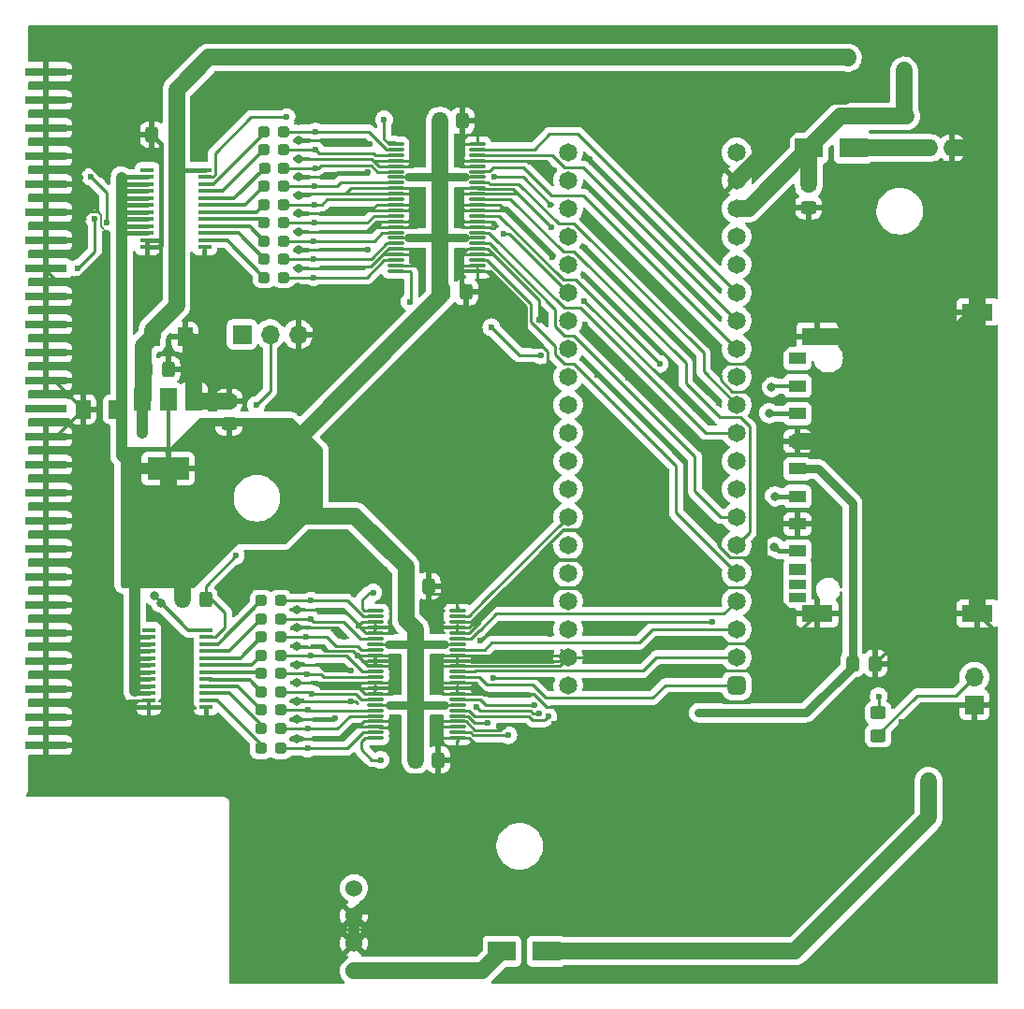
<source format=gbr>
%TF.GenerationSoftware,KiCad,Pcbnew,(6.0.2)*%
%TF.CreationDate,2022-04-15T06:18:49-06:00*%
%TF.ProjectId,XCVR_F4_SMD_V1,58435652-5f46-4345-9f53-4d445f56312e,rev?*%
%TF.SameCoordinates,Original*%
%TF.FileFunction,Copper,L1,Top*%
%TF.FilePolarity,Positive*%
%FSLAX46Y46*%
G04 Gerber Fmt 4.6, Leading zero omitted, Abs format (unit mm)*
G04 Created by KiCad (PCBNEW (6.0.2)) date 2022-04-15 06:18:49*
%MOMM*%
%LPD*%
G01*
G04 APERTURE LIST*
G04 Aperture macros list*
%AMRoundRect*
0 Rectangle with rounded corners*
0 $1 Rounding radius*
0 $2 $3 $4 $5 $6 $7 $8 $9 X,Y pos of 4 corners*
0 Add a 4 corners polygon primitive as box body*
4,1,4,$2,$3,$4,$5,$6,$7,$8,$9,$2,$3,0*
0 Add four circle primitives for the rounded corners*
1,1,$1+$1,$2,$3*
1,1,$1+$1,$4,$5*
1,1,$1+$1,$6,$7*
1,1,$1+$1,$8,$9*
0 Add four rect primitives between the rounded corners*
20,1,$1+$1,$2,$3,$4,$5,0*
20,1,$1+$1,$4,$5,$6,$7,0*
20,1,$1+$1,$6,$7,$8,$9,0*
20,1,$1+$1,$8,$9,$2,$3,0*%
G04 Aperture macros list end*
%TA.AperFunction,SMDPad,CuDef*%
%ADD10R,3.800000X0.750000*%
%TD*%
%TA.AperFunction,SMDPad,CuDef*%
%ADD11RoundRect,0.237500X-0.287500X-0.237500X0.287500X-0.237500X0.287500X0.237500X-0.287500X0.237500X0*%
%TD*%
%TA.AperFunction,ComponentPad*%
%ADD12C,1.524000*%
%TD*%
%TA.AperFunction,SMDPad,CuDef*%
%ADD13RoundRect,0.250001X-0.462499X-0.624999X0.462499X-0.624999X0.462499X0.624999X-0.462499X0.624999X0*%
%TD*%
%TA.AperFunction,SMDPad,CuDef*%
%ADD14RoundRect,0.250001X0.462499X0.624999X-0.462499X0.624999X-0.462499X-0.624999X0.462499X-0.624999X0*%
%TD*%
%TA.AperFunction,SMDPad,CuDef*%
%ADD15RoundRect,0.237500X0.287500X0.237500X-0.287500X0.237500X-0.287500X-0.237500X0.287500X-0.237500X0*%
%TD*%
%TA.AperFunction,SMDPad,CuDef*%
%ADD16R,1.500000X2.000000*%
%TD*%
%TA.AperFunction,SMDPad,CuDef*%
%ADD17R,3.800000X2.000000*%
%TD*%
%TA.AperFunction,SMDPad,CuDef*%
%ADD18R,1.200000X0.400000*%
%TD*%
%TA.AperFunction,ComponentPad*%
%ADD19C,1.270000*%
%TD*%
%TA.AperFunction,SMDPad,CuDef*%
%ADD20RoundRect,0.250000X-0.450000X0.325000X-0.450000X-0.325000X0.450000X-0.325000X0.450000X0.325000X0*%
%TD*%
%TA.AperFunction,ComponentPad*%
%ADD21RoundRect,0.412500X0.412500X0.412500X-0.412500X0.412500X-0.412500X-0.412500X0.412500X-0.412500X0*%
%TD*%
%TA.AperFunction,ComponentPad*%
%ADD22C,1.650000*%
%TD*%
%TA.AperFunction,SMDPad,CuDef*%
%ADD23RoundRect,0.075000X-0.662500X-0.075000X0.662500X-0.075000X0.662500X0.075000X-0.662500X0.075000X0*%
%TD*%
%TA.AperFunction,SMDPad,CuDef*%
%ADD24RoundRect,0.250000X-0.325000X-0.450000X0.325000X-0.450000X0.325000X0.450000X-0.325000X0.450000X0*%
%TD*%
%TA.AperFunction,SMDPad,CuDef*%
%ADD25RoundRect,0.250000X0.325000X0.450000X-0.325000X0.450000X-0.325000X-0.450000X0.325000X-0.450000X0*%
%TD*%
%TA.AperFunction,ComponentPad*%
%ADD26R,1.700000X1.700000*%
%TD*%
%TA.AperFunction,ComponentPad*%
%ADD27O,1.700000X1.700000*%
%TD*%
%TA.AperFunction,SMDPad,CuDef*%
%ADD28RoundRect,0.250000X0.450000X-0.325000X0.450000X0.325000X-0.450000X0.325000X-0.450000X-0.325000X0*%
%TD*%
%TA.AperFunction,SMDPad,CuDef*%
%ADD29R,1.500000X0.960000*%
%TD*%
%TA.AperFunction,SMDPad,CuDef*%
%ADD30R,1.500000X1.100000*%
%TD*%
%TA.AperFunction,SMDPad,CuDef*%
%ADD31R,2.800000X1.500000*%
%TD*%
%TA.AperFunction,SMDPad,CuDef*%
%ADD32R,2.500000X1.800000*%
%TD*%
%TA.AperFunction,ViaPad*%
%ADD33C,0.600000*%
%TD*%
%TA.AperFunction,ViaPad*%
%ADD34C,0.800000*%
%TD*%
%TA.AperFunction,Conductor*%
%ADD35C,0.250000*%
%TD*%
%TA.AperFunction,Conductor*%
%ADD36C,0.400000*%
%TD*%
%TA.AperFunction,Conductor*%
%ADD37C,0.330000*%
%TD*%
%TA.AperFunction,Conductor*%
%ADD38C,1.500000*%
%TD*%
%TA.AperFunction,Conductor*%
%ADD39C,0.142000*%
%TD*%
%TA.AperFunction,Conductor*%
%ADD40C,1.000000*%
%TD*%
%TA.AperFunction,Conductor*%
%ADD41C,0.450000*%
%TD*%
%TA.AperFunction,Conductor*%
%ADD42C,0.750000*%
%TD*%
G04 APERTURE END LIST*
D10*
%TO.P,J3,1*%
%TO.N,GND*%
X107017820Y-129484120D03*
%TO.P,J3,3*%
X107017820Y-126944120D03*
%TO.P,J3,5*%
X107017820Y-124404120D03*
%TO.P,J3,7*%
X107017820Y-121864120D03*
%TO.P,J3,9*%
X107017820Y-119324120D03*
%TO.P,J3,11*%
X107017820Y-116784120D03*
%TO.P,J3,13*%
X107017820Y-114244120D03*
%TO.P,J3,15*%
X107017820Y-111704120D03*
%TO.P,J3,17*%
X107017820Y-109164120D03*
%TO.P,J3,19*%
X107017820Y-106624120D03*
%TO.P,J3,21*%
X107017820Y-104084120D03*
%TO.P,J3,23*%
X107017820Y-101544120D03*
%TO.P,J3,25*%
%TO.N,Net-(J3-Pad25)*%
X107017820Y-99004120D03*
%TO.P,J3,27*%
%TO.N,GND*%
X107017820Y-96464120D03*
%TO.P,J3,29*%
X107017820Y-93924120D03*
%TO.P,J3,31*%
X107017820Y-91384120D03*
%TO.P,J3,33*%
X107017820Y-88844120D03*
%TO.P,J3,35*%
X107017820Y-86304120D03*
%TO.P,J3,37*%
X107017820Y-83764120D03*
%TO.P,J3,39*%
X107017820Y-81224120D03*
%TO.P,J3,41*%
X107017820Y-78684120D03*
%TO.P,J3,43*%
X107017820Y-76144120D03*
%TO.P,J3,45*%
X107017820Y-73604120D03*
%TO.P,J3,47*%
X107017820Y-71064120D03*
%TO.P,J3,49*%
X107017820Y-68524120D03*
%TD*%
D11*
%TO.P,R6,1*%
%TO.N,Net-(R6-Pad1)*%
X126537780Y-119689880D03*
%TO.P,R6,2*%
%TO.N,DB6*%
X128287780Y-119689880D03*
%TD*%
%TO.P,R4,1*%
%TO.N,Net-(R4-Pad1)*%
X126537780Y-118038880D03*
%TO.P,R4,2*%
%TO.N,DB7*%
X128287780Y-118038880D03*
%TD*%
%TO.P,R5,1*%
%TO.N,Net-(R5-Pad1)*%
X126523780Y-126293880D03*
%TO.P,R5,2*%
%TO.N,DB2*%
X128273780Y-126293880D03*
%TD*%
%TO.P,R10,1*%
%TO.N,Net-(R10-Pad1)*%
X126523780Y-128008380D03*
%TO.P,R10,2*%
%TO.N,DB1*%
X128273780Y-128008380D03*
%TD*%
%TO.P,R7,1*%
%TO.N,Net-(R7-Pad1)*%
X126537780Y-124642880D03*
%TO.P,R7,2*%
%TO.N,DB3*%
X128287780Y-124642880D03*
%TD*%
%TO.P,R8,1*%
%TO.N,Net-(R8-Pad1)*%
X126537780Y-121340880D03*
%TO.P,R8,2*%
%TO.N,DB5*%
X128287780Y-121340880D03*
%TD*%
%TO.P,R1,1*%
%TO.N,Net-(R1-Pad1)*%
X126523780Y-116387880D03*
%TO.P,R1,2*%
%TO.N,DBP*%
X128273780Y-116387880D03*
%TD*%
%TO.P,R11,1*%
%TO.N,Net-(R11-Pad1)*%
X126523780Y-129786380D03*
%TO.P,R11,2*%
%TO.N,DB0*%
X128273780Y-129786380D03*
%TD*%
%TO.P,R9,1*%
%TO.N,Net-(R9-Pad1)*%
X126537780Y-122991880D03*
%TO.P,R9,2*%
%TO.N,DB4*%
X128287780Y-122991880D03*
%TD*%
D12*
%TO.P,J4,1*%
%TO.N,Net-(D2-Pad2)*%
X134917180Y-149919060D03*
%TO.P,J4,2*%
%TO.N,GND*%
X134917180Y-147419060D03*
%TO.P,J4,3*%
X134917180Y-144919060D03*
%TO.P,J4,4*%
%TO.N,Net-(J4-Pad4)*%
X134917180Y-142419060D03*
%TD*%
D13*
%TO.P,C1,1*%
%TO.N,+5F*%
X116664080Y-92506800D03*
%TO.P,C1,2*%
%TO.N,GND*%
X119639080Y-92506800D03*
%TD*%
D14*
%TO.P,C2,1*%
%TO.N,+2V8*%
X113386260Y-99082860D03*
%TO.P,C2,2*%
%TO.N,GND*%
X110411260Y-99082860D03*
%TD*%
D11*
%TO.P,R3,1*%
%TO.N,Net-(R3-Pad1)*%
X126804420Y-73916540D03*
%TO.P,R3,2*%
%TO.N,IO*%
X128554420Y-73916540D03*
%TD*%
%TO.P,R2,1*%
%TO.N,Net-(R2-Pad1)*%
X126804420Y-75567540D03*
%TO.P,R2,2*%
%TO.N,REQ*%
X128554420Y-75567540D03*
%TD*%
D15*
%TO.P,R18,1*%
%TO.N,RST*%
X128554420Y-83822540D03*
%TO.P,R18,2*%
%TO.N,Net-(R18-Pad2)*%
X126804420Y-83822540D03*
%TD*%
%TO.P,R17,1*%
%TO.N,ACK*%
X128554420Y-85473540D03*
%TO.P,R17,2*%
%TO.N,Net-(R17-Pad2)*%
X126804420Y-85473540D03*
%TD*%
%TO.P,R16,1*%
%TO.N,ATN*%
X128554420Y-87124540D03*
%TO.P,R16,2*%
%TO.N,Net-(R16-Pad2)*%
X126804420Y-87124540D03*
%TD*%
%TO.P,R15,1*%
%TO.N,SEL*%
X128554420Y-82171540D03*
%TO.P,R15,2*%
%TO.N,Net-(R15-Pad2)*%
X126804420Y-82171540D03*
%TD*%
%TO.P,R14,1*%
%TO.N,BSY*%
X128554420Y-80520540D03*
%TO.P,R14,2*%
%TO.N,Net-(R14-Pad2)*%
X126804420Y-80520540D03*
%TD*%
%TO.P,R13,1*%
%TO.N,MSG*%
X128554420Y-78869540D03*
%TO.P,R13,2*%
%TO.N,Net-(R13-Pad2)*%
X126804420Y-78869540D03*
%TD*%
%TO.P,R12,1*%
%TO.N,CD*%
X128568420Y-77218540D03*
%TO.P,R12,2*%
%TO.N,Net-(R12-Pad2)*%
X126818420Y-77218540D03*
%TD*%
D16*
%TO.P,U3,1*%
%TO.N,GND*%
X120393220Y-98146920D03*
%TO.P,U3,2*%
%TO.N,+2V8*%
X118093220Y-98146920D03*
D17*
X118093220Y-104446920D03*
D16*
%TO.P,U3,3*%
%TO.N,+5F*%
X115793220Y-98146920D03*
%TD*%
D18*
%TO.P,U2,1*%
%TO.N,Net-(U2-Pad1)*%
X116203420Y-77409040D03*
%TO.P,U2,2*%
%TO.N,+2V8*%
X116203420Y-78044040D03*
%TO.P,U2,3*%
X116203420Y-78679040D03*
%TO.P,U2,4*%
X116203420Y-79314040D03*
%TO.P,U2,5*%
X116203420Y-79949040D03*
%TO.P,U2,6*%
X116203420Y-80584040D03*
%TO.P,U2,7*%
X116203420Y-81219040D03*
%TO.P,U2,8*%
X116203420Y-81854040D03*
%TO.P,U2,9*%
X116203420Y-82489040D03*
%TO.P,U2,10*%
X116203420Y-83124040D03*
%TO.P,U2,11*%
%TO.N,GND*%
X116203420Y-83759040D03*
%TO.P,U2,12*%
X116203420Y-84394040D03*
%TO.P,U2,13*%
X121403420Y-84394040D03*
%TO.P,U2,14*%
%TO.N,Net-(R16-Pad2)*%
X121403420Y-83759040D03*
%TO.P,U2,15*%
%TO.N,Net-(R17-Pad2)*%
X121403420Y-83124040D03*
%TO.P,U2,16*%
%TO.N,Net-(R18-Pad2)*%
X121403420Y-82489040D03*
%TO.P,U2,17*%
%TO.N,Net-(R15-Pad2)*%
X121403420Y-81854040D03*
%TO.P,U2,18*%
%TO.N,Net-(R14-Pad2)*%
X121403420Y-81219040D03*
%TO.P,U2,19*%
%TO.N,Net-(R13-Pad2)*%
X121403420Y-80584040D03*
%TO.P,U2,20*%
%TO.N,Net-(R12-Pad2)*%
X121403420Y-79949040D03*
%TO.P,U2,21*%
%TO.N,Net-(R2-Pad1)*%
X121403420Y-79314040D03*
%TO.P,U2,22*%
%TO.N,Net-(R3-Pad1)*%
X121403420Y-78679040D03*
%TO.P,U2,23*%
%TO.N,Net-(J2-Pad2)*%
X121403420Y-78044040D03*
%TO.P,U2,24*%
%TO.N,+5F*%
X121403420Y-77409040D03*
%TD*%
%TO.P,U1,1*%
%TO.N,Net-(U1-Pad1)*%
X116353280Y-119054880D03*
%TO.P,U1,2*%
%TO.N,+2V8*%
X116353280Y-119689880D03*
%TO.P,U1,3*%
X116353280Y-120324880D03*
%TO.P,U1,4*%
X116353280Y-120959880D03*
%TO.P,U1,5*%
X116353280Y-121594880D03*
%TO.P,U1,6*%
X116353280Y-122229880D03*
%TO.P,U1,7*%
X116353280Y-122864880D03*
%TO.P,U1,8*%
X116353280Y-123499880D03*
%TO.P,U1,9*%
X116353280Y-124134880D03*
%TO.P,U1,10*%
X116353280Y-124769880D03*
%TO.P,U1,11*%
%TO.N,GND*%
X116353280Y-125404880D03*
%TO.P,U1,12*%
X116353280Y-126039880D03*
%TO.P,U1,13*%
X121553280Y-126039880D03*
%TO.P,U1,14*%
%TO.N,Net-(R11-Pad1)*%
X121553280Y-125404880D03*
%TO.P,U1,15*%
%TO.N,Net-(R10-Pad1)*%
X121553280Y-124769880D03*
%TO.P,U1,16*%
%TO.N,Net-(R5-Pad1)*%
X121553280Y-124134880D03*
%TO.P,U1,17*%
%TO.N,Net-(R7-Pad1)*%
X121553280Y-123499880D03*
%TO.P,U1,18*%
%TO.N,Net-(R9-Pad1)*%
X121553280Y-122864880D03*
%TO.P,U1,19*%
%TO.N,Net-(R8-Pad1)*%
X121553280Y-122229880D03*
%TO.P,U1,20*%
%TO.N,Net-(R6-Pad1)*%
X121553280Y-121594880D03*
%TO.P,U1,21*%
%TO.N,Net-(R4-Pad1)*%
X121553280Y-120959880D03*
%TO.P,U1,22*%
%TO.N,Net-(R1-Pad1)*%
X121553280Y-120324880D03*
%TO.P,U1,23*%
%TO.N,Net-(J2-Pad2)*%
X121553280Y-119689880D03*
%TO.P,U1,24*%
%TO.N,+5F*%
X121553280Y-119054880D03*
%TD*%
D19*
%TO.P,F1,1*%
%TO.N,+5VP*%
X184670700Y-68392040D03*
%TO.P,F1,2*%
%TO.N,+5F*%
X179590700Y-67249040D03*
%TD*%
D20*
%TO.P,C3,1*%
%TO.N,+5VP*%
X176034700Y-78733540D03*
%TO.P,C3,2*%
%TO.N,GND*%
X176034700Y-80783540D03*
%TD*%
D21*
%TO.P,BP1,1*%
%TO.N,DB4T*%
X169519600Y-124063760D03*
D22*
%TO.P,BP1,2*%
%TO.N,DB5T*%
X169519600Y-121523760D03*
%TO.P,BP1,3*%
%TO.N,DB6T*%
X169519600Y-118983760D03*
%TO.P,BP1,4*%
%TO.N,DB7T*%
X169519600Y-116443760D03*
%TO.P,BP1,5*%
%TO.N,ATNT*%
X169519600Y-113903760D03*
%TO.P,BP1,6*%
%TO.N,BSYT*%
X169519600Y-111363760D03*
%TO.P,BP1,7*%
%TO.N,ACKT*%
X169519600Y-108823760D03*
%TO.P,BP1,8*%
%TO.N,Net-(BP1-Pad8)*%
X169519600Y-106283760D03*
%TO.P,BP1,9*%
%TO.N,Net-(BP1-Pad9)*%
X169519600Y-103743760D03*
%TO.P,BP1,10*%
%TO.N,RSTT*%
X169519600Y-101203760D03*
%TO.P,BP1,11*%
%TO.N,MSGT*%
X169519600Y-98663760D03*
%TO.P,BP1,12*%
%TO.N,SELT*%
X169519600Y-96123760D03*
%TO.P,BP1,13*%
%TO.N,CDT*%
X169519600Y-93583760D03*
%TO.P,BP1,14*%
%TO.N,REQT*%
X169519600Y-91043760D03*
%TO.P,BP1,15*%
%TO.N,IOT*%
X169519600Y-88503760D03*
%TO.P,BP1,16*%
%TO.N,DB0T*%
X169519600Y-85963760D03*
%TO.P,BP1,17*%
%TO.N,DB1T*%
X169519600Y-83423760D03*
%TO.P,BP1,18*%
%TO.N,+5VP*%
X169519600Y-80883760D03*
%TO.P,BP1,19*%
%TO.N,GND*%
X169519600Y-78343760D03*
%TO.P,BP1,20*%
%TO.N,Net-(BP1-Pad20)*%
X169519600Y-75803760D03*
%TO.P,BP1,21*%
%TO.N,Net-(BP1-Pad21)*%
X154279600Y-75803760D03*
%TO.P,BP1,22*%
%TO.N,Net-(BP1-Pad22)*%
X154279600Y-78343760D03*
%TO.P,BP1,23*%
%TO.N,Net-(BP1-Pad23)*%
X154279600Y-80883760D03*
%TO.P,BP1,24*%
%TO.N,Net-(BP1-Pad24)*%
X154279600Y-83423760D03*
%TO.P,BP1,25*%
%TO.N,Net-(BP1-Pad25)*%
X154279600Y-85963760D03*
%TO.P,BP1,26*%
%TO.N,BP_TATr*%
X154279600Y-88503760D03*
%TO.P,BP1,27*%
%TO.N,DBPTr*%
X154279600Y-91043760D03*
%TO.P,BP1,28*%
%TO.N,BP_INTr*%
X154279600Y-93583760D03*
%TO.P,BP1,29*%
%TO.N,Net-(BP1-Pad29)*%
X154279600Y-96123760D03*
%TO.P,BP1,30*%
%TO.N,SD_CS*%
X154279600Y-98663760D03*
%TO.P,BP1,31*%
%TO.N,SD_CLK*%
X154279600Y-101203760D03*
%TO.P,BP1,32*%
%TO.N,SD_MISO*%
X154279600Y-103743760D03*
%TO.P,BP1,33*%
%TO.N,SD_MOSI*%
X154279600Y-106283760D03*
%TO.P,BP1,34*%
%TO.N,DBPT*%
X154279600Y-108823760D03*
%TO.P,BP1,35*%
%TO.N,Net-(BP1-Pad35)*%
X154279600Y-111363760D03*
%TO.P,BP1,36*%
%TO.N,DB3T*%
X154279600Y-113903760D03*
%TO.P,BP1,37*%
%TO.N,DB2T*%
X154279600Y-116443760D03*
%TO.P,BP1,38*%
%TO.N,+3V3*%
X154279600Y-118983760D03*
%TO.P,BP1,39*%
%TO.N,GND*%
X154279600Y-121523760D03*
%TO.P,BP1,40*%
%TO.N,Net-(BP1-Pad40)*%
X154279600Y-124063760D03*
%TD*%
D23*
%TO.P,U4,1*%
%TO.N,DBPTr*%
X136832340Y-117330720D03*
%TO.P,U4,2*%
%TO.N,DBP*%
X136832340Y-117830720D03*
%TO.P,U4,3*%
%TO.N,GND*%
X136832340Y-118330720D03*
%TO.P,U4,4*%
X136832340Y-118830720D03*
%TO.P,U4,5*%
X136832340Y-119330720D03*
%TO.P,U4,6*%
%TO.N,DB7*%
X136832340Y-119830720D03*
%TO.P,U4,7*%
%TO.N,+2V8*%
X136832340Y-120330720D03*
%TO.P,U4,8*%
%TO.N,DB6*%
X136832340Y-120830720D03*
%TO.P,U4,9*%
%TO.N,GND*%
X136832340Y-121330720D03*
%TO.P,U4,10*%
X136832340Y-121830720D03*
%TO.P,U4,11*%
X136832340Y-122330720D03*
%TO.P,U4,12*%
%TO.N,DB5*%
X136832340Y-122830720D03*
%TO.P,U4,13*%
%TO.N,DB4*%
X136832340Y-123330720D03*
%TO.P,U4,14*%
%TO.N,GND*%
X136832340Y-123830720D03*
%TO.P,U4,15*%
X136832340Y-124330720D03*
%TO.P,U4,16*%
X136832340Y-124830720D03*
%TO.P,U4,17*%
%TO.N,DB3*%
X136832340Y-125330720D03*
%TO.P,U4,18*%
%TO.N,+2V8*%
X136832340Y-125830720D03*
%TO.P,U4,19*%
%TO.N,DB2*%
X136832340Y-126330720D03*
%TO.P,U4,20*%
%TO.N,DB1*%
X136832340Y-126830720D03*
%TO.P,U4,21*%
%TO.N,GND*%
X136832340Y-127330720D03*
%TO.P,U4,22*%
X136832340Y-127830720D03*
%TO.P,U4,23*%
%TO.N,DB0*%
X136832340Y-128330720D03*
%TO.P,U4,24*%
%TO.N,DBPTr*%
X136832340Y-128830720D03*
%TO.P,U4,25*%
%TO.N,GND*%
X144257340Y-128830720D03*
%TO.P,U4,26*%
%TO.N,DB0T*%
X144257340Y-128330720D03*
%TO.P,U4,27*%
%TO.N,GND*%
X144257340Y-127830720D03*
%TO.P,U4,28*%
X144257340Y-127330720D03*
%TO.P,U4,29*%
%TO.N,DB1T*%
X144257340Y-126830720D03*
%TO.P,U4,30*%
%TO.N,DB2T*%
X144257340Y-126330720D03*
%TO.P,U4,31*%
%TO.N,+2V8*%
X144257340Y-125830720D03*
%TO.P,U4,32*%
%TO.N,DB3T*%
X144257340Y-125330720D03*
%TO.P,U4,33*%
%TO.N,GND*%
X144257340Y-124830720D03*
%TO.P,U4,34*%
X144257340Y-124330720D03*
%TO.P,U4,35*%
X144257340Y-123830720D03*
%TO.P,U4,36*%
%TO.N,DB4T*%
X144257340Y-123330720D03*
%TO.P,U4,37*%
%TO.N,DB5T*%
X144257340Y-122830720D03*
%TO.P,U4,38*%
%TO.N,GND*%
X144257340Y-122330720D03*
%TO.P,U4,39*%
X144257340Y-121830720D03*
%TO.P,U4,40*%
X144257340Y-121330720D03*
%TO.P,U4,41*%
%TO.N,DB6T*%
X144257340Y-120830720D03*
%TO.P,U4,42*%
%TO.N,+2V8*%
X144257340Y-120330720D03*
%TO.P,U4,43*%
%TO.N,DB7T*%
X144257340Y-119830720D03*
%TO.P,U4,44*%
%TO.N,GND*%
X144257340Y-119330720D03*
%TO.P,U4,45*%
X144257340Y-118830720D03*
%TO.P,U4,46*%
X144257340Y-118330720D03*
%TO.P,U4,47*%
%TO.N,DBPT*%
X144257340Y-117830720D03*
%TO.P,U4,48*%
%TO.N,GND*%
X144257340Y-117330720D03*
%TD*%
%TO.P,U5,1*%
%TO.N,BP_TATr*%
X138674820Y-75052480D03*
%TO.P,U5,2*%
%TO.N,IO*%
X138674820Y-75552480D03*
%TO.P,U5,3*%
%TO.N,REQ*%
X138674820Y-76052480D03*
%TO.P,U5,4*%
%TO.N,GND*%
X138674820Y-76552480D03*
%TO.P,U5,5*%
X138674820Y-77052480D03*
%TO.P,U5,6*%
%TO.N,CD*%
X138674820Y-77552480D03*
%TO.P,U5,7*%
%TO.N,+2V8*%
X138674820Y-78052480D03*
%TO.P,U5,8*%
%TO.N,MSG*%
X138674820Y-78552480D03*
%TO.P,U5,9*%
%TO.N,GND*%
X138674820Y-79052480D03*
%TO.P,U5,10*%
X138674820Y-79552480D03*
%TO.P,U5,11*%
%TO.N,BSY*%
X138674820Y-80052480D03*
%TO.P,U5,12*%
%TO.N,GND*%
X138674820Y-80552480D03*
%TO.P,U5,13*%
X138674820Y-81052480D03*
%TO.P,U5,14*%
%TO.N,SEL*%
X138674820Y-81552480D03*
%TO.P,U5,15*%
%TO.N,GND*%
X138674820Y-82052480D03*
%TO.P,U5,16*%
X138674820Y-82552480D03*
%TO.P,U5,17*%
%TO.N,RST*%
X138674820Y-83052480D03*
%TO.P,U5,18*%
%TO.N,+2V8*%
X138674820Y-83552480D03*
%TO.P,U5,19*%
%TO.N,ACK*%
X138674820Y-84052480D03*
%TO.P,U5,20*%
%TO.N,GND*%
X138674820Y-84552480D03*
%TO.P,U5,21*%
X138674820Y-85052480D03*
%TO.P,U5,22*%
%TO.N,ATN*%
X138674820Y-85552480D03*
%TO.P,U5,23*%
%TO.N,GND*%
X138674820Y-86052480D03*
%TO.P,U5,24*%
%TO.N,BP_INTr*%
X138674820Y-86552480D03*
%TO.P,U5,25*%
%TO.N,GND*%
X146099820Y-86552480D03*
%TO.P,U5,26*%
X146099820Y-86052480D03*
%TO.P,U5,27*%
%TO.N,ATNT*%
X146099820Y-85552480D03*
%TO.P,U5,28*%
%TO.N,GND*%
X146099820Y-85052480D03*
%TO.P,U5,29*%
X146099820Y-84552480D03*
%TO.P,U5,30*%
%TO.N,ACKT*%
X146099820Y-84052480D03*
%TO.P,U5,31*%
%TO.N,+2V8*%
X146099820Y-83552480D03*
%TO.P,U5,32*%
%TO.N,RSTT*%
X146099820Y-83052480D03*
%TO.P,U5,33*%
%TO.N,GND*%
X146099820Y-82552480D03*
%TO.P,U5,34*%
X146099820Y-82052480D03*
%TO.P,U5,35*%
%TO.N,SELT*%
X146099820Y-81552480D03*
%TO.P,U5,36*%
%TO.N,GND*%
X146099820Y-81052480D03*
%TO.P,U5,37*%
X146099820Y-80552480D03*
%TO.P,U5,38*%
%TO.N,BSYT*%
X146099820Y-80052480D03*
%TO.P,U5,39*%
%TO.N,GND*%
X146099820Y-79552480D03*
%TO.P,U5,40*%
X146099820Y-79052480D03*
%TO.P,U5,41*%
%TO.N,MSGT*%
X146099820Y-78552480D03*
%TO.P,U5,42*%
%TO.N,+2V8*%
X146099820Y-78052480D03*
%TO.P,U5,43*%
%TO.N,CDT*%
X146099820Y-77552480D03*
%TO.P,U5,44*%
%TO.N,GND*%
X146099820Y-77052480D03*
%TO.P,U5,45*%
X146099820Y-76552480D03*
%TO.P,U5,46*%
%TO.N,REQT*%
X146099820Y-76052480D03*
%TO.P,U5,47*%
%TO.N,IOT*%
X146099820Y-75552480D03*
%TO.P,U5,48*%
%TO.N,GND*%
X146099820Y-75052480D03*
%TD*%
D24*
%TO.P,C4,1*%
%TO.N,+2V8*%
X139600720Y-115072160D03*
%TO.P,C4,2*%
%TO.N,GND*%
X141650720Y-115072160D03*
%TD*%
%TO.P,C5,1*%
%TO.N,+2V8*%
X142671580Y-72953880D03*
%TO.P,C5,2*%
%TO.N,GND*%
X144721580Y-72953880D03*
%TD*%
D25*
%TO.P,R19,1*%
%TO.N,Net-(J2-Pad2)*%
X121478040Y-116304060D03*
%TO.P,R19,2*%
%TO.N,+2V8*%
X119428040Y-116304060D03*
%TD*%
D26*
%TO.P,J1,1*%
%TO.N,GND*%
X191028320Y-125839219D03*
D27*
%TO.P,J1,2*%
%TO.N,Net-(J1-Pad2)*%
X191028320Y-123299219D03*
%TD*%
D28*
%TO.P,R21,1*%
%TO.N,Net-(J1-Pad2)*%
X182328820Y-128613119D03*
%TO.P,R21,2*%
%TO.N,Net-(BP1-Pad35)*%
X182328820Y-126563119D03*
%TD*%
D25*
%TO.P,C6,1*%
%TO.N,+5F*%
X118685420Y-74206100D03*
%TO.P,C6,2*%
%TO.N,GND*%
X116635420Y-74206100D03*
%TD*%
D24*
%TO.P,C7,1*%
%TO.N,+5F*%
X116060001Y-95455740D03*
%TO.P,C7,2*%
%TO.N,GND*%
X118110001Y-95455740D03*
%TD*%
D28*
%TO.P,C8,1*%
%TO.N,+2V8*%
X123596400Y-100353080D03*
%TO.P,C8,2*%
%TO.N,GND*%
X123596400Y-98303080D03*
%TD*%
D24*
%TO.P,C9,1*%
%TO.N,+5V*%
X186965480Y-75399900D03*
%TO.P,C9,2*%
%TO.N,GND*%
X189015480Y-75399900D03*
%TD*%
%TO.P,C10,1*%
%TO.N,+2V8*%
X140494800Y-130810000D03*
%TO.P,C10,2*%
%TO.N,GND*%
X142544800Y-130810000D03*
%TD*%
%TO.P,C11,1*%
%TO.N,+3V3*%
X180012120Y-122087640D03*
%TO.P,C11,2*%
%TO.N,GND*%
X182062120Y-122087640D03*
%TD*%
D29*
%TO.P,SD1,1*%
%TO.N,Net-(SD1-Pad1)*%
X175011080Y-116095780D03*
%TO.P,SD1,2*%
%TO.N,Net-(SD1-Pad2)*%
X175011080Y-114895780D03*
D30*
%TO.P,SD1,3*%
%TO.N,Net-(SD1-Pad3)*%
X175011080Y-113595780D03*
%TO.P,SD1,4*%
%TO.N,SD_MISO*%
X175011080Y-111895780D03*
%TO.P,SD1,5*%
%TO.N,GND*%
X175011080Y-109465780D03*
%TO.P,SD1,6*%
%TO.N,SD_CLK*%
X175011080Y-106965780D03*
%TO.P,SD1,7*%
%TO.N,+3V3*%
X175011080Y-104465780D03*
%TO.P,SD1,8*%
%TO.N,GND*%
X175011080Y-101965780D03*
%TO.P,SD1,9*%
%TO.N,SD_MOSI*%
X175011080Y-99465780D03*
%TO.P,SD1,10*%
%TO.N,SD_CS*%
X175011080Y-96965780D03*
%TO.P,SD1,11*%
%TO.N,Net-(SD1-Pad11)*%
X175011080Y-94465780D03*
D31*
%TO.P,SD1,12*%
%TO.N,GND*%
X176811080Y-117555780D03*
%TO.P,SD1,13*%
X176811080Y-92455780D03*
%TO.P,SD1,14*%
X191311080Y-117555780D03*
%TO.P,SD1,15*%
X191311080Y-90255780D03*
%TD*%
D32*
%TO.P,D1,1*%
%TO.N,+5VP*%
X176070760Y-75410060D03*
%TO.P,D1,2*%
%TO.N,+5V*%
X180070760Y-75410060D03*
%TD*%
%TO.P,D2,1*%
%TO.N,+5VP*%
X152301960Y-148130260D03*
%TO.P,D2,2*%
%TO.N,Net-(D2-Pad2)*%
X148301960Y-148130260D03*
%TD*%
D26*
%TO.P,J2,1*%
%TO.N,Net-(J2-Pad1)*%
X124780040Y-92280740D03*
D27*
%TO.P,J2,2*%
%TO.N,Net-(J2-Pad2)*%
X127320040Y-92280740D03*
%TO.P,J2,3*%
%TO.N,GND*%
X129860040Y-92280740D03*
%TD*%
D24*
%TO.P,C12,1*%
%TO.N,+2V8*%
X143017020Y-88447880D03*
%TO.P,C12,2*%
%TO.N,GND*%
X145067020Y-88447880D03*
%TD*%
D33*
%TO.N,GND*%
X153052780Y-127525780D03*
X156883100Y-95948500D03*
X171961810Y-96229170D03*
X133075680Y-103670100D03*
X135008620Y-93540580D03*
X107017820Y-92636340D03*
X112562640Y-83075780D03*
X134609840Y-122682000D03*
X107017820Y-69771260D03*
X124193300Y-117431820D03*
X151993600Y-150484840D03*
X146870420Y-124825760D03*
D34*
X129730500Y-125488700D03*
D33*
X111318040Y-104683560D03*
D34*
X129890520Y-72958960D03*
D33*
X188991220Y-101965780D03*
X147513040Y-123383040D03*
D34*
X129872740Y-78051660D03*
D33*
X122072400Y-98663760D03*
X145016220Y-71379080D03*
X165818820Y-99034600D03*
D34*
X106400000Y-133430000D03*
D33*
X148440140Y-127782320D03*
X159735520Y-96197420D03*
X107033060Y-90073480D03*
D34*
X107017820Y-120561100D03*
D33*
X116159280Y-89443560D03*
X132369560Y-110683040D03*
D34*
X144419320Y-85267800D03*
D33*
X136786620Y-91818460D03*
X188955680Y-127457200D03*
X120746520Y-88833960D03*
X155826460Y-84421980D03*
D34*
X144589500Y-75681840D03*
D33*
X132969000Y-117345460D03*
X155735020Y-86992460D03*
X140802360Y-75819000D03*
X155928060Y-118722140D03*
X167327580Y-118275100D03*
D34*
X142300000Y-118910000D03*
D33*
X152791160Y-82588100D03*
X171739560Y-108795820D03*
D34*
X192290000Y-65220000D03*
X111551720Y-75448160D03*
D33*
X145999200Y-126057660D03*
X167546020Y-113553240D03*
D34*
X111566960Y-72593200D03*
D33*
X107017820Y-107866180D03*
D34*
X129872740Y-82991960D03*
D33*
X168015920Y-122725180D03*
X172468540Y-121452640D03*
X110167420Y-78056740D03*
X155920440Y-104134920D03*
X182420260Y-70312280D03*
X172035470Y-100580190D03*
X135394700Y-127749300D03*
X147632420Y-78008480D03*
X167345360Y-116598700D03*
X138592560Y-124358400D03*
X134934960Y-115742720D03*
X140583920Y-82039460D03*
X173507400Y-145503900D03*
X156131260Y-116560600D03*
X142560040Y-132351780D03*
X139496800Y-98999040D03*
X189242700Y-111780320D03*
X152689560Y-80553560D03*
X141076680Y-93441520D03*
D34*
X110040420Y-84020660D03*
X107017820Y-112991900D03*
D33*
X133179820Y-127066040D03*
X189092840Y-122684540D03*
D34*
X129730500Y-127149860D03*
X129872740Y-84653120D03*
D33*
X152829260Y-123573540D03*
D34*
X144444720Y-80794860D03*
D33*
X152981660Y-77442060D03*
X121315480Y-72504300D03*
D34*
X107017820Y-110456980D03*
D33*
X107035600Y-74912220D03*
X110444280Y-81846420D03*
X130649980Y-70495160D03*
D34*
X107017820Y-128264920D03*
D33*
X146331940Y-120048020D03*
X107033060Y-79946500D03*
X142356840Y-121737120D03*
X135354060Y-118668800D03*
X125079760Y-115252500D03*
D34*
X192420000Y-150350000D03*
D33*
X155864560Y-81592420D03*
X147391120Y-108658660D03*
X150334980Y-145427700D03*
X155983940Y-124178060D03*
D34*
X129847340Y-88021160D03*
X129730500Y-118854220D03*
D33*
X155783280Y-91427300D03*
D34*
X129730500Y-120545860D03*
D33*
X156217620Y-76431140D03*
X146392900Y-98132900D03*
X177098960Y-149405340D03*
X128005840Y-98628200D03*
X184932300Y-101965780D03*
X152681940Y-119456200D03*
D34*
X129730500Y-128882140D03*
X107017820Y-125684280D03*
D33*
X155971240Y-98798380D03*
X151663400Y-90947240D03*
X156192220Y-101234240D03*
D34*
X111696500Y-69321680D03*
X107017820Y-118031260D03*
D33*
X145625820Y-110390940D03*
D34*
X110152180Y-93924120D03*
D33*
X185072020Y-89535000D03*
D34*
X172920000Y-105530000D03*
X112509300Y-77967840D03*
X129872740Y-86324440D03*
D33*
X134607300Y-125524260D03*
X180825140Y-69169280D03*
X136179560Y-77604620D03*
X111264700Y-102509320D03*
X152659080Y-96446340D03*
X140754100Y-85128100D03*
X148488400Y-96647000D03*
X136133840Y-84653120D03*
X121155460Y-92489020D03*
X109877860Y-87200740D03*
X111211360Y-107149900D03*
X147627340Y-130649980D03*
X107005120Y-130733800D03*
X167660320Y-106299000D03*
X142669260Y-116687600D03*
D34*
X129730500Y-122207020D03*
D33*
X176862740Y-120177560D03*
D34*
X129872740Y-81340960D03*
D33*
X152811480Y-85283040D03*
X184396380Y-127363220D03*
X140627100Y-79618840D03*
X188909960Y-89646760D03*
X136316720Y-75092560D03*
X138605260Y-121853960D03*
X129740660Y-98607880D03*
X156665919Y-110013761D03*
D34*
X129872740Y-79689960D03*
D33*
X151310340Y-95293180D03*
D34*
X107017820Y-115531900D03*
D33*
X107045760Y-72275700D03*
X106984800Y-87541100D03*
D34*
X167841919Y-102553759D03*
D33*
X166690040Y-108976160D03*
X138013440Y-115844320D03*
X184640220Y-122753120D03*
X142367000Y-124404120D03*
D34*
X129730500Y-123797060D03*
D33*
X111028480Y-89997280D03*
X155735020Y-89265760D03*
D34*
X129730500Y-117221000D03*
D33*
X171668440Y-114894360D03*
X144940020Y-93461840D03*
X147502880Y-89959180D03*
X107000040Y-77447140D03*
X167947340Y-98480880D03*
X134035800Y-119702580D03*
X123012200Y-115275360D03*
X138645900Y-127312420D03*
X145694400Y-106128820D03*
X135194040Y-121335800D03*
X122560080Y-69715380D03*
X157063440Y-93433900D03*
D34*
X129872740Y-76380340D03*
D33*
X184851040Y-111615220D03*
D34*
X129872740Y-74719180D03*
D33*
X151655780Y-126598680D03*
X155920440Y-78854300D03*
X142994380Y-108793280D03*
X107035600Y-82443320D03*
X142341600Y-127223520D03*
X173093380Y-109788960D03*
D34*
X107017820Y-123118880D03*
%TO.N,+5V*%
X183515000Y-75410060D03*
X184673240Y-75410060D03*
%TO.N,SD_CS*%
X172694600Y-97053400D03*
%TO.N,SD_CLK*%
X172986700Y-106954320D03*
%TO.N,SD_MISO*%
X172940980Y-111536480D03*
%TO.N,SD_MOSI*%
X172471080Y-99420680D03*
D33*
%TO.N,ATN*%
X131295140Y-87124540D03*
%TO.N,BSY*%
X109928660Y-86304120D03*
X131351020Y-80520540D03*
X111401860Y-81818480D03*
%TO.N,DBP*%
X130987800Y-116387880D03*
%TO.N,ACK*%
X131292600Y-85473540D03*
%TO.N,RST*%
X131290060Y-83822540D03*
%TO.N,MSG*%
X131378960Y-78869540D03*
%TO.N,SEL*%
X112577880Y-82161380D03*
X131310380Y-82171540D03*
X111081820Y-78016100D03*
%TO.N,CD*%
X131404360Y-77218540D03*
%TO.N,REQ*%
X131409440Y-75567540D03*
%TO.N,IO*%
X131429760Y-73916540D03*
%TO.N,DB7*%
X130967480Y-118038880D03*
%TO.N,DB6*%
X130571240Y-119689880D03*
%TO.N,DB5*%
X130990340Y-121389140D03*
%TO.N,DB4*%
X130622040Y-123022360D03*
%TO.N,DB3*%
X131076700Y-124825760D03*
%TO.N,DB2*%
X130716020Y-126293880D03*
%TO.N,DB1*%
X130728720Y-128008380D03*
%TO.N,DB0*%
X130733800Y-129786380D03*
%TO.N,+3V3*%
X166336980Y-126519940D03*
X167111680Y-126535180D03*
D34*
%TO.N,+5VP*%
X186883040Y-133901180D03*
X186893200Y-132694680D03*
X184856120Y-72547480D03*
X183657240Y-72547480D03*
%TO.N,+5F*%
X117467380Y-116586000D03*
X115793220Y-99997560D03*
X116843810Y-115962430D03*
X115793220Y-101122780D03*
D33*
%TO.N,SELT*%
X162542220Y-94955360D03*
%TO.N,DB0T*%
X148874480Y-128564640D03*
%TO.N,DB1T*%
X146982180Y-127469900D03*
%TO.N,DB3T*%
X151274780Y-125844300D03*
%TO.N,DB2T*%
X152481280Y-126862840D03*
%TO.N,Net-(BP1-Pad35)*%
X182382160Y-125046740D03*
%TO.N,BP_TATr*%
X137634980Y-72837040D03*
X148414740Y-83205320D03*
%TO.N,DBPTr*%
X136654540Y-115651280D03*
X137316210Y-130808730D03*
%TO.N,BP_INTr*%
X147336510Y-91644470D03*
X139954000Y-89324180D03*
X151795480Y-94183200D03*
%TO.N,Net-(J2-Pad2)*%
X126055120Y-98681540D03*
X124213939Y-112334359D03*
X128828800Y-72616060D03*
%TD*%
D35*
%TO.N,GND*%
X136179560Y-77604620D02*
X136179560Y-77604620D01*
X136133840Y-84653120D02*
X136133840Y-84653120D01*
D36*
X144759680Y-75059540D02*
X144759680Y-76060300D01*
X144615461Y-87154459D02*
X144615461Y-87878359D01*
D35*
X125826520Y-88933020D02*
X128066450Y-88933020D01*
X125572520Y-88933020D02*
X125826520Y-88933020D01*
X110571280Y-81854040D02*
X110571280Y-81854040D01*
X112562640Y-83075780D02*
X112562640Y-83075780D01*
X110167420Y-78056740D02*
X110190280Y-78033880D01*
X109877860Y-87200740D02*
X109877860Y-87200740D01*
X110040420Y-84020660D02*
X110040420Y-84020660D01*
X110152180Y-93924120D02*
X110164880Y-93924120D01*
X111696500Y-69321680D02*
X111696500Y-69321680D01*
X111566960Y-72593200D02*
X111566960Y-72593200D01*
X111551720Y-75448160D02*
X111551720Y-75448160D01*
X112509300Y-77967840D02*
X112509300Y-77967840D01*
X107017820Y-110456980D02*
X107017820Y-110456980D01*
X107017820Y-110456980D02*
X107017820Y-107866180D01*
X107017820Y-112991900D02*
X107017820Y-110456980D01*
X107017820Y-115531900D02*
X107017820Y-112991900D01*
X107017820Y-118031260D02*
X107017820Y-115531900D01*
X107017820Y-120561100D02*
X107017820Y-118031260D01*
X107017820Y-123118880D02*
X107017820Y-120561100D01*
X107017820Y-125684280D02*
X107017820Y-123118880D01*
X107017820Y-128264920D02*
X107017820Y-125684280D01*
D37*
X171961810Y-96229170D02*
X172526960Y-95664020D01*
X172035470Y-100580190D02*
X171320460Y-99865180D01*
X172913040Y-108216700D02*
X172913040Y-108216700D01*
X172994320Y-110434120D02*
X172994320Y-110434120D01*
D35*
X151310340Y-95293180D02*
X151434800Y-95168720D01*
X148488400Y-96647000D02*
X149956520Y-96647000D01*
X151168100Y-97805240D02*
X151168100Y-97805240D01*
X147627340Y-130649980D02*
X148054060Y-130649980D01*
X153125170Y-127554990D02*
X153167080Y-127513080D01*
X142717520Y-123123960D02*
X142641320Y-123047760D01*
X139948920Y-79522320D02*
X139948920Y-79522320D01*
X140266420Y-74736960D02*
X140266420Y-74736960D01*
X144940020Y-93461840D02*
X144940020Y-93461840D01*
D38*
X122120660Y-98303080D02*
X120549380Y-98303080D01*
D35*
X121188480Y-92506800D02*
X119639080Y-92506800D01*
D38*
X180825140Y-69169280D02*
X179275740Y-70718680D01*
X174515780Y-70718680D02*
X174404020Y-70718680D01*
D37*
X156665919Y-110013761D02*
X156665919Y-110013761D01*
D38*
X184932300Y-101965780D02*
X188991220Y-101965780D01*
X188991220Y-101965780D02*
X190632100Y-101965780D01*
D35*
X156883100Y-95948500D02*
X156829760Y-95895160D01*
X151663400Y-90947240D02*
X151663400Y-91173300D01*
X152811480Y-85283040D02*
X152811480Y-85283040D01*
X152791160Y-82588100D02*
X152791160Y-82588100D01*
X152981660Y-77442060D02*
X152981660Y-77442060D01*
X138460220Y-124330720D02*
X138460220Y-124330720D01*
X148440140Y-127782320D02*
X148440140Y-127782320D01*
X107017820Y-107866180D02*
X107017820Y-101544120D01*
X166212520Y-108889800D02*
X164823140Y-107500420D01*
X144589500Y-75681840D02*
X144589500Y-74790300D01*
X145557970Y-79577470D02*
X144590230Y-79577470D01*
X138674820Y-80552480D02*
X136987160Y-80552480D01*
X134160260Y-79522320D02*
X130040380Y-79522320D01*
X137222740Y-122330720D02*
X137242300Y-122311160D01*
X135808980Y-124330720D02*
X135405120Y-124330720D01*
X148515821Y-115293759D02*
X148566241Y-115293759D01*
D38*
X123596400Y-98303080D02*
X122120660Y-98303080D01*
D37*
X149270821Y-115253759D02*
X157020281Y-115253759D01*
D35*
X144744620Y-86052480D02*
X144615461Y-86181639D01*
X149725380Y-79522320D02*
X149816820Y-79613760D01*
X144320110Y-118305730D02*
X145434040Y-118305730D01*
X152293320Y-76558140D02*
X152519380Y-76784200D01*
X144257340Y-123830720D02*
X145875380Y-123830720D01*
X144257340Y-124830720D02*
X146865460Y-124830720D01*
X148566241Y-115293759D02*
X148868781Y-115293759D01*
X134609840Y-122682000D02*
X132237594Y-122682000D01*
X137128500Y-119330720D02*
X137153490Y-119355710D01*
D37*
X174584078Y-117555780D02*
X176811080Y-117555780D01*
D35*
X137153490Y-119355710D02*
X138481910Y-119355710D01*
X107017820Y-129484120D02*
X107017820Y-128264920D01*
D38*
X179275740Y-70718680D02*
X174515780Y-70718680D01*
X190632100Y-101965780D02*
X191311080Y-102644760D01*
D35*
X150880638Y-126375160D02*
X151104158Y-126598680D01*
X138786680Y-80552480D02*
X138792840Y-80558640D01*
X129872740Y-84653120D02*
X136133840Y-84653120D01*
X130640262Y-120545860D02*
X129730500Y-120545860D01*
X138674820Y-85052480D02*
X140320340Y-85052480D01*
D38*
X120393220Y-93260940D02*
X120393220Y-98146920D01*
D35*
X145283920Y-115770660D02*
X141444980Y-115770660D01*
X133443980Y-118854220D02*
X133451600Y-118854220D01*
X134630100Y-79052480D02*
X134160260Y-79522320D01*
X131097020Y-120566180D02*
X130660582Y-120566180D01*
X170653059Y-112513761D02*
X168967599Y-112513761D01*
X172049440Y-110434120D02*
X171061380Y-111422180D01*
X146213920Y-118468891D02*
X145833671Y-118849140D01*
X134797370Y-120939130D02*
X132272610Y-120939130D01*
X146213920Y-118310660D02*
X146213920Y-118468891D01*
X140178480Y-84552480D02*
X140754100Y-85128100D01*
X136832340Y-124330720D02*
X135808980Y-124330720D01*
X131899660Y-120566180D02*
X131097020Y-120566180D01*
X144295120Y-118330720D02*
X144320110Y-118305730D01*
X129730500Y-125488700D02*
X131086860Y-125488700D01*
X140570900Y-82052480D02*
X140583920Y-82039460D01*
X148689640Y-76552480D02*
X149835180Y-76552480D01*
X136188960Y-122330720D02*
X135194040Y-121335800D01*
X147510180Y-82052480D02*
X147749260Y-82291560D01*
X135199120Y-121330720D02*
X135194040Y-121335800D01*
X144257340Y-124330720D02*
X145839440Y-124330720D01*
X131856480Y-118854220D02*
X133443980Y-118854220D01*
X125402340Y-113426240D02*
X123913900Y-114914680D01*
D37*
X172570056Y-110434120D02*
X172175979Y-110828197D01*
D35*
X130660582Y-120566180D02*
X129750820Y-120566180D01*
D38*
X174404020Y-70718680D02*
X174404020Y-69296280D01*
D35*
X129730500Y-122207020D02*
X130323730Y-122207020D01*
X170743880Y-97447100D02*
X169140938Y-97447100D01*
X138674820Y-86052480D02*
X140556160Y-86052480D01*
X145999200Y-126057660D02*
X146316700Y-126375160D01*
X107017820Y-83764120D02*
X109783880Y-83764120D01*
X136832340Y-121330720D02*
X135199120Y-121330720D01*
D39*
X116635420Y-74206100D02*
X113179860Y-74206100D01*
D35*
X129860040Y-92280740D02*
X129860040Y-90726610D01*
X129872740Y-86324440D02*
X132240020Y-86324440D01*
X144257340Y-124330720D02*
X142440400Y-124330720D01*
X107017820Y-71064120D02*
X110037880Y-71064120D01*
X130040380Y-79522320D02*
X129872740Y-79689960D01*
D36*
X116203420Y-84394040D02*
X117215920Y-84394040D01*
D35*
X148454300Y-81052480D02*
X148517610Y-80989170D01*
X146099820Y-82552480D02*
X144683540Y-82552480D01*
X144589500Y-74790300D02*
X145138140Y-74241660D01*
D37*
X153868397Y-110013761D02*
X156665919Y-110013761D01*
D35*
X116353280Y-126039880D02*
X114729260Y-126039880D01*
X137187940Y-127840740D02*
X138336020Y-127840740D01*
X146099820Y-79552480D02*
X145582960Y-79552480D01*
X170647360Y-94914720D02*
X168541700Y-94914720D01*
X136015980Y-119330720D02*
X135354060Y-118668800D01*
X151663400Y-89180810D02*
X151663400Y-90578940D01*
X170629580Y-122725180D02*
X171465240Y-123560840D01*
X171961810Y-96229170D02*
X170647360Y-94914720D01*
D37*
X171825920Y-107129580D02*
X171825920Y-100789740D01*
D35*
X138674820Y-81052480D02*
X138571160Y-81052480D01*
X138674820Y-79052480D02*
X140317280Y-79052480D01*
X144940020Y-90736420D02*
X144940020Y-93461840D01*
X148488400Y-96647000D02*
X150009860Y-96647000D01*
X136832340Y-127830720D02*
X137177920Y-127830720D01*
X132186180Y-120566180D02*
X132400000Y-120780000D01*
X153682700Y-122120660D02*
X154279600Y-121523760D01*
X138674820Y-79552480D02*
X138590340Y-79552480D01*
X129730500Y-120545860D02*
X130655060Y-120545860D01*
X136951400Y-82052480D02*
X136039860Y-82964020D01*
X148517610Y-80989170D02*
X150639780Y-83111340D01*
X107017820Y-68524120D02*
X110898940Y-68524120D01*
X110037880Y-71064120D02*
X111566960Y-72593200D01*
D40*
X134917180Y-147419060D02*
X134917180Y-144904460D01*
D35*
X121403420Y-89027960D02*
X121498360Y-88933020D01*
X144257340Y-122330720D02*
X142469360Y-122330720D01*
X146099820Y-85052480D02*
X147535070Y-85052480D01*
X147500179Y-128094901D02*
X148127559Y-128094901D01*
X171061380Y-111422180D02*
X171061380Y-112105440D01*
X107017820Y-86304120D02*
X107017820Y-86438740D01*
X107017820Y-119324120D02*
X107670600Y-119324120D01*
X153606500Y-120850660D02*
X154279600Y-121523760D01*
X136832340Y-118830720D02*
X138470380Y-118830720D01*
X114790000Y-125620000D02*
X114780000Y-125610000D01*
X145965620Y-75052480D02*
X145958560Y-75059540D01*
D40*
X142512000Y-141599700D02*
X139799060Y-144312640D01*
D35*
X110134842Y-76144120D02*
X111958562Y-77967840D01*
X147083880Y-116725700D02*
X148515821Y-115293759D01*
X135813280Y-127330720D02*
X135394700Y-127749300D01*
X115140000Y-125620000D02*
X114790000Y-125620000D01*
D40*
X135509000Y-144312640D02*
X139799060Y-144312640D01*
D35*
X138674820Y-82052480D02*
X140570900Y-82052480D01*
X145134640Y-84552480D02*
X144419320Y-85267800D01*
X138674820Y-82552480D02*
X136812080Y-82552480D01*
X107017820Y-78684120D02*
X109540040Y-78684120D01*
X115421358Y-125404880D02*
X115360398Y-125465840D01*
X121553280Y-126039880D02*
X121553280Y-127692460D01*
X129730500Y-123797060D02*
X131122420Y-123797060D01*
D36*
X144716500Y-87777320D02*
X144615461Y-87878359D01*
D35*
X146239280Y-117587980D02*
X145521530Y-118305730D01*
X110898940Y-68524120D02*
X111696500Y-69321680D01*
X107017820Y-73604120D02*
X109707680Y-73604120D01*
X116353280Y-125404880D02*
X115421358Y-125404880D01*
X138674820Y-82552480D02*
X140530640Y-82552480D01*
X147351688Y-82641440D02*
X147262728Y-82552480D01*
X129730500Y-122207020D02*
X130787570Y-122207020D01*
X134543800Y-74719180D02*
X134569200Y-74744580D01*
X129750820Y-120566180D02*
X129730500Y-120545860D01*
X146870420Y-124825760D02*
X146664680Y-124825760D01*
D37*
X172526960Y-95664020D02*
X172526960Y-94992898D01*
D35*
X129872740Y-74719180D02*
X134543800Y-74719180D01*
D36*
X144884140Y-88412320D02*
X144688560Y-88412320D01*
D38*
X191311080Y-102644760D02*
X191311080Y-90255780D01*
D35*
X146239280Y-117570300D02*
X147083880Y-116725700D01*
X135905120Y-124830720D02*
X135405120Y-124330720D01*
X138546170Y-81077470D02*
X136462170Y-81077470D01*
X110444280Y-81846420D02*
X110444280Y-81661000D01*
X144433600Y-77052480D02*
X144433600Y-76716580D01*
X144257340Y-117330720D02*
X144259800Y-117330720D01*
X146099820Y-76552480D02*
X147073040Y-76552480D01*
X157060281Y-115293759D02*
X160817560Y-111536480D01*
X146099820Y-85052480D02*
X144634640Y-85052480D01*
D37*
X175011080Y-109465780D02*
X174162120Y-109465780D01*
D35*
X151663400Y-90578940D02*
X151663400Y-90947240D01*
X107017820Y-86438740D02*
X107779820Y-87200740D01*
X137177920Y-127830720D02*
X137187940Y-127840740D01*
X129872740Y-78051660D02*
X133045200Y-78051660D01*
D37*
X175064078Y-92455780D02*
X176811080Y-92455780D01*
D35*
X144257340Y-124830720D02*
X142915520Y-124830720D01*
X136832340Y-124830720D02*
X138409800Y-124830720D01*
X146168931Y-79121591D02*
X149324651Y-79121591D01*
X147561300Y-82641440D02*
X147351688Y-82641440D01*
X144683540Y-82552480D02*
X144660620Y-82529560D01*
X147073040Y-76552480D02*
X144588920Y-76552480D01*
X137188832Y-77052480D02*
X138674820Y-77052480D01*
X136832340Y-118830720D02*
X135515980Y-118830720D01*
X129860040Y-90726610D02*
X128066450Y-88933020D01*
X135688960Y-121830720D02*
X135194040Y-121335800D01*
X171668440Y-114894360D02*
X171345640Y-114894360D01*
X144593820Y-122330720D02*
X144618890Y-122305650D01*
X168015920Y-122725180D02*
X170629580Y-122725180D01*
D36*
X144615461Y-88339221D02*
X144688560Y-88412320D01*
D35*
X150456249Y-89742117D02*
X150456249Y-92228051D01*
X171465240Y-123560840D02*
X171465240Y-124734320D01*
X142763240Y-121330720D02*
X142356840Y-121737120D01*
X150260000Y-89880000D02*
X150260000Y-91670000D01*
X146099820Y-79052480D02*
X146168931Y-79121591D01*
D37*
X151837480Y-112044678D02*
X153868397Y-110013761D01*
D35*
X144259800Y-117330720D02*
X144335500Y-117255020D01*
X138674820Y-76552480D02*
X140541320Y-76552480D01*
D37*
X172175979Y-115147681D02*
X174584078Y-117555780D01*
D35*
X145288640Y-118830720D02*
X145714720Y-118404640D01*
X154279600Y-121523760D02*
X160830260Y-121523760D01*
X145582960Y-79552480D02*
X145557970Y-79577470D01*
X129730500Y-127149860D02*
X131325620Y-127149860D01*
X144257340Y-127330720D02*
X145074438Y-127330720D01*
X151999122Y-93461840D02*
X150987760Y-93461840D01*
D36*
X117342920Y-83759040D02*
X116203420Y-83759040D01*
D35*
X131097020Y-120566180D02*
X130921760Y-120566180D01*
X167327580Y-118275100D02*
X160815020Y-118275100D01*
X138674820Y-77052480D02*
X140272460Y-77052480D01*
X145301618Y-128830720D02*
X145976340Y-129505442D01*
X147262728Y-82552480D02*
X146099820Y-82552480D01*
X136832340Y-124330720D02*
X138460220Y-124330720D01*
X150009860Y-96647000D02*
X151168100Y-97805240D01*
X146099820Y-84552480D02*
X147035070Y-84552480D01*
D38*
X184348120Y-65646300D02*
X180825140Y-69169280D01*
D35*
X146099820Y-84552480D02*
X145134640Y-84552480D01*
X138008028Y-84552480D02*
X137367324Y-85193184D01*
X136832340Y-121830720D02*
X138582020Y-121830720D01*
X145434040Y-118305730D02*
X145521530Y-118305730D01*
X142448800Y-127330720D02*
X142341600Y-127223520D01*
X146099820Y-77052480D02*
X144433600Y-77052480D01*
X144257340Y-121830720D02*
X142928720Y-121830720D01*
X174138500Y-120228360D02*
X176811080Y-117555780D01*
X136832340Y-122330720D02*
X138960100Y-122330720D01*
X145838619Y-128094901D02*
X147500179Y-128094901D01*
X138560180Y-79522320D02*
X134160260Y-79522320D01*
X131886960Y-123797060D02*
X131886960Y-123969780D01*
D38*
X191311080Y-75212760D02*
X191311080Y-68961820D01*
D35*
X146099820Y-86552480D02*
X144449240Y-86552480D01*
X116353280Y-125404880D02*
X115355120Y-125404880D01*
X145958560Y-75059540D02*
X144759680Y-75059540D01*
X147850000Y-127900000D02*
X147830000Y-127880000D01*
X136987160Y-80552480D02*
X136462170Y-81077470D01*
X136832340Y-122330720D02*
X137222740Y-122330720D01*
X152344562Y-125989080D02*
X152852120Y-125989080D01*
X152638760Y-123383040D02*
X152829260Y-123573540D01*
X135505180Y-123797060D02*
X135538840Y-123830720D01*
D36*
X117215920Y-84394040D02*
X117457220Y-84152740D01*
X117457220Y-84152740D02*
X117457220Y-83644740D01*
D35*
X147035070Y-84552480D02*
X147626635Y-85144045D01*
D39*
X111043221Y-81247479D02*
X111783359Y-81247479D01*
D35*
X146932480Y-86552480D02*
X150260000Y-89880000D01*
X146865460Y-124830720D02*
X146870420Y-124825760D01*
X146213920Y-118310660D02*
X146031362Y-118310660D01*
X131856480Y-118854220D02*
X132191930Y-118854220D01*
X136832340Y-119330720D02*
X136015980Y-119330720D01*
X146099820Y-82052480D02*
X144673640Y-82052480D01*
X168967599Y-112513761D02*
X167830500Y-111376662D01*
X142915520Y-124830720D02*
X142714980Y-124630180D01*
X112562640Y-84595142D02*
X112562640Y-83075780D01*
D39*
X110444280Y-81846420D02*
X111043221Y-81247479D01*
D35*
X147535070Y-85052480D02*
X147626635Y-85144045D01*
X109540040Y-78684120D02*
X110167420Y-78056740D01*
D37*
X107017820Y-101544120D02*
X107950000Y-101544120D01*
X172994320Y-110434120D02*
X172570056Y-110434120D01*
D35*
X146032220Y-130375660D02*
X146735800Y-130375660D01*
X129730500Y-122207020D02*
X131762615Y-122207020D01*
D36*
X117457220Y-75027900D02*
X117457220Y-83644740D01*
D40*
X134917180Y-144904460D02*
X135509000Y-144312640D01*
D35*
X136832340Y-118330720D02*
X135692140Y-118330720D01*
X144257340Y-118830720D02*
X145288640Y-118830720D01*
X152659080Y-96446340D02*
X152420481Y-96207741D01*
X109877860Y-87200740D02*
X109957042Y-87200740D01*
X147010120Y-130649980D02*
X147627340Y-130649980D01*
X164823140Y-103888540D02*
X156883100Y-95948500D01*
X148955760Y-81427320D02*
X150639780Y-83111340D01*
X115360398Y-125465840D02*
X114503200Y-125465840D01*
X152981660Y-77442060D02*
X152262840Y-76723240D01*
X145074438Y-127330720D02*
X145838619Y-128094901D01*
X144257340Y-128830720D02*
X144257340Y-129130480D01*
X144940020Y-93461840D02*
X148125180Y-96647000D01*
X136832340Y-122330720D02*
X136188960Y-122330720D01*
X138674820Y-85052480D02*
X137508028Y-85052480D01*
X144335500Y-117255020D02*
X144335500Y-116979700D01*
D39*
X112006879Y-81470999D02*
X112006879Y-82520019D01*
D35*
X136832340Y-121330720D02*
X138099800Y-121330720D01*
D37*
X172303440Y-100848160D02*
X172035470Y-100580190D01*
D35*
X138571160Y-81052480D02*
X138546170Y-81077470D01*
X145875380Y-123830720D02*
X146870420Y-124825760D01*
D37*
X172766358Y-100848160D02*
X172303440Y-100848160D01*
D35*
X152592080Y-77052480D02*
X152981660Y-77442060D01*
X147073040Y-76552480D02*
X148689640Y-76552480D01*
X147626635Y-85144045D02*
X151663400Y-89180810D01*
X144702340Y-81052480D02*
X144444720Y-80794860D01*
D37*
X172526960Y-94992898D02*
X175064078Y-92455780D01*
D35*
X146664680Y-124825760D02*
X146514820Y-124675900D01*
X135515980Y-118830720D02*
X135354060Y-118668800D01*
X135538840Y-123830720D02*
X135308340Y-124061220D01*
D37*
X146213920Y-118310660D02*
X147511180Y-117013400D01*
D35*
X137367324Y-85193184D02*
X136380848Y-86179660D01*
X129730500Y-125488700D02*
X131805680Y-125488700D01*
X109957042Y-87200740D02*
X112562640Y-84595142D01*
X148322460Y-127900000D02*
X148080000Y-127900000D01*
X168089580Y-96395742D02*
X168089580Y-96001840D01*
D37*
X151837480Y-112687100D02*
X156441140Y-112687100D01*
X171825920Y-100789740D02*
X172035470Y-100580190D01*
D35*
X151663400Y-90292950D02*
X151663400Y-90578940D01*
D38*
X120549380Y-98303080D02*
X120393220Y-98146920D01*
D35*
X109707680Y-73604120D02*
X111551720Y-75448160D01*
D37*
X149270821Y-115253759D02*
X151837480Y-112687100D01*
D35*
X148566241Y-115293759D02*
X148588399Y-115293759D01*
X144940020Y-88468200D02*
X144884140Y-88412320D01*
X152420481Y-96207741D02*
X152420481Y-93883199D01*
D37*
X171320460Y-96870520D02*
X171961810Y-96229170D01*
D35*
X160815020Y-118275100D02*
X160573720Y-118516400D01*
X144660620Y-81704180D02*
X144660620Y-81114900D01*
X146099820Y-80552480D02*
X148080920Y-80552480D01*
X136832340Y-123830720D02*
X135538840Y-123830720D01*
X138674820Y-76552480D02*
X136708460Y-76552480D01*
X149755540Y-79552480D02*
X149816820Y-79613760D01*
X146735800Y-130375660D02*
X147010120Y-130649980D01*
X170624500Y-125575060D02*
X168231820Y-125575060D01*
X144257340Y-127330720D02*
X142448800Y-127330720D01*
D37*
X151837480Y-112687100D02*
X151837480Y-112044678D01*
D35*
X136832340Y-127330720D02*
X135813280Y-127330720D01*
X145138140Y-74241660D02*
X145529300Y-74241660D01*
X145352091Y-119330720D02*
X145833671Y-118849140D01*
D38*
X191311080Y-90255780D02*
X191311080Y-75212760D01*
D35*
X146239280Y-117570300D02*
X146239280Y-117587980D01*
X121403420Y-89027960D02*
X121403420Y-92291860D01*
D38*
X191123940Y-75399900D02*
X191311080Y-75212760D01*
D35*
X109783880Y-83764120D02*
X110040420Y-84020660D01*
X138674820Y-80552480D02*
X138786680Y-80552480D01*
X135194040Y-121335800D02*
X134797370Y-120939130D01*
X149840840Y-76558140D02*
X152293320Y-76558140D01*
X144940020Y-90736420D02*
X144940020Y-88468200D01*
X147749260Y-82291560D02*
X147749260Y-82453480D01*
X160830260Y-121523760D02*
X162125660Y-120228360D01*
X146099820Y-79552480D02*
X149755540Y-79552480D01*
X148127559Y-128094901D02*
X148440140Y-127782320D01*
D38*
X189111080Y-92455780D02*
X191311080Y-90255780D01*
D35*
X154086560Y-121330720D02*
X154279600Y-121523760D01*
X164823140Y-107500420D02*
X164823140Y-103888540D01*
X146870420Y-124825760D02*
X151181242Y-124825760D01*
X167830500Y-111376662D02*
X167830500Y-110507780D01*
X138674820Y-80552480D02*
X140323760Y-80552480D01*
D38*
X191311080Y-117555780D02*
X191311080Y-109064240D01*
D35*
X146099820Y-82052480D02*
X147510180Y-82052480D01*
X136462170Y-81077470D02*
X135975690Y-81077470D01*
X146099820Y-79052480D02*
X144660560Y-79052480D01*
X138674820Y-84552480D02*
X140178480Y-84552480D01*
X136909520Y-118791540D02*
X136939840Y-118791540D01*
D37*
X186593980Y-117555780D02*
X182062120Y-122087640D01*
D35*
X138674820Y-79052480D02*
X134630100Y-79052480D01*
D37*
X157020281Y-115253759D02*
X157060281Y-115293759D01*
D35*
X136708460Y-76552480D02*
X136698646Y-76562294D01*
X138674820Y-81052480D02*
X140615480Y-81052480D01*
X171150000Y-115090000D02*
X171080000Y-115160000D01*
D36*
X147026360Y-88412320D02*
X144884140Y-88412320D01*
D35*
X144634640Y-85052480D02*
X144419320Y-85267800D01*
D37*
X191028320Y-125839219D02*
X192208320Y-125839219D01*
D35*
X171345640Y-114894360D02*
X171150000Y-115090000D01*
X155735020Y-89265760D02*
X162725100Y-96255840D01*
X146099820Y-75052480D02*
X146099820Y-74656660D01*
X149816820Y-79613760D02*
X152791160Y-82588100D01*
X130698240Y-118910100D02*
X130642360Y-118854220D01*
D37*
X130642360Y-118854220D02*
X130931920Y-118854220D01*
D35*
X144618890Y-122305650D02*
X153497710Y-122305650D01*
X132440680Y-122682000D02*
X132212080Y-122453400D01*
X150456249Y-92228051D02*
X150342600Y-92341700D01*
X145283920Y-130375660D02*
X146032220Y-130375660D01*
D39*
X112006879Y-82520019D02*
X112562640Y-83075780D01*
D35*
X134609840Y-122682000D02*
X132440680Y-122682000D01*
X136832340Y-124830720D02*
X135905120Y-124830720D01*
X145434040Y-118305730D02*
X145459041Y-118280729D01*
X148080000Y-127900000D02*
X147850000Y-127900000D01*
D38*
X174404020Y-73459340D02*
X174404020Y-70718680D01*
D35*
X146133920Y-117675660D02*
X146239280Y-117570300D01*
X146099820Y-86552480D02*
X147266612Y-86552480D01*
X129872740Y-76380340D02*
X136516692Y-76380340D01*
X144257340Y-128830720D02*
X143012780Y-128830720D01*
D37*
X171320460Y-99865180D02*
X171320460Y-96870520D01*
D35*
X150154640Y-78018640D02*
X150182580Y-78046580D01*
D38*
X191311080Y-109064240D02*
X191311080Y-102644760D01*
D35*
X148080920Y-80552480D02*
X148517610Y-80989170D01*
X150639780Y-83111340D02*
X152811480Y-85283040D01*
X136516692Y-76380340D02*
X136698646Y-76562294D01*
X136832340Y-123830720D02*
X138468740Y-123830720D01*
X129730500Y-125488700D02*
X135044180Y-125488700D01*
X147523200Y-78018640D02*
X150154640Y-78018640D01*
D37*
X147483920Y-117040660D02*
X147511180Y-117013400D01*
D35*
X146099820Y-80552480D02*
X144151160Y-80552480D01*
X136832340Y-127830720D02*
X135476120Y-127830720D01*
D38*
X119639080Y-92506800D02*
X120393220Y-93260940D01*
D35*
X135044180Y-125488700D02*
X135249920Y-125694440D01*
X129730500Y-118854220D02*
X131856480Y-118854220D01*
X146099820Y-81052480D02*
X148454300Y-81052480D01*
D37*
X192208320Y-125839219D02*
X192935860Y-125111679D01*
D35*
X146099820Y-86552480D02*
X146932480Y-86552480D01*
X144257340Y-128830720D02*
X145301618Y-128830720D01*
X110444280Y-81661000D02*
X111000540Y-81104740D01*
D38*
X190909540Y-109465780D02*
X191311080Y-109064240D01*
D35*
X171080000Y-115160000D02*
X168410000Y-115160000D01*
D39*
X111783359Y-81247479D02*
X112006879Y-81470999D01*
D35*
X144257340Y-122330720D02*
X144593820Y-122330720D01*
X131899660Y-120566180D02*
X132186180Y-120566180D01*
X149324651Y-79121591D02*
X149725380Y-79522320D01*
X136832340Y-121830720D02*
X135688960Y-121830720D01*
X148440140Y-127782320D02*
X148322460Y-127900000D01*
X150182580Y-78046580D02*
X152689560Y-80553560D01*
X133045200Y-78051660D02*
X133492240Y-77604620D01*
D38*
X191311080Y-68961820D02*
X187995560Y-65646300D01*
D37*
X191311080Y-117555780D02*
X186593980Y-117555780D01*
X147511180Y-117013400D02*
X149270821Y-115253759D01*
D35*
X162725100Y-96255840D02*
X162976560Y-96255840D01*
D36*
X117457220Y-83644740D02*
X117342920Y-83759040D01*
D35*
X146099820Y-75052480D02*
X145965620Y-75052480D01*
X115355120Y-125404880D02*
X115140000Y-125620000D01*
X145833671Y-118508351D02*
X145833671Y-118217109D01*
X144257340Y-121830720D02*
X153972640Y-121830720D01*
X136832340Y-127330720D02*
X138407660Y-127330720D01*
D37*
X107017820Y-96464120D02*
X107792520Y-96464120D01*
D35*
X144660620Y-82039460D02*
X144660620Y-81704180D01*
X147266612Y-86552480D02*
X150456249Y-89742117D01*
D37*
X107950000Y-101544120D02*
X110411260Y-99082860D01*
D35*
X131886960Y-123797060D02*
X135505180Y-123797060D01*
X153497710Y-122305650D02*
X154279600Y-121523760D01*
D36*
X144759680Y-71450200D02*
X144759680Y-75059540D01*
D35*
X109941360Y-81224120D02*
X110571280Y-81854040D01*
X152262840Y-76723240D02*
X150680420Y-76723240D01*
D37*
X107792520Y-96464120D02*
X110411260Y-99082860D01*
D35*
X138590340Y-79552480D02*
X138560180Y-79522320D01*
X147749260Y-82453480D02*
X147561300Y-82641440D01*
X131971040Y-124330720D02*
X131749800Y-124109480D01*
X132237594Y-122682000D02*
X132153717Y-122598123D01*
X138582020Y-121830720D02*
X138605260Y-121853960D01*
X107017820Y-81224120D02*
X109941360Y-81224120D01*
X148125180Y-96647000D02*
X148488400Y-96647000D01*
D38*
X176811080Y-92455780D02*
X189111080Y-92455780D01*
D35*
X144257340Y-121330720D02*
X142763240Y-121330720D01*
X111958562Y-77967840D02*
X112509300Y-77967840D01*
D37*
X192935860Y-125111679D02*
X192935860Y-119180560D01*
D35*
X172994320Y-110434120D02*
X172049440Y-110434120D01*
D37*
X175011080Y-109465780D02*
X173962660Y-109465780D01*
D35*
X147513040Y-123383040D02*
X152638760Y-123383040D01*
X133443980Y-118854220D02*
X133443980Y-118879620D01*
X149835180Y-76552480D02*
X149840840Y-76558140D01*
X129872740Y-82991960D02*
X132783580Y-82991960D01*
X145745050Y-118305730D02*
X145833671Y-118217109D01*
X135692140Y-118330720D02*
X135354060Y-118668800D01*
X144257340Y-121330720D02*
X154086560Y-121330720D01*
D37*
X172913040Y-108216700D02*
X171825920Y-107129580D01*
D35*
X141396720Y-115722400D02*
X141444980Y-115770660D01*
D36*
X116635420Y-74206100D02*
X117457220Y-75027900D01*
D35*
X145976340Y-130319780D02*
X146032220Y-130375660D01*
D37*
X172175979Y-110828197D02*
X172175979Y-115147681D01*
D35*
X146099820Y-81052480D02*
X144702340Y-81052480D01*
X171061380Y-112105440D02*
X170653059Y-112513761D01*
X144673640Y-82052480D02*
X144660620Y-82039460D01*
X132272610Y-120939130D02*
X131899660Y-120566180D01*
X148588399Y-115293759D02*
X151837480Y-112044678D01*
X133202680Y-81427320D02*
X133116320Y-81340960D01*
X162125660Y-120228360D02*
X174138500Y-120228360D01*
X133116320Y-81340960D02*
X133664960Y-80792320D01*
X146316700Y-126375160D02*
X150880638Y-126375160D01*
X136832340Y-119330720D02*
X137128500Y-119330720D01*
D37*
X175011080Y-101965780D02*
X173883978Y-101965780D01*
D35*
X121188480Y-92506800D02*
X121188480Y-92506800D01*
X133492240Y-77604620D02*
X136179560Y-77604620D01*
X138674820Y-84552480D02*
X138008028Y-84552480D01*
X136380848Y-86179660D02*
X134950200Y-86179660D01*
X151104158Y-126598680D02*
X151655780Y-126598680D01*
D38*
X175011080Y-101965780D02*
X184932300Y-101965780D01*
D35*
X131762615Y-122207020D02*
X132153717Y-122598123D01*
X145976340Y-129505442D02*
X145976340Y-130319780D01*
X138674820Y-79552480D02*
X140131480Y-79552480D01*
X146031362Y-118310660D02*
X145833671Y-118508351D01*
X169140938Y-97447100D02*
X168089580Y-96395742D01*
X133443980Y-118879620D02*
X134023100Y-119458740D01*
X145521530Y-118305730D02*
X145745050Y-118305730D01*
D39*
X113179860Y-74206100D02*
X111566960Y-72593200D01*
D35*
X129822531Y-128974171D02*
X129730500Y-128882140D01*
X146099820Y-86052480D02*
X144744620Y-86052480D01*
X107017820Y-93924120D02*
X110152180Y-93924120D01*
D38*
X187995560Y-65646300D02*
X184348120Y-65646300D01*
D35*
X148868781Y-115293759D02*
X157060281Y-115293759D01*
D37*
X192935860Y-119180560D02*
X191311080Y-117555780D01*
D35*
X107017820Y-76144120D02*
X110134842Y-76144120D01*
X137747182Y-113426240D02*
X125402340Y-113426240D01*
X131886960Y-123969780D02*
X131978400Y-124061220D01*
X136812080Y-82552480D02*
X136364980Y-82999580D01*
X145833671Y-118217109D02*
X148757021Y-115293759D01*
X146099820Y-76552480D02*
X144746400Y-76552480D01*
X135476120Y-127830720D02*
X135394700Y-127749300D01*
X152420481Y-93883199D02*
X151999122Y-93461840D01*
X149956520Y-96647000D02*
X151310340Y-95293180D01*
X131607560Y-117221000D02*
X129730500Y-117221000D01*
D36*
X144615461Y-87878359D02*
X144615461Y-88339221D01*
D35*
X144257340Y-118330720D02*
X144295120Y-118330720D01*
X148757021Y-115293759D02*
X148868781Y-115293759D01*
X171961810Y-96229170D02*
X170743880Y-97447100D01*
X142440400Y-124330720D02*
X142367000Y-124404120D01*
X121498360Y-88933020D02*
X125572520Y-88933020D01*
D38*
X189015480Y-75399900D02*
X191123940Y-75399900D01*
D35*
X153972640Y-121830720D02*
X154279600Y-121523760D01*
X144257340Y-127830720D02*
X142250300Y-127830720D01*
X144257340Y-119330720D02*
X145352091Y-119330720D01*
X135808980Y-124330720D02*
X131971040Y-124330720D01*
X129872740Y-81340960D02*
X133116320Y-81340960D01*
X129730500Y-128882140D02*
X131089400Y-128882140D01*
X144257340Y-123830720D02*
X142702920Y-123830720D01*
X138674820Y-82052480D02*
X136951400Y-82052480D01*
X129730500Y-123797060D02*
X131886960Y-123797060D01*
X145833671Y-118849140D02*
X145833671Y-118508351D01*
X167830500Y-110507780D02*
X166212520Y-108889800D01*
X144660620Y-82529560D02*
X144660620Y-81704180D01*
X111000540Y-81104740D02*
X111777780Y-81104740D01*
X137508028Y-85052480D02*
X137367324Y-85193184D01*
X150030180Y-130649980D02*
X153125170Y-127554990D01*
D38*
X169519600Y-78343760D02*
X174404020Y-73459340D01*
D35*
X144615461Y-86181639D02*
X144615461Y-87154459D01*
X148054060Y-130649980D02*
X150030180Y-130649980D01*
X107779820Y-87200740D02*
X109877860Y-87200740D01*
X151181242Y-124825760D02*
X152344562Y-125989080D01*
X121403420Y-92291860D02*
X121188480Y-92506800D01*
X130660582Y-120566180D02*
X130640262Y-120545860D01*
X121403420Y-84394040D02*
X121403420Y-89027960D01*
D37*
X173883978Y-101965780D02*
X172766358Y-100848160D01*
D41*
X131978400Y-124061220D02*
X135308340Y-124061220D01*
D35*
X171465240Y-124734320D02*
X170624500Y-125575060D01*
D37*
X129730500Y-118854220D02*
X130642360Y-118854220D01*
D35*
X136698646Y-76562294D02*
X137188832Y-77052480D01*
D36*
%TO.N,+2V8*%
X113992660Y-82489040D02*
X113883440Y-82598260D01*
X114188240Y-80584040D02*
X113883440Y-80888840D01*
D38*
X142709680Y-77696280D02*
X142709680Y-82867720D01*
D42*
X138007600Y-120330720D02*
X143100584Y-120330720D01*
X140206280Y-78052480D02*
X144943064Y-78052480D01*
D36*
X115524618Y-124134880D02*
X115053279Y-124606219D01*
D35*
X124299980Y-111152940D02*
X128656080Y-111152940D01*
X144295680Y-83552480D02*
X143394440Y-83552480D01*
D40*
X113883440Y-101678740D02*
X113883440Y-103286560D01*
D38*
X139600720Y-118140260D02*
X139600720Y-113327180D01*
D35*
X144257340Y-120330720D02*
X140673580Y-120330720D01*
D38*
X140467080Y-119006620D02*
X139600720Y-118140260D01*
D35*
X113883440Y-115023900D02*
X113977420Y-115117880D01*
D40*
X113883440Y-79738220D02*
X113883440Y-80888840D01*
D36*
X113901220Y-78044040D02*
X113883440Y-78061820D01*
D35*
X136832340Y-120330720D02*
X138007600Y-120330720D01*
D38*
X140467080Y-120124220D02*
X140467080Y-119006620D01*
D36*
X116353280Y-120959880D02*
X115293140Y-120959880D01*
D35*
X138103220Y-125830720D02*
X139314800Y-125830720D01*
X140206280Y-78052480D02*
X140452660Y-78052480D01*
D40*
X115043800Y-104446920D02*
X118093220Y-104446920D01*
D37*
X118093220Y-98146920D02*
X118093220Y-104446920D01*
D35*
X138674820Y-78052480D02*
X140206280Y-78052480D01*
D42*
X143874040Y-83552480D02*
X139831576Y-83552480D01*
D36*
X116353280Y-123499880D02*
X115199160Y-123499880D01*
D35*
X138007600Y-120330720D02*
X140260580Y-120330720D01*
D36*
X116203420Y-79949040D02*
X114094260Y-79949040D01*
X116203420Y-83124040D02*
X114086640Y-83124040D01*
D35*
X113883440Y-101678740D02*
X113883440Y-115023900D01*
D38*
X129339340Y-108706920D02*
X134980460Y-108706920D01*
D40*
X113883440Y-78948280D02*
X113883440Y-79738220D01*
D35*
X140260580Y-120330720D02*
X140467080Y-120124220D01*
D40*
X113883440Y-82598260D02*
X113883440Y-83327240D01*
D36*
X115448418Y-120324880D02*
X115053279Y-120720019D01*
D40*
X113386260Y-99082860D02*
X113591340Y-99082860D01*
D38*
X142671580Y-77658180D02*
X142709680Y-77696280D01*
X118093220Y-104446920D02*
X118093220Y-106970560D01*
D36*
X114094260Y-79949040D02*
X113883440Y-79738220D01*
D42*
X143874040Y-83552480D02*
X144295680Y-83552480D01*
D40*
X117271800Y-111089440D02*
X117271800Y-113804700D01*
D36*
X114213640Y-81219040D02*
X113883440Y-80888840D01*
X115199160Y-123499880D02*
X115053279Y-123353999D01*
X116203420Y-82489040D02*
X113992660Y-82489040D01*
D38*
X142709680Y-88851960D02*
X140836650Y-90724990D01*
D35*
X131947920Y-102618540D02*
X129260600Y-99931220D01*
D36*
X116203420Y-78679040D02*
X114152680Y-78679040D01*
X115333780Y-122864880D02*
X115053279Y-122584379D01*
D42*
X140452660Y-78052480D02*
X139831576Y-78052480D01*
D35*
X140367140Y-125830720D02*
X140467080Y-125930660D01*
D36*
X116353280Y-119689880D02*
X115341400Y-119689880D01*
X113916460Y-81854040D02*
X113883440Y-81887060D01*
D38*
X134980460Y-108706920D02*
X139600720Y-113327180D01*
D40*
X115053279Y-120720019D02*
X115053279Y-121822041D01*
D36*
X114307620Y-79314040D02*
X113883440Y-79738220D01*
X116203420Y-81219040D02*
X114213640Y-81219040D01*
X116203420Y-80584040D02*
X114188240Y-80584040D01*
D42*
X138103220Y-125830720D02*
X143100584Y-125830720D01*
D35*
X118379240Y-102557580D02*
X114416840Y-102557580D01*
D38*
X140467080Y-130782280D02*
X140494800Y-130810000D01*
D36*
X116353280Y-124134880D02*
X115524618Y-124134880D01*
D35*
X140452660Y-78052480D02*
X143935900Y-78052480D01*
D40*
X115053279Y-116023221D02*
X115053279Y-114601159D01*
D35*
X138674820Y-83552480D02*
X143874040Y-83552480D01*
D36*
X116203420Y-81854040D02*
X113916460Y-81854040D01*
D40*
X113883440Y-83327240D02*
X113883440Y-98790760D01*
D38*
X140836650Y-90724990D02*
X129534920Y-102026720D01*
D36*
X116353280Y-124769880D02*
X115216940Y-124769880D01*
D38*
X140467080Y-125930660D02*
X140467080Y-120124220D01*
D35*
X131947920Y-107861100D02*
X131947920Y-102618540D01*
X143874040Y-83552480D02*
X146099820Y-83552480D01*
X139314800Y-125830720D02*
X140367140Y-125830720D01*
D40*
X113883440Y-98790760D02*
X113883440Y-101678740D01*
D35*
X139314800Y-125830720D02*
X144257340Y-125830720D01*
X129260600Y-99931220D02*
X121005600Y-99931220D01*
X143394440Y-83552480D02*
X142709680Y-82867720D01*
D40*
X115053279Y-119978001D02*
X115053279Y-120720019D01*
X113883440Y-103286560D02*
X115043800Y-104446920D01*
D36*
X116353280Y-122229880D02*
X115407778Y-122229880D01*
D40*
X115053279Y-116023221D02*
X115053279Y-119978001D01*
D35*
X121005600Y-99931220D02*
X118379240Y-102557580D01*
D40*
X113883440Y-80888840D02*
X113883440Y-81887060D01*
D38*
X119428040Y-116304060D02*
X119428040Y-114731580D01*
D36*
X114152680Y-78679040D02*
X113883440Y-78948280D01*
D38*
X142709680Y-82867720D02*
X142709680Y-84345560D01*
D36*
X115293140Y-120959880D02*
X115053279Y-120720019D01*
D40*
X113591340Y-99082860D02*
X113883440Y-98790760D01*
D38*
X140467080Y-125930660D02*
X140467080Y-130782280D01*
D40*
X115053279Y-123353999D02*
X115053279Y-124606219D01*
D35*
X113977420Y-115117880D02*
X120335040Y-115117880D01*
D40*
X115053279Y-122584379D02*
X115053279Y-123353999D01*
X113883440Y-81887060D02*
X113883440Y-82598260D01*
D35*
X143065880Y-78052480D02*
X142709680Y-77696280D01*
D42*
X144295680Y-83552480D02*
X144943064Y-83552480D01*
D38*
X142671580Y-72953880D02*
X142671580Y-77658180D01*
D35*
X128656080Y-111152940D02*
X131947920Y-107861100D01*
D36*
X116353280Y-121594880D02*
X115280440Y-121594880D01*
X116203420Y-79314040D02*
X114307620Y-79314040D01*
D35*
X140673580Y-120330720D02*
X140467080Y-120124220D01*
X136832340Y-125830720D02*
X138103220Y-125830720D01*
D36*
X116203420Y-78044040D02*
X113901220Y-78044040D01*
X115341400Y-119689880D02*
X115053279Y-119978001D01*
D38*
X142709680Y-82867720D02*
X142709680Y-88851960D01*
D35*
X120335040Y-115117880D02*
X124299980Y-111152940D01*
X143935900Y-78052480D02*
X146099820Y-78052480D01*
D40*
X115053279Y-121822041D02*
X115053279Y-122584379D01*
D36*
X115407778Y-122229880D02*
X115053279Y-122584379D01*
X115216940Y-124769880D02*
X115053279Y-124606219D01*
X116353280Y-120324880D02*
X115448418Y-120324880D01*
X114086640Y-83124040D02*
X113883440Y-83327240D01*
X115280440Y-121594880D02*
X115053279Y-121822041D01*
D35*
X143935900Y-78052480D02*
X143065880Y-78052480D01*
D36*
X116353280Y-122864880D02*
X115333780Y-122864880D01*
D40*
X113883440Y-78061820D02*
X113883440Y-78948280D01*
D38*
%TO.N,+5V*%
X184673240Y-75410060D02*
X184673240Y-75410060D01*
X183515000Y-75410060D02*
X184673240Y-75410060D01*
X186955320Y-75410060D02*
X186965480Y-75399900D01*
X180070760Y-75410060D02*
X183515000Y-75410060D01*
X184673240Y-75410060D02*
X186955320Y-75410060D01*
D37*
%TO.N,SD_CS*%
X172782220Y-96965780D02*
X172694600Y-97053400D01*
X175011080Y-96965780D02*
X172782220Y-96965780D01*
D41*
%TO.N,SD_CLK*%
X175011080Y-106965780D02*
X172998160Y-106965780D01*
X172998160Y-106965780D02*
X172986700Y-106954320D01*
%TO.N,SD_MISO*%
X173300280Y-111895780D02*
X172940980Y-111536480D01*
X175011080Y-111895780D02*
X173300280Y-111895780D01*
%TO.N,SD_MOSI*%
X172516180Y-99465780D02*
X172471080Y-99420680D01*
X175011080Y-99465780D02*
X172516180Y-99465780D01*
D35*
%TO.N,ATN*%
X136072378Y-87124540D02*
X131295140Y-87124540D01*
X137644438Y-85552480D02*
X136072378Y-87124540D01*
X138674820Y-85552480D02*
X137644438Y-85552480D01*
X128554420Y-87124540D02*
X131295140Y-87124540D01*
%TO.N,BSY*%
X111472980Y-84759800D02*
X109928660Y-86304120D01*
X138674820Y-80052480D02*
X132451540Y-80052480D01*
X111472980Y-81821020D02*
X111472980Y-84759800D01*
X128554420Y-80520540D02*
X131351020Y-80520540D01*
X131983480Y-80520540D02*
X131351020Y-80520540D01*
X132451540Y-80052480D02*
X131983480Y-80520540D01*
%TO.N,DBP*%
X130987800Y-116387880D02*
X128273780Y-116387880D01*
X131084140Y-116291540D02*
X130987800Y-116387880D01*
X134264400Y-116387880D02*
X130987800Y-116387880D01*
X136832340Y-117830720D02*
X135707240Y-117830720D01*
X135707240Y-117830720D02*
X134264400Y-116387880D01*
%TO.N,ACK*%
X131336562Y-85429578D02*
X131292600Y-85473540D01*
X136494520Y-85429578D02*
X131336562Y-85429578D01*
X137871618Y-84052480D02*
X136494520Y-85429578D01*
X138674820Y-84052480D02*
X137871618Y-84052480D01*
X128554420Y-85473540D02*
X131292600Y-85473540D01*
%TO.N,RST*%
X131290060Y-83822540D02*
X136731578Y-83822540D01*
X138428310Y-83077470D02*
X137476648Y-83077470D01*
X137476648Y-83077470D02*
X136731578Y-83822540D01*
X138674820Y-83052480D02*
X138453300Y-83052480D01*
X128554420Y-83822540D02*
X131290060Y-83822540D01*
X138453300Y-83052480D02*
X138428310Y-83077470D01*
%TO.N,MSG*%
X131378960Y-78869540D02*
X133405880Y-78869540D01*
X138674820Y-78552480D02*
X133722940Y-78552480D01*
X128554420Y-78869540D02*
X131378960Y-78869540D01*
X133405880Y-78869540D02*
X133647180Y-78628240D01*
X133722940Y-78552480D02*
X133647180Y-78628240D01*
%TO.N,SEL*%
X111081820Y-78016100D02*
X112514380Y-79448660D01*
X131310380Y-82171540D02*
X136100820Y-82171540D01*
X112514380Y-79448660D02*
X112514380Y-82171540D01*
X136719880Y-81552480D02*
X138674820Y-81552480D01*
X128554420Y-82171540D02*
X131310380Y-82171540D01*
X136100820Y-82171540D02*
X136719880Y-81552480D01*
%TO.N,CD*%
X131404360Y-77218540D02*
X131688840Y-77218540D01*
X138674820Y-77552480D02*
X137052422Y-77552480D01*
X137052422Y-77552480D02*
X136479561Y-76979619D01*
X130107542Y-77218540D02*
X128568420Y-77218540D01*
X131927761Y-76979619D02*
X136479561Y-76979619D01*
X136482262Y-76982320D02*
X136479561Y-76979619D01*
X131688840Y-77218540D02*
X131927761Y-76979619D01*
X130107542Y-77218540D02*
X131404360Y-77218540D01*
%TO.N,REQ*%
X136344660Y-75928220D02*
X136346770Y-75930330D01*
X131409440Y-75567540D02*
X131770120Y-75928220D01*
X131770120Y-75928220D02*
X136344660Y-75928220D01*
X136346770Y-75930330D02*
X136703092Y-75930330D01*
X136825242Y-76052480D02*
X138674820Y-76052480D01*
X136703092Y-75930330D02*
X136825242Y-76052480D01*
X128554420Y-75567540D02*
X131409440Y-75567540D01*
%TO.N,IO*%
X128554420Y-73916540D02*
X131429760Y-73916540D01*
X137871618Y-75552480D02*
X136235678Y-73916540D01*
X138674820Y-75552480D02*
X137871618Y-75552480D01*
X136235678Y-73916540D02*
X131429760Y-73916540D01*
%TO.N,DB7*%
X131229261Y-118300661D02*
X130967480Y-118038880D01*
X136807350Y-119855710D02*
X135524528Y-119855710D01*
X128287780Y-118038880D02*
X130967480Y-118038880D01*
X136832340Y-119830720D02*
X136807350Y-119855710D01*
X135524528Y-119855710D02*
X133969479Y-118300661D01*
X133969479Y-118300661D02*
X131229261Y-118300661D01*
%TO.N,DB6*%
X135272362Y-120489120D02*
X135613962Y-120830720D01*
X128287780Y-119689880D02*
X130571240Y-119689880D01*
X132391181Y-119689881D02*
X132466081Y-119689881D01*
X133265320Y-120489120D02*
X135272362Y-120489120D01*
X131074602Y-119689880D02*
X130571240Y-119689880D01*
X132466081Y-119689881D02*
X133265320Y-120489120D01*
X132391181Y-119689881D02*
X131074602Y-119689880D01*
X135613962Y-120830720D02*
X136832340Y-120830720D01*
X132391181Y-119689881D02*
X132504181Y-119689881D01*
%TO.N,DB5*%
X131203650Y-121291540D02*
X131154310Y-121340880D01*
X128287780Y-121340880D02*
X130032760Y-121340880D01*
X136648320Y-122830720D02*
X136623330Y-122805730D01*
X130032760Y-121340880D02*
X130332480Y-121340880D01*
X136832340Y-122830720D02*
X136648320Y-122830720D01*
X134244080Y-121389140D02*
X130990340Y-121389140D01*
X136623330Y-122805730D02*
X135660670Y-122805730D01*
X135660670Y-122805730D02*
X134244080Y-121389140D01*
X131154310Y-121340880D02*
X130032760Y-121340880D01*
%TO.N,DB4*%
X132215640Y-123330720D02*
X131907280Y-123022360D01*
X136832340Y-123330720D02*
X132215640Y-123330720D01*
X128287780Y-122991880D02*
X130472180Y-122991880D01*
X131907280Y-123022360D02*
X130622040Y-123022360D01*
%TO.N,DB3*%
X128287780Y-124642880D02*
X130893820Y-124642880D01*
X135094980Y-124825760D02*
X135599940Y-125330720D01*
X135599940Y-125330720D02*
X136832340Y-125330720D01*
X131076700Y-124825760D02*
X135094980Y-124825760D01*
X130893820Y-124642880D02*
X131076700Y-124825760D01*
%TO.N,DB2*%
X130716020Y-126293880D02*
X128273780Y-126293880D01*
X130752860Y-126330720D02*
X130716020Y-126293880D01*
X136029138Y-126330720D02*
X136832340Y-126330720D01*
X136832340Y-126330720D02*
X130752860Y-126330720D01*
%TO.N,DB1*%
X134522580Y-126830720D02*
X136832340Y-126830720D01*
X130728720Y-128008380D02*
X133344920Y-128008380D01*
X128273780Y-128008380D02*
X130728720Y-128008380D01*
X133344920Y-128008380D02*
X134522580Y-126830720D01*
%TO.N,DB0*%
X135738282Y-128330720D02*
X136832340Y-128330720D01*
X128273780Y-129786380D02*
X130733800Y-129786380D01*
X134282622Y-129786380D02*
X135738282Y-128330720D01*
X130733800Y-129786380D02*
X134282622Y-129786380D01*
D42*
%TO.N,+3V3*%
X167111680Y-126535180D02*
X175816260Y-126535180D01*
X175816260Y-126535180D02*
X180007260Y-122344180D01*
X180007260Y-122344180D02*
X180007260Y-107594400D01*
X176878640Y-104465780D02*
X175011080Y-104465780D01*
X180007260Y-107594400D02*
X176878640Y-104465780D01*
X166090600Y-126535180D02*
X167111680Y-126535180D01*
D37*
%TO.N,Net-(R1-Pad1)*%
X121553280Y-120324880D02*
X122586780Y-120324880D01*
X122586780Y-120324880D02*
X126523780Y-116387880D01*
%TO.N,Net-(R4-Pad1)*%
X121553280Y-120959880D02*
X123616780Y-120959880D01*
X123616780Y-120959880D02*
X126537780Y-118038880D01*
%TO.N,Net-(R5-Pad1)*%
X124364780Y-124134880D02*
X126523780Y-126293880D01*
X121553280Y-124134880D02*
X124364780Y-124134880D01*
%TO.N,Net-(R6-Pad1)*%
X124632780Y-121594880D02*
X126537780Y-119689880D01*
X121553280Y-121594880D02*
X124632780Y-121594880D01*
%TO.N,Net-(R7-Pad1)*%
X121780300Y-123499880D02*
X121850299Y-123569879D01*
X121553280Y-123499880D02*
X121780300Y-123499880D01*
X125464779Y-123569879D02*
X126537780Y-124642880D01*
X121850299Y-123569879D02*
X125464779Y-123569879D01*
%TO.N,Net-(R8-Pad1)*%
X121553280Y-122229880D02*
X125648780Y-122229880D01*
X125648780Y-122229880D02*
X126537780Y-121340880D01*
%TO.N,Net-(R9-Pad1)*%
X126410780Y-122864880D02*
X126537780Y-122991880D01*
X121553280Y-122864880D02*
X126410780Y-122864880D01*
D38*
%TO.N,+5VP*%
X184856120Y-72547480D02*
X178933340Y-72547480D01*
X176034700Y-75446120D02*
X176070760Y-75410060D01*
X186893200Y-132694680D02*
X186893200Y-136042400D01*
X186893200Y-136042400D02*
X174805340Y-148130260D01*
X170597060Y-80883760D02*
X176070760Y-75410060D01*
X176034700Y-78733540D02*
X176034700Y-75446120D01*
X184670700Y-72362060D02*
X184856120Y-72547480D01*
X169519600Y-80883760D02*
X170597060Y-80883760D01*
X174805340Y-148130260D02*
X152301960Y-148130260D01*
X178933340Y-72547480D02*
X176070760Y-75410060D01*
X184670700Y-68392040D02*
X184670700Y-72362060D01*
D40*
%TO.N,+5F*%
X115793220Y-99997560D02*
X115793220Y-101122780D01*
X115793220Y-101122780D02*
X115793220Y-101218700D01*
D38*
X118854220Y-70139560D02*
X121775220Y-67218560D01*
D40*
X115793220Y-98146920D02*
X115793220Y-99997560D01*
D38*
X116664080Y-92506800D02*
X116664080Y-91902940D01*
X115813220Y-93357660D02*
X115813220Y-98126920D01*
X121775220Y-67218560D02*
X179560220Y-67218560D01*
X118854220Y-89712800D02*
X118854220Y-77195680D01*
X115813220Y-98126920D02*
X115793220Y-98146920D01*
D36*
X121403420Y-77409040D02*
X119067580Y-77409040D01*
D38*
X116664080Y-92506800D02*
X115813220Y-93357660D01*
X116664080Y-91902940D02*
X118854220Y-89712800D01*
D37*
X116843810Y-115962430D02*
X119936260Y-119054880D01*
X119936260Y-119054880D02*
X121553280Y-119054880D01*
D38*
X179560220Y-67218560D02*
X179590700Y-67249040D01*
X118854220Y-77195680D02*
X118854220Y-70139560D01*
D36*
X119067580Y-77409040D02*
X118854220Y-77195680D01*
D35*
%TO.N,DB4T*%
X152241901Y-125213761D02*
X151043640Y-124015500D01*
X146903440Y-124015500D02*
X146467830Y-123579890D01*
X146467830Y-123579890D02*
X146278600Y-123390660D01*
X169519600Y-124063760D02*
X163090860Y-124063760D01*
X144257340Y-123330720D02*
X146218660Y-123330720D01*
X146218660Y-123330720D02*
X146467830Y-123579890D01*
X161940859Y-125213761D02*
X152241901Y-125213761D01*
X151043640Y-124015500D02*
X146903440Y-124015500D01*
X163090860Y-124063760D02*
X161940859Y-125213761D01*
%TO.N,DB5T*%
X145869660Y-122755660D02*
X161046160Y-122755660D01*
X161046160Y-122755660D02*
X162278060Y-121523760D01*
X144257340Y-122830720D02*
X145794600Y-122830720D01*
X145794600Y-122830720D02*
X145869660Y-122755660D01*
X162278060Y-121523760D02*
X169519600Y-121523760D01*
%TO.N,DB6T*%
X160680400Y-120215660D02*
X161912300Y-118983760D01*
X147378420Y-120215660D02*
X146763360Y-120830720D01*
X146763360Y-120830720D02*
X144257340Y-120830720D01*
X160680400Y-120215660D02*
X147378420Y-120215660D01*
X161912300Y-118983760D02*
X169519600Y-118983760D01*
%TO.N,DB7T*%
X145488501Y-119830720D02*
X146283680Y-119035541D01*
X146283680Y-119035541D02*
X146317817Y-119035541D01*
X169519600Y-116443760D02*
X168369599Y-117593761D01*
X147759597Y-117593761D02*
X168369599Y-117593761D01*
X144257340Y-119830720D02*
X145488501Y-119830720D01*
X146317817Y-119035541D02*
X147759597Y-117593761D01*
%TO.N,ATNT*%
X153129599Y-94135761D02*
X153967597Y-94973759D01*
X146903022Y-85552480D02*
X150906259Y-89555717D01*
X154831601Y-94973759D02*
X164038280Y-104180438D01*
X146099820Y-85552480D02*
X146903022Y-85552480D01*
X150906259Y-89555717D02*
X150906259Y-91115101D01*
X153129599Y-94135761D02*
X153129599Y-93338441D01*
X150906259Y-91115101D02*
X153129599Y-93338441D01*
X164038280Y-108422440D02*
X169519600Y-113903760D01*
X153967597Y-94973759D02*
X154831601Y-94973759D01*
X164038280Y-104180438D02*
X164038280Y-108422440D01*
%TO.N,BSYT*%
X146099820Y-80052480D02*
X149059200Y-80052480D01*
X153820479Y-84813759D02*
X154831601Y-84813759D01*
X170669601Y-110213759D02*
X169519600Y-111363760D01*
X164914580Y-94896738D02*
X164914580Y-96702880D01*
X154831601Y-84813759D02*
X164914580Y-94896738D01*
X168025461Y-99813761D02*
X169831603Y-99813761D01*
X164914580Y-96702880D02*
X168025461Y-99813761D01*
X170669601Y-100651759D02*
X170669601Y-110213759D01*
X149059200Y-80052480D02*
X153820479Y-84813759D01*
X169831603Y-99813761D02*
X170669601Y-100651759D01*
%TO.N,ACKT*%
X153129599Y-90490559D02*
X153129599Y-90846259D01*
X168107360Y-108823760D02*
X169519600Y-108823760D01*
X165745160Y-103347318D02*
X165745160Y-106461560D01*
X154831601Y-92433759D02*
X165745160Y-103347318D01*
X146099820Y-84052480D02*
X147171480Y-84052480D01*
X147171480Y-84052480D02*
X153129599Y-90010599D01*
X153129599Y-90010599D02*
X153129599Y-90846259D01*
X153129599Y-90846259D02*
X153129599Y-91595761D01*
X165745160Y-106461560D02*
X168107360Y-108823760D01*
X153129599Y-91595761D02*
X153967597Y-92433759D01*
X153967597Y-92433759D02*
X154831601Y-92433759D01*
%TO.N,DBPT*%
X144257340Y-117830720D02*
X145272640Y-117830720D01*
X145272640Y-117830720D02*
X146697700Y-116405660D01*
X154279600Y-108823760D02*
X146697700Y-116405660D01*
%TO.N,RSTT*%
X153967597Y-89893759D02*
X155392739Y-89893759D01*
X166702740Y-101203760D02*
X169519600Y-101203760D01*
X147126318Y-83052480D02*
X153967597Y-89893759D01*
X155392739Y-89893759D02*
X166702740Y-101203760D01*
X146099820Y-83052480D02*
X147126318Y-83052480D01*
%TO.N,MSGT*%
X153401821Y-82273759D02*
X154831601Y-82273759D01*
X166519860Y-95664020D02*
X169519600Y-98663760D01*
X166519860Y-93962018D02*
X166519860Y-95664020D01*
X147195259Y-78671581D02*
X149799643Y-78671581D01*
X154831601Y-82273759D02*
X166519860Y-93962018D01*
X146099820Y-78552480D02*
X147076158Y-78552480D01*
X149799643Y-78671581D02*
X153401821Y-82273759D01*
X147076158Y-78552480D02*
X147195259Y-78671581D01*
%TO.N,SELT*%
X162542220Y-94955360D02*
X162542220Y-94955360D01*
X153838259Y-87353759D02*
X154940619Y-87353759D01*
X146099820Y-81552480D02*
X148036980Y-81552480D01*
X154940619Y-87353759D02*
X162542220Y-94955360D01*
X148036980Y-81552480D02*
X153838259Y-87353759D01*
%TO.N,CDT*%
X146099820Y-77552480D02*
X146198660Y-77552480D01*
X147153290Y-77527490D02*
X147482560Y-77198220D01*
X146198660Y-77552480D02*
X146223650Y-77527490D01*
X146223650Y-77527490D02*
X147153290Y-77527490D01*
X147482560Y-77198220D02*
X150233380Y-77198220D01*
X152768919Y-79733759D02*
X155669599Y-79733759D01*
X150233380Y-77198220D02*
X152768919Y-79733759D01*
X155669599Y-79733759D02*
X169519600Y-93583760D01*
%TO.N,REQT*%
X153967597Y-77193759D02*
X155669599Y-77193759D01*
X146099820Y-76052480D02*
X152826318Y-76052480D01*
X152826318Y-76052480D02*
X153967597Y-77193759D01*
X155669599Y-77193759D02*
X169519600Y-91043760D01*
%TO.N,IOT*%
X155458160Y-74442320D02*
X169519600Y-88503760D01*
X146664500Y-75552480D02*
X146689490Y-75527490D01*
X155155900Y-74140060D02*
X155458160Y-74442320D01*
X146689490Y-75527490D02*
X151218310Y-75527490D01*
X152605740Y-74140060D02*
X155155900Y-74140060D01*
X151218310Y-75527490D02*
X152605740Y-74140060D01*
X146099820Y-75552480D02*
X146664500Y-75552480D01*
%TO.N,DB0T*%
X145438028Y-128330720D02*
X145671948Y-128564640D01*
X144257340Y-128330720D02*
X145438028Y-128330720D01*
X145671948Y-128564640D02*
X148874480Y-128564640D01*
%TO.N,DB1T*%
X144257340Y-126830720D02*
X145210848Y-126830720D01*
X145850028Y-127469900D02*
X146982180Y-127469900D01*
X145210848Y-126830720D02*
X145850028Y-127469900D01*
%TO.N,DB3T*%
X144545820Y-125330720D02*
X144570810Y-125355710D01*
X144570810Y-125355710D02*
X146364050Y-125355710D01*
X146364050Y-125355710D02*
X146852640Y-125844300D01*
X144257340Y-125330720D02*
X144545820Y-125330720D01*
X146852640Y-125844300D02*
X151274780Y-125844300D01*
%TO.N,DB2T*%
X145347258Y-126330720D02*
X145841708Y-126825170D01*
X152120439Y-127223681D02*
X152245060Y-127099060D01*
X145841708Y-126825170D02*
X150694238Y-126825170D01*
X144257340Y-126330720D02*
X145347258Y-126330720D01*
X151092749Y-127223681D02*
X152120439Y-127223681D01*
X150694238Y-126825170D02*
X151092749Y-127223681D01*
X152481280Y-126862840D02*
X152245060Y-127099060D01*
D37*
%TO.N,Net-(R10-Pad1)*%
X121553280Y-124769880D02*
X123622700Y-124769880D01*
X126523780Y-127670960D02*
X126523780Y-128008380D01*
X123622700Y-124769880D02*
X126523780Y-127670960D01*
%TO.N,Net-(R11-Pad1)*%
X122543200Y-125404880D02*
X126523780Y-129385460D01*
X126523780Y-129385460D02*
X126523780Y-129786380D01*
X121553280Y-125404880D02*
X122543200Y-125404880D01*
%TO.N,Net-(R2-Pad1)*%
X123057920Y-79314040D02*
X126804420Y-75567540D01*
X121403420Y-79314040D02*
X123057920Y-79314040D01*
%TO.N,Net-(R3-Pad1)*%
X122225422Y-78679040D02*
X126804420Y-74100042D01*
X126804420Y-74100042D02*
X126804420Y-73916540D01*
X121403420Y-78679040D02*
X122225422Y-78679040D01*
%TO.N,Net-(R12-Pad2)*%
X121403420Y-79949040D02*
X124087920Y-79949040D01*
X124087920Y-79949040D02*
X126818420Y-77218540D01*
%TO.N,Net-(R13-Pad2)*%
X125089920Y-80584040D02*
X126804420Y-78869540D01*
X121403420Y-80584040D02*
X125089920Y-80584040D01*
%TO.N,Net-(R14-Pad2)*%
X126105920Y-81219040D02*
X126804420Y-80520540D01*
X121403420Y-81219040D02*
X126105920Y-81219040D01*
%TO.N,Net-(R15-Pad2)*%
X121403420Y-81854040D02*
X126486920Y-81854040D01*
X126486920Y-81854040D02*
X126804420Y-82171540D01*
%TO.N,Net-(R16-Pad2)*%
X121403420Y-83759040D02*
X123438920Y-83759040D01*
X123438920Y-83759040D02*
X126804420Y-87124540D01*
%TO.N,Net-(R17-Pad2)*%
X124454920Y-83124040D02*
X126804420Y-85473540D01*
X121403420Y-83124040D02*
X124454920Y-83124040D01*
%TO.N,Net-(R18-Pad2)*%
X121403420Y-82489040D02*
X125470920Y-82489040D01*
X125470920Y-82489040D02*
X126804420Y-83822540D01*
D35*
%TO.N,Net-(J1-Pad2)*%
X189336680Y-124990860D02*
X188018420Y-124990860D01*
X188018420Y-124990860D02*
X185843738Y-124990860D01*
X185843738Y-124990860D02*
X182328820Y-128505778D01*
X182328820Y-128505778D02*
X182328820Y-128613119D01*
X189336680Y-124990860D02*
X189576710Y-124750830D01*
X189336679Y-124990860D02*
X189576710Y-124750830D01*
X189576710Y-124750830D02*
X191028320Y-123299219D01*
X188018420Y-124990860D02*
X187789820Y-124990860D01*
%TO.N,Net-(BP1-Pad35)*%
X182382160Y-125046740D02*
X182382160Y-125046740D01*
X182382160Y-126509779D02*
X182328820Y-126563119D01*
X182382160Y-125046740D02*
X182382160Y-126509779D01*
%TO.N,BP_TATr*%
X148414740Y-83205320D02*
X148414740Y-83205320D01*
X137935120Y-74902480D02*
X137634980Y-74602340D01*
X138524820Y-74902480D02*
X137935120Y-74902480D01*
X138674820Y-75052480D02*
X138524820Y-74902480D01*
X148981160Y-83205320D02*
X148414740Y-83205320D01*
X154279600Y-88503760D02*
X148981160Y-83205320D01*
X137634980Y-74602340D02*
X137634980Y-72837040D01*
%TO.N,DBPTr*%
X137316210Y-130808730D02*
X137365740Y-130858260D01*
X135865100Y-117330720D02*
X135666480Y-117132100D01*
X136538970Y-130808730D02*
X137316210Y-130808730D01*
X136309100Y-115651280D02*
X136654540Y-115651280D01*
X135666480Y-117132100D02*
X135666480Y-116293900D01*
X135874692Y-128830720D02*
X135592820Y-129112592D01*
X136832340Y-117330720D02*
X135865100Y-117330720D01*
X135666480Y-116293900D02*
X136309100Y-115651280D01*
X135592820Y-129862580D02*
X136538970Y-130808730D01*
X136832340Y-128830720D02*
X135874692Y-128830720D01*
X135592820Y-129112592D02*
X135592820Y-129862580D01*
%TO.N,BP_INTr*%
X139954000Y-89324180D02*
X139954000Y-89324180D01*
X151795480Y-94183200D02*
X151795480Y-94183200D01*
X139943280Y-86552480D02*
X140068300Y-86677500D01*
X147336510Y-91644470D02*
X149875240Y-94183200D01*
X140068300Y-86677500D02*
X140068300Y-89209880D01*
X140068300Y-89209880D02*
X139954000Y-89324180D01*
X149875240Y-94183200D02*
X151795480Y-94183200D01*
X138674820Y-86552480D02*
X139943280Y-86552480D01*
D38*
%TO.N,Net-(D2-Pad2)*%
X134917180Y-149919060D02*
X146513160Y-149919060D01*
X146513160Y-149919060D02*
X148301960Y-148130260D01*
D35*
%TO.N,Net-(J2-Pad2)*%
X128828800Y-72616060D02*
X128828800Y-72616060D01*
X126055120Y-98681540D02*
X126055120Y-98681540D01*
X122344180Y-75895200D02*
X125623320Y-72616060D01*
X127320040Y-97416620D02*
X126055120Y-98681540D01*
X122057160Y-116304060D02*
X121478040Y-116304060D01*
X123230640Y-118862520D02*
X123230640Y-117477540D01*
X121478040Y-115070258D02*
X124213939Y-112334359D01*
X125623320Y-72616060D02*
X128828800Y-72616060D01*
X121403420Y-78044040D02*
X122153422Y-78044040D01*
X121478040Y-116304060D02*
X121478040Y-115070258D01*
X122153422Y-78044040D02*
X122344180Y-77853282D01*
X123230640Y-117477540D02*
X122057160Y-116304060D01*
X121553280Y-119689880D02*
X122403280Y-119689880D01*
X127320040Y-92280740D02*
X127320040Y-97416620D01*
X122403280Y-119689880D02*
X123230640Y-118862520D01*
X122344180Y-77853282D02*
X122344180Y-75895200D01*
%TD*%
%TA.AperFunction,Conductor*%
%TO.N,GND*%
G36*
X193119281Y-64327722D02*
G01*
X193165774Y-64381378D01*
X193177160Y-64433720D01*
X193177160Y-88968312D01*
X193157158Y-89036433D01*
X193103502Y-89082926D01*
X193033228Y-89093030D01*
X192975595Y-89069138D01*
X192964728Y-89060994D01*
X192949134Y-89052456D01*
X192828686Y-89007302D01*
X192813431Y-89003675D01*
X192762566Y-88998149D01*
X192755752Y-88997780D01*
X191583195Y-88997780D01*
X191567956Y-89002255D01*
X191566751Y-89003645D01*
X191565080Y-89011328D01*
X191565080Y-91495664D01*
X191569555Y-91510903D01*
X191570945Y-91512108D01*
X191578628Y-91513779D01*
X192755749Y-91513779D01*
X192762570Y-91513409D01*
X192813432Y-91507885D01*
X192828684Y-91504259D01*
X192949134Y-91459104D01*
X192964728Y-91450566D01*
X192975595Y-91442422D01*
X193042101Y-91417574D01*
X193111484Y-91432627D01*
X193161714Y-91482801D01*
X193177160Y-91543248D01*
X193177160Y-116268312D01*
X193157158Y-116336433D01*
X193103502Y-116382926D01*
X193033228Y-116393030D01*
X192975595Y-116369138D01*
X192964728Y-116360994D01*
X192949134Y-116352456D01*
X192828686Y-116307302D01*
X192813431Y-116303675D01*
X192762566Y-116298149D01*
X192755752Y-116297780D01*
X191583195Y-116297780D01*
X191567956Y-116302255D01*
X191566751Y-116303645D01*
X191565080Y-116311328D01*
X191565080Y-118795664D01*
X191569555Y-118810903D01*
X191570945Y-118812108D01*
X191578628Y-118813779D01*
X192755749Y-118813779D01*
X192762570Y-118813409D01*
X192813432Y-118807885D01*
X192828684Y-118804259D01*
X192949134Y-118759104D01*
X192964728Y-118750566D01*
X192975595Y-118742422D01*
X193042101Y-118717574D01*
X193111484Y-118732627D01*
X193161714Y-118782801D01*
X193177160Y-118843248D01*
X193177160Y-150940500D01*
X193157158Y-151008621D01*
X193103502Y-151055114D01*
X193051160Y-151066500D01*
X147451368Y-151066500D01*
X147383247Y-151046498D01*
X147336754Y-150992842D01*
X147326650Y-150922568D01*
X147360884Y-150852815D01*
X147413222Y-150798806D01*
X147414611Y-150797396D01*
X148636343Y-149575665D01*
X148698655Y-149541639D01*
X148725438Y-149538760D01*
X149600094Y-149538760D01*
X149662276Y-149532005D01*
X149798665Y-149480875D01*
X149915221Y-149393521D01*
X150002575Y-149276965D01*
X150053705Y-149140576D01*
X150059775Y-149084700D01*
X150060091Y-149081791D01*
X150060460Y-149078394D01*
X150543460Y-149078394D01*
X150543829Y-149081791D01*
X150544145Y-149084700D01*
X150550215Y-149140576D01*
X150601345Y-149276965D01*
X150688699Y-149393521D01*
X150805255Y-149480875D01*
X150941644Y-149532005D01*
X151003826Y-149538760D01*
X153600094Y-149538760D01*
X153662276Y-149532005D01*
X153798665Y-149480875D01*
X153887984Y-149413934D01*
X153954490Y-149389086D01*
X153963549Y-149388760D01*
X174713944Y-149388760D01*
X174730391Y-149389838D01*
X174746856Y-149392006D01*
X174746860Y-149392006D01*
X174752426Y-149392739D01*
X174833829Y-149388900D01*
X174839764Y-149388760D01*
X174862339Y-149388760D01*
X174888329Y-149386441D01*
X174893588Y-149386082D01*
X174976828Y-149382156D01*
X174982287Y-149380906D01*
X174982292Y-149380905D01*
X174994310Y-149378152D01*
X175011239Y-149375471D01*
X175029102Y-149373877D01*
X175034518Y-149372395D01*
X175034520Y-149372395D01*
X175109473Y-149351890D01*
X175114591Y-149350604D01*
X175190340Y-149333255D01*
X175190342Y-149333254D01*
X175195810Y-149332002D01*
X175206310Y-149327523D01*
X175212307Y-149324966D01*
X175228482Y-149319333D01*
X175240379Y-149316078D01*
X175240383Y-149316077D01*
X175245791Y-149314597D01*
X175304968Y-149286371D01*
X175321007Y-149278721D01*
X175325816Y-149276550D01*
X175397289Y-149246064D01*
X175397290Y-149246064D01*
X175402449Y-149243863D01*
X175417450Y-149234009D01*
X175432365Y-149225606D01*
X175448558Y-149217882D01*
X175453109Y-149214612D01*
X175453112Y-149214610D01*
X175516221Y-149169261D01*
X175520572Y-149166271D01*
X175586350Y-149123064D01*
X175586358Y-149123058D01*
X175590214Y-149120525D01*
X175611002Y-149102003D01*
X175621279Y-149093770D01*
X175630994Y-149086789D01*
X175705403Y-149010005D01*
X175706792Y-149008595D01*
X187718463Y-136996925D01*
X187730854Y-136986057D01*
X187744048Y-136975933D01*
X187748492Y-136972523D01*
X187803358Y-136912226D01*
X187807457Y-136907931D01*
X187823399Y-136891989D01*
X187825196Y-136889840D01*
X187840133Y-136871976D01*
X187843601Y-136868001D01*
X187895912Y-136810512D01*
X187895919Y-136810503D01*
X187899685Y-136806364D01*
X187909214Y-136791173D01*
X187919289Y-136777307D01*
X187927196Y-136767851D01*
X187927203Y-136767841D01*
X187930794Y-136763546D01*
X187972087Y-136691152D01*
X187974792Y-136686632D01*
X188016086Y-136620804D01*
X188016088Y-136620801D01*
X188019064Y-136616056D01*
X188025752Y-136599421D01*
X188033212Y-136583989D01*
X188039320Y-136573281D01*
X188039324Y-136573272D01*
X188042099Y-136568407D01*
X188043968Y-136563130D01*
X188043970Y-136563125D01*
X188069915Y-136489858D01*
X188071780Y-136484922D01*
X188100766Y-136412816D01*
X188102856Y-136407617D01*
X188106494Y-136390050D01*
X188111099Y-136373556D01*
X188117089Y-136356641D01*
X188130555Y-136274409D01*
X188131517Y-136269219D01*
X188147477Y-136192154D01*
X188147478Y-136192150D01*
X188148413Y-136187633D01*
X188150015Y-136159852D01*
X188151462Y-136146747D01*
X188152486Y-136140490D01*
X188152486Y-136140483D01*
X188153394Y-136134942D01*
X188151716Y-136028105D01*
X188151700Y-136026127D01*
X188151700Y-132637681D01*
X188148751Y-132604632D01*
X188137316Y-132476513D01*
X188136817Y-132470918D01*
X188077537Y-132254229D01*
X187980822Y-132051462D01*
X187849729Y-131869026D01*
X187738407Y-131761147D01*
X187692429Y-131716591D01*
X187692426Y-131716589D01*
X187688401Y-131712688D01*
X187501938Y-131587390D01*
X187296233Y-131497092D01*
X187290782Y-131495783D01*
X187290778Y-131495782D01*
X187083246Y-131445958D01*
X187083245Y-131445958D01*
X187077789Y-131444648D01*
X186993725Y-131439801D01*
X186859117Y-131432040D01*
X186859114Y-131432040D01*
X186853510Y-131431717D01*
X186630485Y-131458705D01*
X186415765Y-131524762D01*
X186410785Y-131527332D01*
X186410781Y-131527334D01*
X186258896Y-131605728D01*
X186216136Y-131627798D01*
X186037908Y-131764557D01*
X185886715Y-131930716D01*
X185883737Y-131935463D01*
X185883735Y-131935466D01*
X185799221Y-132070194D01*
X185767336Y-132121024D01*
X185683544Y-132329463D01*
X185637987Y-132549447D01*
X185634700Y-132606455D01*
X185634700Y-135468922D01*
X185614698Y-135537043D01*
X185597795Y-135558017D01*
X174320957Y-146834855D01*
X174258645Y-146868881D01*
X174231862Y-146871760D01*
X153963549Y-146871760D01*
X153895428Y-146851758D01*
X153887984Y-146846586D01*
X153807970Y-146786619D01*
X153798665Y-146779645D01*
X153662276Y-146728515D01*
X153600094Y-146721760D01*
X151003826Y-146721760D01*
X150941644Y-146728515D01*
X150805255Y-146779645D01*
X150688699Y-146866999D01*
X150601345Y-146983555D01*
X150550215Y-147119944D01*
X150543460Y-147182126D01*
X150543460Y-149078394D01*
X150060460Y-149078394D01*
X150060460Y-147182126D01*
X150053705Y-147119944D01*
X150002575Y-146983555D01*
X149915221Y-146866999D01*
X149798665Y-146779645D01*
X149662276Y-146728515D01*
X149600094Y-146721760D01*
X147003826Y-146721760D01*
X146941644Y-146728515D01*
X146805255Y-146779645D01*
X146688699Y-146866999D01*
X146601345Y-146983555D01*
X146550215Y-147119944D01*
X146543460Y-147182126D01*
X146543460Y-148056782D01*
X146523458Y-148124903D01*
X146506555Y-148145877D01*
X146028777Y-148623655D01*
X145966465Y-148657681D01*
X145939682Y-148660560D01*
X135728046Y-148660560D01*
X135659925Y-148640558D01*
X135613432Y-148586902D01*
X135603328Y-148516628D01*
X135610448Y-148500183D01*
X135612441Y-148480923D01*
X135604251Y-148465341D01*
X134929992Y-147791082D01*
X134916048Y-147783468D01*
X134914215Y-147783599D01*
X134907600Y-147787850D01*
X134229387Y-148466063D01*
X134222957Y-148477837D01*
X134232254Y-148489853D01*
X134275249Y-148519958D01*
X134284735Y-148525436D01*
X134347255Y-148554589D01*
X134400540Y-148601506D01*
X134420001Y-148669783D01*
X134399459Y-148737743D01*
X134347255Y-148782979D01*
X134284491Y-148812246D01*
X134284486Y-148812249D01*
X134279504Y-148814572D01*
X134274997Y-148817728D01*
X134274995Y-148817729D01*
X134101910Y-148938924D01*
X134101907Y-148938926D01*
X134097399Y-148942083D01*
X133940203Y-149099279D01*
X133937046Y-149103787D01*
X133937044Y-149103790D01*
X133816077Y-149276550D01*
X133812692Y-149281384D01*
X133810369Y-149286366D01*
X133810366Y-149286371D01*
X133722179Y-149475489D01*
X133718740Y-149482864D01*
X133661202Y-149697597D01*
X133641827Y-149919060D01*
X133661202Y-150140523D01*
X133718740Y-150355256D01*
X133721062Y-150360237D01*
X133721063Y-150360238D01*
X133810366Y-150551749D01*
X133810369Y-150551754D01*
X133812692Y-150556736D01*
X133940203Y-150738841D01*
X134052767Y-150851405D01*
X134086793Y-150913717D01*
X134081728Y-150984532D01*
X134039181Y-151041368D01*
X133972661Y-151066179D01*
X133963672Y-151066500D01*
X123755420Y-151066500D01*
X123687299Y-151046498D01*
X123640806Y-150992842D01*
X123629420Y-150940500D01*
X123629420Y-147424535D01*
X133642808Y-147424535D01*
X133661218Y-147634956D01*
X133663121Y-147645751D01*
X133717789Y-147849775D01*
X133721535Y-147860067D01*
X133810803Y-148051501D01*
X133816283Y-148060992D01*
X133846974Y-148104825D01*
X133857451Y-148113200D01*
X133870898Y-148106132D01*
X134545158Y-147431872D01*
X134551536Y-147420192D01*
X135281588Y-147420192D01*
X135281719Y-147422025D01*
X135285970Y-147428640D01*
X135964183Y-148106853D01*
X135975957Y-148113283D01*
X135987973Y-148103986D01*
X136018077Y-148060992D01*
X136023557Y-148051501D01*
X136112825Y-147860067D01*
X136116571Y-147849775D01*
X136171239Y-147645751D01*
X136173142Y-147634956D01*
X136191552Y-147424535D01*
X136191552Y-147413585D01*
X136173142Y-147203164D01*
X136171239Y-147192369D01*
X136116571Y-146988345D01*
X136112825Y-146978053D01*
X136023557Y-146786619D01*
X136018077Y-146777128D01*
X135987386Y-146733295D01*
X135976909Y-146724920D01*
X135963462Y-146731988D01*
X135289202Y-147406248D01*
X135281588Y-147420192D01*
X134551536Y-147420192D01*
X134552772Y-147417928D01*
X134552641Y-147416095D01*
X134548390Y-147409480D01*
X133870177Y-146731267D01*
X133858403Y-146724837D01*
X133846387Y-146734134D01*
X133816283Y-146777128D01*
X133810803Y-146786619D01*
X133721535Y-146978053D01*
X133717789Y-146988345D01*
X133663121Y-147192369D01*
X133661218Y-147203164D01*
X133642808Y-147413585D01*
X133642808Y-147424535D01*
X123629420Y-147424535D01*
X123629420Y-145977837D01*
X134222957Y-145977837D01*
X134232254Y-145989853D01*
X134275249Y-146019958D01*
X134284735Y-146025436D01*
X134347847Y-146054865D01*
X134401132Y-146101782D01*
X134420593Y-146170059D01*
X134400051Y-146238019D01*
X134347847Y-146283255D01*
X134284739Y-146312683D01*
X134275248Y-146318163D01*
X134231415Y-146348854D01*
X134223040Y-146359331D01*
X134230108Y-146372778D01*
X134904368Y-147047038D01*
X134918312Y-147054652D01*
X134920145Y-147054521D01*
X134926760Y-147050270D01*
X135604973Y-146372057D01*
X135611403Y-146360283D01*
X135602106Y-146348267D01*
X135559111Y-146318162D01*
X135549625Y-146312684D01*
X135486514Y-146283255D01*
X135433229Y-146236337D01*
X135413768Y-146168060D01*
X135434310Y-146100100D01*
X135486514Y-146054865D01*
X135549625Y-146025436D01*
X135559111Y-146019958D01*
X135602944Y-145989267D01*
X135611319Y-145978789D01*
X135604251Y-145965341D01*
X134929992Y-145291082D01*
X134916048Y-145283468D01*
X134914215Y-145283599D01*
X134907600Y-145287850D01*
X134229387Y-145966063D01*
X134222957Y-145977837D01*
X123629420Y-145977837D01*
X123629420Y-144924535D01*
X133642808Y-144924535D01*
X133661218Y-145134956D01*
X133663121Y-145145751D01*
X133717789Y-145349775D01*
X133721535Y-145360067D01*
X133810803Y-145551501D01*
X133816283Y-145560992D01*
X133846974Y-145604825D01*
X133857451Y-145613200D01*
X133870898Y-145606132D01*
X134545158Y-144931872D01*
X134551536Y-144920192D01*
X135281588Y-144920192D01*
X135281719Y-144922025D01*
X135285970Y-144928640D01*
X135964183Y-145606853D01*
X135975957Y-145613283D01*
X135987973Y-145603986D01*
X136018077Y-145560992D01*
X136023557Y-145551501D01*
X136112825Y-145360067D01*
X136116571Y-145349775D01*
X136171239Y-145145751D01*
X136173142Y-145134956D01*
X136191552Y-144924535D01*
X136191552Y-144913585D01*
X136173142Y-144703164D01*
X136171239Y-144692369D01*
X136116571Y-144488345D01*
X136112825Y-144478053D01*
X136023557Y-144286619D01*
X136018077Y-144277128D01*
X135987386Y-144233295D01*
X135976909Y-144224920D01*
X135963462Y-144231988D01*
X135289202Y-144906248D01*
X135281588Y-144920192D01*
X134551536Y-144920192D01*
X134552772Y-144917928D01*
X134552641Y-144916095D01*
X134548390Y-144909480D01*
X133870177Y-144231267D01*
X133858403Y-144224837D01*
X133846387Y-144234134D01*
X133816283Y-144277128D01*
X133810803Y-144286619D01*
X133721535Y-144478053D01*
X133717789Y-144488345D01*
X133663121Y-144692369D01*
X133661218Y-144703164D01*
X133642808Y-144913585D01*
X133642808Y-144924535D01*
X123629420Y-144924535D01*
X123629420Y-142419060D01*
X133641827Y-142419060D01*
X133661202Y-142640523D01*
X133718740Y-142855256D01*
X133721062Y-142860237D01*
X133721063Y-142860238D01*
X133810366Y-143051749D01*
X133810369Y-143051754D01*
X133812692Y-143056736D01*
X133940203Y-143238841D01*
X134097399Y-143396037D01*
X134101907Y-143399194D01*
X134101910Y-143399196D01*
X134177675Y-143452247D01*
X134279503Y-143523548D01*
X134347255Y-143555141D01*
X134400540Y-143602058D01*
X134420001Y-143670335D01*
X134399459Y-143738295D01*
X134347255Y-143783531D01*
X134284739Y-143812683D01*
X134275248Y-143818163D01*
X134231415Y-143848854D01*
X134223040Y-143859331D01*
X134230108Y-143872778D01*
X134904368Y-144547038D01*
X134918312Y-144554652D01*
X134920145Y-144554521D01*
X134926760Y-144550270D01*
X135604973Y-143872057D01*
X135611403Y-143860283D01*
X135602106Y-143848267D01*
X135559111Y-143818162D01*
X135549625Y-143812684D01*
X135487106Y-143783531D01*
X135433821Y-143736613D01*
X135414360Y-143668336D01*
X135434902Y-143600376D01*
X135487106Y-143555141D01*
X135549870Y-143525874D01*
X135549875Y-143525871D01*
X135554857Y-143523548D01*
X135656685Y-143452247D01*
X135732450Y-143399196D01*
X135732453Y-143399194D01*
X135736961Y-143396037D01*
X135894157Y-143238841D01*
X136021668Y-143056736D01*
X136023991Y-143051754D01*
X136023994Y-143051749D01*
X136113297Y-142860238D01*
X136113298Y-142860237D01*
X136115620Y-142855256D01*
X136173158Y-142640523D01*
X136192533Y-142419060D01*
X136173158Y-142197597D01*
X136115620Y-141982864D01*
X136113297Y-141977882D01*
X136023994Y-141786371D01*
X136023991Y-141786366D01*
X136021668Y-141781384D01*
X135894157Y-141599279D01*
X135736961Y-141442083D01*
X135732453Y-141438926D01*
X135732450Y-141438924D01*
X135656685Y-141385873D01*
X135554857Y-141314572D01*
X135549875Y-141312249D01*
X135549870Y-141312246D01*
X135358358Y-141222943D01*
X135358357Y-141222942D01*
X135353376Y-141220620D01*
X135348068Y-141219198D01*
X135348066Y-141219197D01*
X135282231Y-141201557D01*
X135138643Y-141163082D01*
X134917180Y-141143707D01*
X134695717Y-141163082D01*
X134552129Y-141201557D01*
X134486294Y-141219197D01*
X134486292Y-141219198D01*
X134480984Y-141220620D01*
X134476003Y-141222942D01*
X134476002Y-141222943D01*
X134284491Y-141312246D01*
X134284486Y-141312249D01*
X134279504Y-141314572D01*
X134274997Y-141317728D01*
X134274995Y-141317729D01*
X134101910Y-141438924D01*
X134101907Y-141438926D01*
X134097399Y-141442083D01*
X133940203Y-141599279D01*
X133812692Y-141781384D01*
X133810369Y-141786366D01*
X133810366Y-141786371D01*
X133721063Y-141977882D01*
X133718740Y-141982864D01*
X133661202Y-142197597D01*
X133641827Y-142419060D01*
X123629420Y-142419060D01*
X123629420Y-138760823D01*
X147791383Y-138760823D01*
X147828908Y-139045854D01*
X147904769Y-139323156D01*
X148017563Y-139587596D01*
X148165201Y-139834281D01*
X148344953Y-140058648D01*
X148553491Y-140256543D01*
X148786957Y-140424306D01*
X148790752Y-140426315D01*
X148790753Y-140426316D01*
X148812509Y-140437835D01*
X149041032Y-140558832D01*
X149311013Y-140657631D01*
X149591904Y-140718875D01*
X149620481Y-140721124D01*
X149814922Y-140736427D01*
X149814931Y-140736427D01*
X149817379Y-140736620D01*
X149972911Y-140736620D01*
X149975047Y-140736474D01*
X149975058Y-140736474D01*
X150183188Y-140722285D01*
X150183194Y-140722284D01*
X150187465Y-140721993D01*
X150191660Y-140721124D01*
X150191662Y-140721124D01*
X150328223Y-140692844D01*
X150468982Y-140663694D01*
X150739983Y-140567727D01*
X150995452Y-140435870D01*
X150998953Y-140433409D01*
X150998957Y-140433407D01*
X151113057Y-140353216D01*
X151230663Y-140270561D01*
X151441262Y-140074860D01*
X151623353Y-139852388D01*
X151773567Y-139607262D01*
X151889123Y-139344018D01*
X151967884Y-139067526D01*
X152008391Y-138782904D01*
X152008485Y-138765071D01*
X152009875Y-138499703D01*
X152009875Y-138499696D01*
X152009897Y-138495417D01*
X151972372Y-138210386D01*
X151896511Y-137933084D01*
X151783717Y-137668644D01*
X151636079Y-137421959D01*
X151456327Y-137197592D01*
X151247789Y-136999697D01*
X151014323Y-136831934D01*
X150992483Y-136820370D01*
X150923593Y-136783895D01*
X150760248Y-136697408D01*
X150490267Y-136598609D01*
X150209376Y-136537365D01*
X150178325Y-136534921D01*
X149986358Y-136519813D01*
X149986349Y-136519813D01*
X149983901Y-136519620D01*
X149828369Y-136519620D01*
X149826233Y-136519766D01*
X149826222Y-136519766D01*
X149618092Y-136533955D01*
X149618086Y-136533956D01*
X149613815Y-136534247D01*
X149609620Y-136535116D01*
X149609618Y-136535116D01*
X149474368Y-136563125D01*
X149332298Y-136592546D01*
X149061297Y-136688513D01*
X149057488Y-136690479D01*
X148824928Y-136810512D01*
X148805828Y-136820370D01*
X148802327Y-136822831D01*
X148802323Y-136822833D01*
X148792234Y-136829924D01*
X148570617Y-136985679D01*
X148360018Y-137181380D01*
X148177927Y-137403852D01*
X148027713Y-137648978D01*
X147912157Y-137912222D01*
X147833396Y-138188714D01*
X147792889Y-138473336D01*
X147792867Y-138477625D01*
X147792866Y-138477632D01*
X147791405Y-138756537D01*
X147791383Y-138760823D01*
X123629420Y-138760823D01*
X123629420Y-134694742D01*
X123629422Y-134693972D01*
X123629841Y-134625362D01*
X123629896Y-134616388D01*
X123627430Y-134607759D01*
X123627429Y-134607754D01*
X123621781Y-134587992D01*
X123618203Y-134571231D01*
X123615290Y-134550888D01*
X123615287Y-134550878D01*
X123614015Y-134541995D01*
X123603399Y-134518645D01*
X123596956Y-134501133D01*
X123592374Y-134485103D01*
X123589908Y-134476475D01*
X123574146Y-134451492D01*
X123566016Y-134436426D01*
X123553787Y-134409530D01*
X123537046Y-134390101D01*
X123525941Y-134375093D01*
X123517050Y-134361001D01*
X123512260Y-134353409D01*
X123490123Y-134333858D01*
X123478079Y-134321666D01*
X123464659Y-134306091D01*
X123464657Y-134306090D01*
X123458801Y-134299293D01*
X123451273Y-134294414D01*
X123451270Y-134294411D01*
X123437281Y-134285344D01*
X123422407Y-134274054D01*
X123409922Y-134263028D01*
X123403192Y-134257084D01*
X123395066Y-134253269D01*
X123395065Y-134253268D01*
X123389399Y-134250608D01*
X123376454Y-134244530D01*
X123361485Y-134236216D01*
X123336693Y-134220147D01*
X123312129Y-134212801D01*
X123294684Y-134206139D01*
X123271472Y-134195241D01*
X123242290Y-134190697D01*
X123225571Y-134186914D01*
X123205884Y-134181026D01*
X123205881Y-134181025D01*
X123197279Y-134178453D01*
X123188304Y-134178398D01*
X123188303Y-134178398D01*
X123181610Y-134178357D01*
X123162864Y-134178243D01*
X123162092Y-134178210D01*
X123160997Y-134178040D01*
X123130122Y-134178040D01*
X123129352Y-134178038D01*
X123055704Y-134177588D01*
X123055703Y-134177588D01*
X123051768Y-134177564D01*
X123050424Y-134177948D01*
X123049079Y-134178040D01*
X105347860Y-134178040D01*
X105279739Y-134158038D01*
X105233246Y-134104382D01*
X105223142Y-134034108D01*
X105252636Y-133969528D01*
X105265612Y-133956587D01*
X105279406Y-133944701D01*
X105286207Y-133938841D01*
X105300152Y-133917327D01*
X105311440Y-133902455D01*
X105322470Y-133889965D01*
X105328414Y-133883235D01*
X105340967Y-133856498D01*
X105349287Y-133841520D01*
X105360470Y-133824267D01*
X105360471Y-133824266D01*
X105365353Y-133816733D01*
X105372698Y-133792172D01*
X105379361Y-133774725D01*
X105386441Y-133759645D01*
X105390258Y-133751516D01*
X105394803Y-133722328D01*
X105398586Y-133705611D01*
X105404474Y-133685924D01*
X105404475Y-133685921D01*
X105407047Y-133677319D01*
X105407257Y-133642908D01*
X105407290Y-133642136D01*
X105407460Y-133641041D01*
X105407460Y-133610123D01*
X105407462Y-133609353D01*
X105407912Y-133535741D01*
X105407912Y-133535740D01*
X105407936Y-133531808D01*
X105407552Y-133530466D01*
X105407461Y-133529125D01*
X105407468Y-132604632D01*
X105407484Y-130493117D01*
X105427487Y-130424998D01*
X105481143Y-130378506D01*
X105533484Y-130367120D01*
X106745705Y-130367120D01*
X106760944Y-130362645D01*
X106762149Y-130361255D01*
X106763820Y-130353572D01*
X106763820Y-130349004D01*
X107271820Y-130349004D01*
X107276295Y-130364243D01*
X107277685Y-130365448D01*
X107285368Y-130367119D01*
X108962489Y-130367119D01*
X108969310Y-130366749D01*
X109020172Y-130361225D01*
X109035424Y-130357599D01*
X109155874Y-130312444D01*
X109171469Y-130303906D01*
X109273544Y-130227405D01*
X109286105Y-130214844D01*
X109362606Y-130112769D01*
X109371144Y-130097174D01*
X109416298Y-129976726D01*
X109419925Y-129961471D01*
X109425451Y-129910606D01*
X109425820Y-129903792D01*
X109425820Y-129756235D01*
X109421345Y-129740996D01*
X109419955Y-129739791D01*
X109412272Y-129738120D01*
X107289935Y-129738120D01*
X107274696Y-129742595D01*
X107273491Y-129743985D01*
X107271820Y-129751668D01*
X107271820Y-130349004D01*
X106763820Y-130349004D01*
X106763820Y-129212005D01*
X107271820Y-129212005D01*
X107276295Y-129227244D01*
X107277685Y-129228449D01*
X107285368Y-129230120D01*
X109407704Y-129230120D01*
X109422943Y-129225645D01*
X109424148Y-129224255D01*
X109425819Y-129216572D01*
X109425819Y-129064451D01*
X109425449Y-129057630D01*
X109419925Y-129006768D01*
X109416299Y-128991516D01*
X109371144Y-128871066D01*
X109362606Y-128855471D01*
X109286105Y-128753396D01*
X109273544Y-128740835D01*
X109171469Y-128664334D01*
X109155874Y-128655796D01*
X109035426Y-128610642D01*
X109020171Y-128607015D01*
X108969306Y-128601489D01*
X108962492Y-128601120D01*
X107289935Y-128601120D01*
X107274696Y-128605595D01*
X107273491Y-128606985D01*
X107271820Y-128614668D01*
X107271820Y-129212005D01*
X106763820Y-129212005D01*
X106763820Y-128619236D01*
X106759345Y-128603997D01*
X106757955Y-128602792D01*
X106750272Y-128601121D01*
X105533500Y-128601121D01*
X105465379Y-128581119D01*
X105418886Y-128527463D01*
X105407500Y-128475120D01*
X105407502Y-128177251D01*
X105407504Y-127953119D01*
X105427507Y-127884998D01*
X105481163Y-127838506D01*
X105533504Y-127827120D01*
X106745705Y-127827120D01*
X106760944Y-127822645D01*
X106762149Y-127821255D01*
X106763820Y-127813572D01*
X106763820Y-127809004D01*
X107271820Y-127809004D01*
X107276295Y-127824243D01*
X107277685Y-127825448D01*
X107285368Y-127827119D01*
X108962489Y-127827119D01*
X108969310Y-127826749D01*
X109020172Y-127821225D01*
X109035424Y-127817599D01*
X109155874Y-127772444D01*
X109171469Y-127763906D01*
X109273544Y-127687405D01*
X109286105Y-127674844D01*
X109362606Y-127572769D01*
X109371144Y-127557174D01*
X109416298Y-127436726D01*
X109419925Y-127421471D01*
X109425451Y-127370606D01*
X109425820Y-127363792D01*
X109425820Y-127216235D01*
X109421345Y-127200996D01*
X109419955Y-127199791D01*
X109412272Y-127198120D01*
X107289935Y-127198120D01*
X107274696Y-127202595D01*
X107273491Y-127203985D01*
X107271820Y-127211668D01*
X107271820Y-127809004D01*
X106763820Y-127809004D01*
X106763820Y-126672005D01*
X107271820Y-126672005D01*
X107276295Y-126687244D01*
X107277685Y-126688449D01*
X107285368Y-126690120D01*
X109407704Y-126690120D01*
X109422943Y-126685645D01*
X109424148Y-126684255D01*
X109425819Y-126676572D01*
X109425819Y-126524451D01*
X109425449Y-126517630D01*
X109419925Y-126466768D01*
X109416299Y-126451516D01*
X109371144Y-126331066D01*
X109362606Y-126315471D01*
X109339431Y-126284549D01*
X115245281Y-126284549D01*
X115245651Y-126291370D01*
X115251175Y-126342232D01*
X115254801Y-126357484D01*
X115299956Y-126477934D01*
X115308494Y-126493529D01*
X115384995Y-126595604D01*
X115397556Y-126608165D01*
X115499631Y-126684666D01*
X115515226Y-126693204D01*
X115635674Y-126738358D01*
X115650929Y-126741985D01*
X115701794Y-126747511D01*
X115708608Y-126747880D01*
X116135165Y-126747880D01*
X116150404Y-126743405D01*
X116151609Y-126742015D01*
X116153280Y-126734332D01*
X116153280Y-126729764D01*
X116553280Y-126729764D01*
X116557755Y-126745003D01*
X116559145Y-126746208D01*
X116566828Y-126747879D01*
X116997949Y-126747879D01*
X117004770Y-126747509D01*
X117055632Y-126741985D01*
X117070884Y-126738359D01*
X117191334Y-126693204D01*
X117206929Y-126684666D01*
X117309004Y-126608165D01*
X117321565Y-126595604D01*
X117398066Y-126493529D01*
X117406604Y-126477934D01*
X117451758Y-126357486D01*
X117455385Y-126342231D01*
X117460911Y-126291366D01*
X117461280Y-126284552D01*
X117461280Y-126257995D01*
X117456805Y-126242756D01*
X117455415Y-126241551D01*
X117447732Y-126239880D01*
X116571395Y-126239880D01*
X116556156Y-126244355D01*
X116554951Y-126245745D01*
X116553280Y-126253428D01*
X116553280Y-126729764D01*
X116153280Y-126729764D01*
X116153280Y-126257995D01*
X116148805Y-126242756D01*
X116147415Y-126241551D01*
X116139732Y-126239880D01*
X115263396Y-126239880D01*
X115248157Y-126244355D01*
X115246952Y-126245745D01*
X115245281Y-126253428D01*
X115245281Y-126284549D01*
X109339431Y-126284549D01*
X109286105Y-126213396D01*
X109273544Y-126200835D01*
X109171469Y-126124334D01*
X109155874Y-126115796D01*
X109035426Y-126070642D01*
X109020171Y-126067015D01*
X108969306Y-126061489D01*
X108962492Y-126061120D01*
X107289935Y-126061120D01*
X107274696Y-126065595D01*
X107273491Y-126066985D01*
X107271820Y-126074668D01*
X107271820Y-126672005D01*
X106763820Y-126672005D01*
X106763820Y-126079236D01*
X106759345Y-126063997D01*
X106757955Y-126062792D01*
X106750272Y-126061121D01*
X105533520Y-126061121D01*
X105465399Y-126041119D01*
X105418906Y-125987463D01*
X105407520Y-125935120D01*
X105407524Y-125413119D01*
X105427527Y-125344998D01*
X105481183Y-125298506D01*
X105533524Y-125287120D01*
X106745705Y-125287120D01*
X106760944Y-125282645D01*
X106762149Y-125281255D01*
X106763820Y-125273572D01*
X106763820Y-125269004D01*
X107271820Y-125269004D01*
X107276295Y-125284243D01*
X107277685Y-125285448D01*
X107285368Y-125287119D01*
X108962489Y-125287119D01*
X108969310Y-125286749D01*
X109020172Y-125281225D01*
X109035424Y-125277599D01*
X109155874Y-125232444D01*
X109171469Y-125223906D01*
X109273544Y-125147405D01*
X109286105Y-125134844D01*
X109362606Y-125032769D01*
X109371144Y-125017174D01*
X109416298Y-124896726D01*
X109419925Y-124881471D01*
X109425451Y-124830606D01*
X109425820Y-124823792D01*
X109425820Y-124676235D01*
X109421345Y-124660996D01*
X109419955Y-124659791D01*
X109412272Y-124658120D01*
X107289935Y-124658120D01*
X107274696Y-124662595D01*
X107273491Y-124663985D01*
X107271820Y-124671668D01*
X107271820Y-125269004D01*
X106763820Y-125269004D01*
X106763820Y-124132005D01*
X107271820Y-124132005D01*
X107276295Y-124147244D01*
X107277685Y-124148449D01*
X107285368Y-124150120D01*
X109407704Y-124150120D01*
X109422943Y-124145645D01*
X109424148Y-124144255D01*
X109425819Y-124136572D01*
X109425819Y-123984451D01*
X109425449Y-123977630D01*
X109419925Y-123926768D01*
X109416299Y-123911516D01*
X109371144Y-123791066D01*
X109362606Y-123775471D01*
X109286105Y-123673396D01*
X109273544Y-123660835D01*
X109171469Y-123584334D01*
X109155874Y-123575796D01*
X109035426Y-123530642D01*
X109020171Y-123527015D01*
X108969306Y-123521489D01*
X108962492Y-123521120D01*
X107289935Y-123521120D01*
X107274696Y-123525595D01*
X107273491Y-123526985D01*
X107271820Y-123534668D01*
X107271820Y-124132005D01*
X106763820Y-124132005D01*
X106763820Y-123539236D01*
X106759345Y-123523997D01*
X106757955Y-123522792D01*
X106750272Y-123521121D01*
X105533539Y-123521121D01*
X105465418Y-123501119D01*
X105418925Y-123447463D01*
X105407539Y-123395120D01*
X105407539Y-123374134D01*
X105407543Y-122873118D01*
X105427546Y-122804998D01*
X105481202Y-122758506D01*
X105533543Y-122747120D01*
X106745705Y-122747120D01*
X106760944Y-122742645D01*
X106762149Y-122741255D01*
X106763820Y-122733572D01*
X106763820Y-122729004D01*
X107271820Y-122729004D01*
X107276295Y-122744243D01*
X107277685Y-122745448D01*
X107285368Y-122747119D01*
X108962489Y-122747119D01*
X108969310Y-122746749D01*
X109020172Y-122741225D01*
X109035424Y-122737599D01*
X109155874Y-122692444D01*
X109171469Y-122683906D01*
X109273544Y-122607405D01*
X109286105Y-122594844D01*
X109362606Y-122492769D01*
X109371144Y-122477174D01*
X109416298Y-122356726D01*
X109419925Y-122341471D01*
X109425451Y-122290606D01*
X109425820Y-122283792D01*
X109425820Y-122136235D01*
X109421345Y-122120996D01*
X109419955Y-122119791D01*
X109412272Y-122118120D01*
X107289935Y-122118120D01*
X107274696Y-122122595D01*
X107273491Y-122123985D01*
X107271820Y-122131668D01*
X107271820Y-122729004D01*
X106763820Y-122729004D01*
X106763820Y-121592005D01*
X107271820Y-121592005D01*
X107276295Y-121607244D01*
X107277685Y-121608449D01*
X107285368Y-121610120D01*
X109407704Y-121610120D01*
X109422943Y-121605645D01*
X109424148Y-121604255D01*
X109425819Y-121596572D01*
X109425819Y-121444451D01*
X109425449Y-121437630D01*
X109419925Y-121386768D01*
X109416299Y-121371516D01*
X109371144Y-121251066D01*
X109362606Y-121235471D01*
X109286105Y-121133396D01*
X109273544Y-121120835D01*
X109171469Y-121044334D01*
X109155874Y-121035796D01*
X109035426Y-120990642D01*
X109020171Y-120987015D01*
X108969306Y-120981489D01*
X108962492Y-120981120D01*
X107289935Y-120981120D01*
X107274696Y-120985595D01*
X107273491Y-120986985D01*
X107271820Y-120994668D01*
X107271820Y-121592005D01*
X106763820Y-121592005D01*
X106763820Y-120999236D01*
X106759345Y-120983997D01*
X106757955Y-120982792D01*
X106750272Y-120981121D01*
X105533559Y-120981121D01*
X105465438Y-120961119D01*
X105418945Y-120907463D01*
X105407559Y-120855120D01*
X105407563Y-120333119D01*
X105427566Y-120264998D01*
X105481222Y-120218506D01*
X105533563Y-120207120D01*
X106745705Y-120207120D01*
X106760944Y-120202645D01*
X106762149Y-120201255D01*
X106763820Y-120193572D01*
X106763820Y-120189004D01*
X107271820Y-120189004D01*
X107276295Y-120204243D01*
X107277685Y-120205448D01*
X107285368Y-120207119D01*
X108962489Y-120207119D01*
X108969310Y-120206749D01*
X109020172Y-120201225D01*
X109035424Y-120197599D01*
X109155874Y-120152444D01*
X109171469Y-120143906D01*
X109273544Y-120067405D01*
X109286105Y-120054844D01*
X109362606Y-119952769D01*
X109371144Y-119937174D01*
X109416298Y-119816726D01*
X109419925Y-119801471D01*
X109425451Y-119750606D01*
X109425820Y-119743792D01*
X109425820Y-119596235D01*
X109421345Y-119580996D01*
X109419955Y-119579791D01*
X109412272Y-119578120D01*
X107289935Y-119578120D01*
X107274696Y-119582595D01*
X107273491Y-119583985D01*
X107271820Y-119591668D01*
X107271820Y-120189004D01*
X106763820Y-120189004D01*
X106763820Y-119052005D01*
X107271820Y-119052005D01*
X107276295Y-119067244D01*
X107277685Y-119068449D01*
X107285368Y-119070120D01*
X109407704Y-119070120D01*
X109422943Y-119065645D01*
X109424148Y-119064255D01*
X109425819Y-119056572D01*
X109425819Y-118904451D01*
X109425449Y-118897630D01*
X109419925Y-118846768D01*
X109416299Y-118831516D01*
X109371144Y-118711066D01*
X109362606Y-118695471D01*
X109286105Y-118593396D01*
X109273544Y-118580835D01*
X109171469Y-118504334D01*
X109155874Y-118495796D01*
X109035426Y-118450642D01*
X109020171Y-118447015D01*
X108969306Y-118441489D01*
X108962492Y-118441120D01*
X107289935Y-118441120D01*
X107274696Y-118445595D01*
X107273491Y-118446985D01*
X107271820Y-118454668D01*
X107271820Y-119052005D01*
X106763820Y-119052005D01*
X106763820Y-118459236D01*
X106759345Y-118443997D01*
X106757955Y-118442792D01*
X106750272Y-118441121D01*
X105533579Y-118441121D01*
X105465458Y-118421119D01*
X105418965Y-118367463D01*
X105407579Y-118315120D01*
X105407583Y-117793119D01*
X105427586Y-117724998D01*
X105481242Y-117678506D01*
X105533583Y-117667120D01*
X106745705Y-117667120D01*
X106760944Y-117662645D01*
X106762149Y-117661255D01*
X106763820Y-117653572D01*
X106763820Y-117649004D01*
X107271820Y-117649004D01*
X107276295Y-117664243D01*
X107277685Y-117665448D01*
X107285368Y-117667119D01*
X108962489Y-117667119D01*
X108969310Y-117666749D01*
X109020172Y-117661225D01*
X109035424Y-117657599D01*
X109155874Y-117612444D01*
X109171469Y-117603906D01*
X109273544Y-117527405D01*
X109286105Y-117514844D01*
X109362606Y-117412769D01*
X109371144Y-117397174D01*
X109416298Y-117276726D01*
X109419925Y-117261471D01*
X109425451Y-117210606D01*
X109425820Y-117203792D01*
X109425820Y-117056235D01*
X109421345Y-117040996D01*
X109419955Y-117039791D01*
X109412272Y-117038120D01*
X107289935Y-117038120D01*
X107274696Y-117042595D01*
X107273491Y-117043985D01*
X107271820Y-117051668D01*
X107271820Y-117649004D01*
X106763820Y-117649004D01*
X106763820Y-116512005D01*
X107271820Y-116512005D01*
X107276295Y-116527244D01*
X107277685Y-116528449D01*
X107285368Y-116530120D01*
X109407704Y-116530120D01*
X109422943Y-116525645D01*
X109424148Y-116524255D01*
X109425819Y-116516572D01*
X109425819Y-116364451D01*
X109425449Y-116357630D01*
X109419925Y-116306768D01*
X109416299Y-116291516D01*
X109371144Y-116171066D01*
X109362606Y-116155471D01*
X109286105Y-116053396D01*
X109273544Y-116040835D01*
X109171469Y-115964334D01*
X109155874Y-115955796D01*
X109035426Y-115910642D01*
X109020171Y-115907015D01*
X108969306Y-115901489D01*
X108962492Y-115901120D01*
X107289935Y-115901120D01*
X107274696Y-115905595D01*
X107273491Y-115906985D01*
X107271820Y-115914668D01*
X107271820Y-116512005D01*
X106763820Y-116512005D01*
X106763820Y-115919236D01*
X106759345Y-115903997D01*
X106757955Y-115902792D01*
X106750272Y-115901121D01*
X105533598Y-115901121D01*
X105465477Y-115881119D01*
X105418984Y-115827463D01*
X105407598Y-115775120D01*
X105407598Y-115738907D01*
X105407602Y-115253118D01*
X105427605Y-115184998D01*
X105481261Y-115138506D01*
X105533602Y-115127120D01*
X106745705Y-115127120D01*
X106760944Y-115122645D01*
X106762149Y-115121255D01*
X106763820Y-115113572D01*
X106763820Y-115109004D01*
X107271820Y-115109004D01*
X107276295Y-115124243D01*
X107277685Y-115125448D01*
X107285368Y-115127119D01*
X108962489Y-115127119D01*
X108969310Y-115126749D01*
X109020172Y-115121225D01*
X109035424Y-115117599D01*
X109155874Y-115072444D01*
X109171469Y-115063906D01*
X109273544Y-114987405D01*
X109286105Y-114974844D01*
X109362606Y-114872769D01*
X109371144Y-114857174D01*
X109416298Y-114736726D01*
X109419925Y-114721471D01*
X109425451Y-114670606D01*
X109425820Y-114663792D01*
X109425820Y-114516235D01*
X109421345Y-114500996D01*
X109419955Y-114499791D01*
X109412272Y-114498120D01*
X107289935Y-114498120D01*
X107274696Y-114502595D01*
X107273491Y-114503985D01*
X107271820Y-114511668D01*
X107271820Y-115109004D01*
X106763820Y-115109004D01*
X106763820Y-113972005D01*
X107271820Y-113972005D01*
X107276295Y-113987244D01*
X107277685Y-113988449D01*
X107285368Y-113990120D01*
X109407704Y-113990120D01*
X109422943Y-113985645D01*
X109424148Y-113984255D01*
X109425819Y-113976572D01*
X109425819Y-113824451D01*
X109425449Y-113817630D01*
X109419925Y-113766768D01*
X109416299Y-113751516D01*
X109371144Y-113631066D01*
X109362606Y-113615471D01*
X109286105Y-113513396D01*
X109273544Y-113500835D01*
X109171469Y-113424334D01*
X109155874Y-113415796D01*
X109035426Y-113370642D01*
X109020171Y-113367015D01*
X108969306Y-113361489D01*
X108962492Y-113361120D01*
X107289935Y-113361120D01*
X107274696Y-113365595D01*
X107273491Y-113366985D01*
X107271820Y-113374668D01*
X107271820Y-113972005D01*
X106763820Y-113972005D01*
X106763820Y-113379236D01*
X106759345Y-113363997D01*
X106757955Y-113362792D01*
X106750272Y-113361121D01*
X105533618Y-113361121D01*
X105465497Y-113341119D01*
X105419004Y-113287463D01*
X105407618Y-113235120D01*
X105407622Y-112713119D01*
X105427625Y-112644998D01*
X105481281Y-112598506D01*
X105533622Y-112587120D01*
X106745705Y-112587120D01*
X106760944Y-112582645D01*
X106762149Y-112581255D01*
X106763820Y-112573572D01*
X106763820Y-112569004D01*
X107271820Y-112569004D01*
X107276295Y-112584243D01*
X107277685Y-112585448D01*
X107285368Y-112587119D01*
X108962489Y-112587119D01*
X108969310Y-112586749D01*
X109020172Y-112581225D01*
X109035424Y-112577599D01*
X109155874Y-112532444D01*
X109171469Y-112523906D01*
X109273544Y-112447405D01*
X109286105Y-112434844D01*
X109362606Y-112332769D01*
X109371144Y-112317174D01*
X109416298Y-112196726D01*
X109419925Y-112181471D01*
X109425451Y-112130606D01*
X109425820Y-112123792D01*
X109425820Y-111976235D01*
X109421345Y-111960996D01*
X109419955Y-111959791D01*
X109412272Y-111958120D01*
X107289935Y-111958120D01*
X107274696Y-111962595D01*
X107273491Y-111963985D01*
X107271820Y-111971668D01*
X107271820Y-112569004D01*
X106763820Y-112569004D01*
X106763820Y-111432005D01*
X107271820Y-111432005D01*
X107276295Y-111447244D01*
X107277685Y-111448449D01*
X107285368Y-111450120D01*
X109407704Y-111450120D01*
X109422943Y-111445645D01*
X109424148Y-111444255D01*
X109425819Y-111436572D01*
X109425819Y-111284451D01*
X109425449Y-111277630D01*
X109419925Y-111226768D01*
X109416299Y-111211516D01*
X109371144Y-111091066D01*
X109362606Y-111075471D01*
X109286105Y-110973396D01*
X109273544Y-110960835D01*
X109171469Y-110884334D01*
X109155874Y-110875796D01*
X109035426Y-110830642D01*
X109020171Y-110827015D01*
X108969306Y-110821489D01*
X108962492Y-110821120D01*
X107289935Y-110821120D01*
X107274696Y-110825595D01*
X107273491Y-110826985D01*
X107271820Y-110834668D01*
X107271820Y-111432005D01*
X106763820Y-111432005D01*
X106763820Y-110839236D01*
X106759345Y-110823997D01*
X106757955Y-110822792D01*
X106750272Y-110821121D01*
X105533638Y-110821121D01*
X105465517Y-110801119D01*
X105419024Y-110747463D01*
X105407638Y-110695120D01*
X105407640Y-110335179D01*
X105407642Y-110173117D01*
X105427643Y-110104999D01*
X105481299Y-110058506D01*
X105533641Y-110047120D01*
X106745705Y-110047120D01*
X106760944Y-110042645D01*
X106762149Y-110041255D01*
X106763820Y-110033572D01*
X106763820Y-110029004D01*
X107271820Y-110029004D01*
X107276295Y-110044243D01*
X107277685Y-110045448D01*
X107285368Y-110047119D01*
X108962489Y-110047119D01*
X108969310Y-110046749D01*
X109020172Y-110041225D01*
X109035424Y-110037599D01*
X109155874Y-109992444D01*
X109171469Y-109983906D01*
X109273544Y-109907405D01*
X109286105Y-109894844D01*
X109362606Y-109792769D01*
X109371144Y-109777174D01*
X109416298Y-109656726D01*
X109419925Y-109641471D01*
X109425451Y-109590606D01*
X109425820Y-109583792D01*
X109425820Y-109436235D01*
X109421345Y-109420996D01*
X109419955Y-109419791D01*
X109412272Y-109418120D01*
X107289935Y-109418120D01*
X107274696Y-109422595D01*
X107273491Y-109423985D01*
X107271820Y-109431668D01*
X107271820Y-110029004D01*
X106763820Y-110029004D01*
X106763820Y-108892005D01*
X107271820Y-108892005D01*
X107276295Y-108907244D01*
X107277685Y-108908449D01*
X107285368Y-108910120D01*
X109407704Y-108910120D01*
X109422943Y-108905645D01*
X109424148Y-108904255D01*
X109425819Y-108896572D01*
X109425819Y-108744451D01*
X109425449Y-108737630D01*
X109419925Y-108686768D01*
X109416299Y-108671516D01*
X109371144Y-108551066D01*
X109362606Y-108535471D01*
X109286105Y-108433396D01*
X109273544Y-108420835D01*
X109171469Y-108344334D01*
X109155874Y-108335796D01*
X109035426Y-108290642D01*
X109020171Y-108287015D01*
X108969306Y-108281489D01*
X108962492Y-108281120D01*
X107289935Y-108281120D01*
X107274696Y-108285595D01*
X107273491Y-108286985D01*
X107271820Y-108294668D01*
X107271820Y-108892005D01*
X106763820Y-108892005D01*
X106763820Y-108299236D01*
X106759345Y-108283997D01*
X106757955Y-108282792D01*
X106750272Y-108281121D01*
X105533657Y-108281121D01*
X105465536Y-108261119D01*
X105419043Y-108207463D01*
X105407657Y-108155120D01*
X105407657Y-108107845D01*
X105407661Y-107633119D01*
X105427664Y-107564998D01*
X105481320Y-107518506D01*
X105533661Y-107507120D01*
X106745705Y-107507120D01*
X106760944Y-107502645D01*
X106762149Y-107501255D01*
X106763820Y-107493572D01*
X106763820Y-107489004D01*
X107271820Y-107489004D01*
X107276295Y-107504243D01*
X107277685Y-107505448D01*
X107285368Y-107507119D01*
X108962489Y-107507119D01*
X108969310Y-107506749D01*
X109020172Y-107501225D01*
X109035424Y-107497599D01*
X109155874Y-107452444D01*
X109171469Y-107443906D01*
X109273544Y-107367405D01*
X109286105Y-107354844D01*
X109362606Y-107252769D01*
X109371144Y-107237174D01*
X109416298Y-107116726D01*
X109419925Y-107101471D01*
X109425451Y-107050606D01*
X109425820Y-107043792D01*
X109425820Y-106896235D01*
X109421345Y-106880996D01*
X109419955Y-106879791D01*
X109412272Y-106878120D01*
X107289935Y-106878120D01*
X107274696Y-106882595D01*
X107273491Y-106883985D01*
X107271820Y-106891668D01*
X107271820Y-107489004D01*
X106763820Y-107489004D01*
X106763820Y-106352005D01*
X107271820Y-106352005D01*
X107276295Y-106367244D01*
X107277685Y-106368449D01*
X107285368Y-106370120D01*
X109407704Y-106370120D01*
X109422943Y-106365645D01*
X109424148Y-106364255D01*
X109425819Y-106356572D01*
X109425819Y-106204451D01*
X109425449Y-106197630D01*
X109419925Y-106146768D01*
X109416299Y-106131516D01*
X109371144Y-106011066D01*
X109362606Y-105995471D01*
X109286105Y-105893396D01*
X109273544Y-105880835D01*
X109171469Y-105804334D01*
X109155874Y-105795796D01*
X109035426Y-105750642D01*
X109020171Y-105747015D01*
X108969306Y-105741489D01*
X108962492Y-105741120D01*
X107289935Y-105741120D01*
X107274696Y-105745595D01*
X107273491Y-105746985D01*
X107271820Y-105754668D01*
X107271820Y-106352005D01*
X106763820Y-106352005D01*
X106763820Y-105759236D01*
X106759345Y-105743997D01*
X106757955Y-105742792D01*
X106750272Y-105741121D01*
X105533677Y-105741121D01*
X105465556Y-105721119D01*
X105419063Y-105667463D01*
X105407677Y-105615120D01*
X105407681Y-105093119D01*
X105427684Y-105024998D01*
X105481340Y-104978506D01*
X105533681Y-104967120D01*
X106745705Y-104967120D01*
X106760944Y-104962645D01*
X106762149Y-104961255D01*
X106763820Y-104953572D01*
X106763820Y-104949004D01*
X107271820Y-104949004D01*
X107276295Y-104964243D01*
X107277685Y-104965448D01*
X107285368Y-104967119D01*
X108962489Y-104967119D01*
X108969310Y-104966749D01*
X109020172Y-104961225D01*
X109035424Y-104957599D01*
X109155874Y-104912444D01*
X109171469Y-104903906D01*
X109273544Y-104827405D01*
X109286105Y-104814844D01*
X109362606Y-104712769D01*
X109371144Y-104697174D01*
X109416298Y-104576726D01*
X109419925Y-104561471D01*
X109425451Y-104510606D01*
X109425820Y-104503792D01*
X109425820Y-104356235D01*
X109421345Y-104340996D01*
X109419955Y-104339791D01*
X109412272Y-104338120D01*
X107289935Y-104338120D01*
X107274696Y-104342595D01*
X107273491Y-104343985D01*
X107271820Y-104351668D01*
X107271820Y-104949004D01*
X106763820Y-104949004D01*
X106763820Y-103812005D01*
X107271820Y-103812005D01*
X107276295Y-103827244D01*
X107277685Y-103828449D01*
X107285368Y-103830120D01*
X109407704Y-103830120D01*
X109422943Y-103825645D01*
X109424148Y-103824255D01*
X109425819Y-103816572D01*
X109425819Y-103664451D01*
X109425449Y-103657630D01*
X109419925Y-103606768D01*
X109416299Y-103591516D01*
X109371144Y-103471066D01*
X109362606Y-103455471D01*
X109286105Y-103353396D01*
X109273544Y-103340835D01*
X109171469Y-103264334D01*
X109155874Y-103255796D01*
X109035426Y-103210642D01*
X109020171Y-103207015D01*
X108969306Y-103201489D01*
X108962492Y-103201120D01*
X107289935Y-103201120D01*
X107274696Y-103205595D01*
X107273491Y-103206985D01*
X107271820Y-103214668D01*
X107271820Y-103812005D01*
X106763820Y-103812005D01*
X106763820Y-103219236D01*
X106759345Y-103203997D01*
X106757955Y-103202792D01*
X106750272Y-103201121D01*
X105533696Y-103201121D01*
X105465575Y-103181119D01*
X105419082Y-103127463D01*
X105407696Y-103075120D01*
X105407696Y-103058531D01*
X105407700Y-102553118D01*
X105427703Y-102484998D01*
X105481359Y-102438506D01*
X105533700Y-102427120D01*
X106745705Y-102427120D01*
X106760944Y-102422645D01*
X106762149Y-102421255D01*
X106763820Y-102413572D01*
X106763820Y-102409004D01*
X107271820Y-102409004D01*
X107276295Y-102424243D01*
X107277685Y-102425448D01*
X107285368Y-102427119D01*
X108962489Y-102427119D01*
X108969310Y-102426749D01*
X109020172Y-102421225D01*
X109035424Y-102417599D01*
X109155874Y-102372444D01*
X109171469Y-102363906D01*
X109273544Y-102287405D01*
X109286105Y-102274844D01*
X109362606Y-102172769D01*
X109371144Y-102157174D01*
X109416298Y-102036726D01*
X109419925Y-102021471D01*
X109425451Y-101970606D01*
X109425820Y-101963792D01*
X109425820Y-101816235D01*
X109421345Y-101800996D01*
X109419955Y-101799791D01*
X109412272Y-101798120D01*
X107289935Y-101798120D01*
X107274696Y-101802595D01*
X107273491Y-101803985D01*
X107271820Y-101811668D01*
X107271820Y-102409004D01*
X106763820Y-102409004D01*
X106763820Y-101272005D01*
X107271820Y-101272005D01*
X107276295Y-101287244D01*
X107277685Y-101288449D01*
X107285368Y-101290120D01*
X109407704Y-101290120D01*
X109422943Y-101285645D01*
X109424148Y-101284255D01*
X109425819Y-101276572D01*
X109425819Y-101124451D01*
X109425449Y-101117630D01*
X109419925Y-101066768D01*
X109416299Y-101051516D01*
X109371144Y-100931066D01*
X109362606Y-100915471D01*
X109286105Y-100813396D01*
X109273544Y-100800835D01*
X109171469Y-100724334D01*
X109155874Y-100715796D01*
X109035426Y-100670642D01*
X109020171Y-100667015D01*
X108969306Y-100661489D01*
X108962492Y-100661120D01*
X107289935Y-100661120D01*
X107274696Y-100665595D01*
X107273491Y-100666985D01*
X107271820Y-100674668D01*
X107271820Y-101272005D01*
X106763820Y-101272005D01*
X106763820Y-100679236D01*
X106759345Y-100663997D01*
X106757955Y-100662792D01*
X106750272Y-100661121D01*
X105533716Y-100661121D01*
X105465595Y-100641119D01*
X105419102Y-100587463D01*
X105407716Y-100535120D01*
X105407717Y-100343328D01*
X105407720Y-100013619D01*
X105427723Y-99945498D01*
X105481379Y-99899006D01*
X105533720Y-99887620D01*
X108965954Y-99887620D01*
X109028136Y-99880865D01*
X109035534Y-99878092D01*
X109035541Y-99878090D01*
X109065068Y-99867021D01*
X109135875Y-99861838D01*
X109198244Y-99895760D01*
X109228820Y-99945128D01*
X109255347Y-100024641D01*
X109261522Y-100037822D01*
X109346823Y-100175667D01*
X109355859Y-100187068D01*
X109470590Y-100301599D01*
X109482001Y-100310611D01*
X109620005Y-100395678D01*
X109633183Y-100401822D01*
X109787476Y-100452999D01*
X109800841Y-100455865D01*
X109895199Y-100465532D01*
X109901615Y-100465860D01*
X110139145Y-100465860D01*
X110154384Y-100461385D01*
X110155589Y-100459995D01*
X110157260Y-100452312D01*
X110157260Y-100447745D01*
X110665260Y-100447745D01*
X110669735Y-100462984D01*
X110671125Y-100464189D01*
X110678808Y-100465860D01*
X110920856Y-100465860D01*
X110927371Y-100465523D01*
X111022963Y-100455604D01*
X111036362Y-100452710D01*
X111190543Y-100401272D01*
X111203722Y-100395098D01*
X111341567Y-100309797D01*
X111352968Y-100300761D01*
X111467499Y-100186030D01*
X111476511Y-100174619D01*
X111561578Y-100036615D01*
X111567722Y-100023437D01*
X111618899Y-99869144D01*
X111621765Y-99855779D01*
X111631432Y-99761421D01*
X111631760Y-99755005D01*
X111631760Y-99354975D01*
X111627285Y-99339736D01*
X111625895Y-99338531D01*
X111618212Y-99336860D01*
X110683375Y-99336860D01*
X110668136Y-99341335D01*
X110666931Y-99342725D01*
X110665260Y-99350408D01*
X110665260Y-100447745D01*
X110157260Y-100447745D01*
X110157260Y-98810745D01*
X110665260Y-98810745D01*
X110669735Y-98825984D01*
X110671125Y-98827189D01*
X110678808Y-98828860D01*
X111613645Y-98828860D01*
X111628884Y-98824385D01*
X111630089Y-98822995D01*
X111631760Y-98815312D01*
X111631760Y-98410764D01*
X111631423Y-98404249D01*
X111621504Y-98308657D01*
X111618610Y-98295258D01*
X111567172Y-98141077D01*
X111560998Y-98127898D01*
X111475697Y-97990053D01*
X111466661Y-97978652D01*
X111351930Y-97864121D01*
X111340519Y-97855109D01*
X111202515Y-97770042D01*
X111189337Y-97763898D01*
X111035044Y-97712721D01*
X111021679Y-97709855D01*
X110927321Y-97700188D01*
X110920904Y-97699860D01*
X110683375Y-97699860D01*
X110668136Y-97704335D01*
X110666931Y-97705725D01*
X110665260Y-97713408D01*
X110665260Y-98810745D01*
X110157260Y-98810745D01*
X110157260Y-97717975D01*
X110152785Y-97702736D01*
X110151395Y-97701531D01*
X110143712Y-97699860D01*
X109901664Y-97699860D01*
X109895149Y-97700197D01*
X109799557Y-97710116D01*
X109786158Y-97713010D01*
X109631977Y-97764448D01*
X109618798Y-97770622D01*
X109480953Y-97855923D01*
X109469552Y-97864959D01*
X109355021Y-97979690D01*
X109346009Y-97991101D01*
X109272514Y-98110331D01*
X109219741Y-98157825D01*
X109149670Y-98169248D01*
X109121025Y-98162197D01*
X109035538Y-98130149D01*
X109035532Y-98130147D01*
X109028136Y-98127375D01*
X108965954Y-98120620D01*
X105533735Y-98120620D01*
X105465614Y-98100618D01*
X105419121Y-98046962D01*
X105407735Y-97994619D01*
X105407738Y-97545231D01*
X105407739Y-97473119D01*
X105427742Y-97404998D01*
X105481398Y-97358506D01*
X105533739Y-97347120D01*
X106745705Y-97347120D01*
X106760944Y-97342645D01*
X106762149Y-97341255D01*
X106763820Y-97333572D01*
X106763820Y-97329004D01*
X107271820Y-97329004D01*
X107276295Y-97344243D01*
X107277685Y-97345448D01*
X107285368Y-97347119D01*
X108962489Y-97347119D01*
X108969310Y-97346749D01*
X109020172Y-97341225D01*
X109035424Y-97337599D01*
X109155874Y-97292444D01*
X109171469Y-97283906D01*
X109273544Y-97207405D01*
X109286105Y-97194844D01*
X109362606Y-97092769D01*
X109371144Y-97077174D01*
X109416298Y-96956726D01*
X109419925Y-96941471D01*
X109425451Y-96890606D01*
X109425820Y-96883792D01*
X109425820Y-96736235D01*
X109421345Y-96720996D01*
X109419955Y-96719791D01*
X109412272Y-96718120D01*
X107289935Y-96718120D01*
X107274696Y-96722595D01*
X107273491Y-96723985D01*
X107271820Y-96731668D01*
X107271820Y-97329004D01*
X106763820Y-97329004D01*
X106763820Y-96192005D01*
X107271820Y-96192005D01*
X107276295Y-96207244D01*
X107277685Y-96208449D01*
X107285368Y-96210120D01*
X109407704Y-96210120D01*
X109422943Y-96205645D01*
X109424148Y-96204255D01*
X109425819Y-96196572D01*
X109425819Y-96044451D01*
X109425449Y-96037630D01*
X109419925Y-95986768D01*
X109416299Y-95971516D01*
X109371144Y-95851066D01*
X109362606Y-95835471D01*
X109286105Y-95733396D01*
X109273544Y-95720835D01*
X109171469Y-95644334D01*
X109155874Y-95635796D01*
X109035426Y-95590642D01*
X109020171Y-95587015D01*
X108969306Y-95581489D01*
X108962492Y-95581120D01*
X107289935Y-95581120D01*
X107274696Y-95585595D01*
X107273491Y-95586985D01*
X107271820Y-95594668D01*
X107271820Y-96192005D01*
X106763820Y-96192005D01*
X106763820Y-95599236D01*
X106759345Y-95583997D01*
X106757955Y-95582792D01*
X106750272Y-95581121D01*
X105533755Y-95581121D01*
X105465634Y-95561119D01*
X105419141Y-95507463D01*
X105407755Y-95455120D01*
X105407759Y-94933119D01*
X105427762Y-94864998D01*
X105481418Y-94818506D01*
X105533759Y-94807120D01*
X106745705Y-94807120D01*
X106760944Y-94802645D01*
X106762149Y-94801255D01*
X106763820Y-94793572D01*
X106763820Y-94789004D01*
X107271820Y-94789004D01*
X107276295Y-94804243D01*
X107277685Y-94805448D01*
X107285368Y-94807119D01*
X108962489Y-94807119D01*
X108969310Y-94806749D01*
X109020172Y-94801225D01*
X109035424Y-94797599D01*
X109155874Y-94752444D01*
X109171469Y-94743906D01*
X109273544Y-94667405D01*
X109286105Y-94654844D01*
X109362606Y-94552769D01*
X109371144Y-94537174D01*
X109416298Y-94416726D01*
X109419925Y-94401471D01*
X109425451Y-94350606D01*
X109425820Y-94343792D01*
X109425820Y-94196235D01*
X109421345Y-94180996D01*
X109419955Y-94179791D01*
X109412272Y-94178120D01*
X107289935Y-94178120D01*
X107274696Y-94182595D01*
X107273491Y-94183985D01*
X107271820Y-94191668D01*
X107271820Y-94789004D01*
X106763820Y-94789004D01*
X106763820Y-93652005D01*
X107271820Y-93652005D01*
X107276295Y-93667244D01*
X107277685Y-93668449D01*
X107285368Y-93670120D01*
X109407704Y-93670120D01*
X109422943Y-93665645D01*
X109424148Y-93664255D01*
X109425819Y-93656572D01*
X109425819Y-93504451D01*
X109425449Y-93497630D01*
X109419925Y-93446768D01*
X109416299Y-93431516D01*
X109371144Y-93311066D01*
X109362606Y-93295471D01*
X109286105Y-93193396D01*
X109273544Y-93180835D01*
X109171469Y-93104334D01*
X109155874Y-93095796D01*
X109035426Y-93050642D01*
X109020171Y-93047015D01*
X108969306Y-93041489D01*
X108962492Y-93041120D01*
X107289935Y-93041120D01*
X107274696Y-93045595D01*
X107273491Y-93046985D01*
X107271820Y-93054668D01*
X107271820Y-93652005D01*
X106763820Y-93652005D01*
X106763820Y-93059236D01*
X106759345Y-93043997D01*
X106757955Y-93042792D01*
X106750272Y-93041121D01*
X105533774Y-93041121D01*
X105465653Y-93021119D01*
X105419160Y-92967463D01*
X105407774Y-92915120D01*
X105407775Y-92765275D01*
X105407778Y-92393118D01*
X105427781Y-92324998D01*
X105481437Y-92278506D01*
X105533778Y-92267120D01*
X106745705Y-92267120D01*
X106760944Y-92262645D01*
X106762149Y-92261255D01*
X106763820Y-92253572D01*
X106763820Y-92249004D01*
X107271820Y-92249004D01*
X107276295Y-92264243D01*
X107277685Y-92265448D01*
X107285368Y-92267119D01*
X108962489Y-92267119D01*
X108969310Y-92266749D01*
X109020172Y-92261225D01*
X109035424Y-92257599D01*
X109155874Y-92212444D01*
X109171469Y-92203906D01*
X109273544Y-92127405D01*
X109286105Y-92114844D01*
X109362606Y-92012769D01*
X109371144Y-91997174D01*
X109416298Y-91876726D01*
X109419925Y-91861471D01*
X109425451Y-91810606D01*
X109425820Y-91803792D01*
X109425820Y-91656235D01*
X109421345Y-91640996D01*
X109419955Y-91639791D01*
X109412272Y-91638120D01*
X107289935Y-91638120D01*
X107274696Y-91642595D01*
X107273491Y-91643985D01*
X107271820Y-91651668D01*
X107271820Y-92249004D01*
X106763820Y-92249004D01*
X106763820Y-91112005D01*
X107271820Y-91112005D01*
X107276295Y-91127244D01*
X107277685Y-91128449D01*
X107285368Y-91130120D01*
X109407704Y-91130120D01*
X109422943Y-91125645D01*
X109424148Y-91124255D01*
X109425819Y-91116572D01*
X109425819Y-90964451D01*
X109425449Y-90957630D01*
X109419925Y-90906768D01*
X109416299Y-90891516D01*
X109371144Y-90771066D01*
X109362606Y-90755471D01*
X109286105Y-90653396D01*
X109273544Y-90640835D01*
X109171469Y-90564334D01*
X109155874Y-90555796D01*
X109035426Y-90510642D01*
X109020171Y-90507015D01*
X108969306Y-90501489D01*
X108962492Y-90501120D01*
X107289935Y-90501120D01*
X107274696Y-90505595D01*
X107273491Y-90506985D01*
X107271820Y-90514668D01*
X107271820Y-91112005D01*
X106763820Y-91112005D01*
X106763820Y-90519236D01*
X106759345Y-90503997D01*
X106757955Y-90502792D01*
X106750272Y-90501121D01*
X105533794Y-90501121D01*
X105465673Y-90481119D01*
X105419180Y-90427463D01*
X105407794Y-90375120D01*
X105407795Y-90187839D01*
X105407798Y-89853119D01*
X105427801Y-89784998D01*
X105481457Y-89738506D01*
X105533798Y-89727120D01*
X106745705Y-89727120D01*
X106760944Y-89722645D01*
X106762149Y-89721255D01*
X106763820Y-89713572D01*
X106763820Y-89709004D01*
X107271820Y-89709004D01*
X107276295Y-89724243D01*
X107277685Y-89725448D01*
X107285368Y-89727119D01*
X108962489Y-89727119D01*
X108969310Y-89726749D01*
X109020172Y-89721225D01*
X109035424Y-89717599D01*
X109155874Y-89672444D01*
X109171469Y-89663906D01*
X109273544Y-89587405D01*
X109286105Y-89574844D01*
X109362606Y-89472769D01*
X109371144Y-89457174D01*
X109416298Y-89336726D01*
X109419925Y-89321471D01*
X109425451Y-89270606D01*
X109425820Y-89263792D01*
X109425820Y-89116235D01*
X109421345Y-89100996D01*
X109419955Y-89099791D01*
X109412272Y-89098120D01*
X107289935Y-89098120D01*
X107274696Y-89102595D01*
X107273491Y-89103985D01*
X107271820Y-89111668D01*
X107271820Y-89709004D01*
X106763820Y-89709004D01*
X106763820Y-88572005D01*
X107271820Y-88572005D01*
X107276295Y-88587244D01*
X107277685Y-88588449D01*
X107285368Y-88590120D01*
X109407704Y-88590120D01*
X109422943Y-88585645D01*
X109424148Y-88584255D01*
X109425819Y-88576572D01*
X109425819Y-88424451D01*
X109425449Y-88417630D01*
X109419925Y-88366768D01*
X109416299Y-88351516D01*
X109371144Y-88231066D01*
X109362606Y-88215471D01*
X109286105Y-88113396D01*
X109273544Y-88100835D01*
X109171469Y-88024334D01*
X109155874Y-88015796D01*
X109035426Y-87970642D01*
X109020171Y-87967015D01*
X108969306Y-87961489D01*
X108962492Y-87961120D01*
X107289935Y-87961120D01*
X107274696Y-87965595D01*
X107273491Y-87966985D01*
X107271820Y-87974668D01*
X107271820Y-88572005D01*
X106763820Y-88572005D01*
X106763820Y-87979236D01*
X106759345Y-87963997D01*
X106757955Y-87962792D01*
X106750272Y-87961121D01*
X105533814Y-87961121D01*
X105465693Y-87941119D01*
X105419200Y-87887463D01*
X105407814Y-87835120D01*
X105407818Y-87313119D01*
X105427821Y-87244998D01*
X105481477Y-87198506D01*
X105533818Y-87187120D01*
X106745705Y-87187120D01*
X106760944Y-87182645D01*
X106762149Y-87181255D01*
X106763820Y-87173572D01*
X106763820Y-87169004D01*
X107271820Y-87169004D01*
X107276295Y-87184243D01*
X107277685Y-87185448D01*
X107285368Y-87187119D01*
X108962489Y-87187119D01*
X108969310Y-87186749D01*
X109020172Y-87181225D01*
X109035424Y-87177599D01*
X109155874Y-87132444D01*
X109171469Y-87123906D01*
X109273544Y-87047405D01*
X109286104Y-87034845D01*
X109308194Y-87005370D01*
X109365053Y-86962854D01*
X109435872Y-86957828D01*
X109478011Y-86975500D01*
X109561819Y-87030342D01*
X109568423Y-87032798D01*
X109568425Y-87032799D01*
X109725218Y-87091110D01*
X109725220Y-87091110D01*
X109731828Y-87093568D01*
X109815655Y-87104753D01*
X109904640Y-87116627D01*
X109904644Y-87116627D01*
X109911621Y-87117558D01*
X109918632Y-87116920D01*
X109918636Y-87116920D01*
X110067219Y-87103397D01*
X110092260Y-87101118D01*
X110098962Y-87098940D01*
X110098964Y-87098940D01*
X110258069Y-87047244D01*
X110258072Y-87047243D01*
X110264768Y-87045067D01*
X110400885Y-86963925D01*
X110414520Y-86955797D01*
X110414522Y-86955796D01*
X110420572Y-86952189D01*
X110551926Y-86827102D01*
X110652303Y-86676022D01*
X110708814Y-86527257D01*
X110714215Y-86513040D01*
X110714216Y-86513038D01*
X110716715Y-86506458D01*
X110719287Y-86488161D01*
X110726299Y-86438265D01*
X110755587Y-86373591D01*
X110761978Y-86366706D01*
X111865227Y-85263457D01*
X111873517Y-85255913D01*
X111879998Y-85251800D01*
X111926639Y-85202132D01*
X111929393Y-85199291D01*
X111949114Y-85179570D01*
X111951592Y-85176375D01*
X111959298Y-85167353D01*
X111984138Y-85140901D01*
X111989566Y-85135121D01*
X111999326Y-85117368D01*
X112010179Y-85100845D01*
X112017733Y-85091106D01*
X112022593Y-85084841D01*
X112040156Y-85044257D01*
X112045363Y-85033627D01*
X112066675Y-84994860D01*
X112068646Y-84987183D01*
X112068648Y-84987178D01*
X112071712Y-84975242D01*
X112078118Y-84956530D01*
X112083013Y-84945219D01*
X112086161Y-84937945D01*
X112087401Y-84930117D01*
X112087403Y-84930110D01*
X112093079Y-84894276D01*
X112095485Y-84882656D01*
X112104508Y-84847511D01*
X112104508Y-84847510D01*
X112106480Y-84839830D01*
X112106480Y-84819576D01*
X112108031Y-84799865D01*
X112109960Y-84787686D01*
X112111200Y-84779857D01*
X112107039Y-84735838D01*
X112106480Y-84723981D01*
X112106480Y-83030007D01*
X112126482Y-82961886D01*
X112180138Y-82915393D01*
X112250412Y-82905289D01*
X112276395Y-82911908D01*
X112381048Y-82950828D01*
X112457192Y-82960988D01*
X112553860Y-82973887D01*
X112553864Y-82973887D01*
X112560841Y-82974818D01*
X112567852Y-82974180D01*
X112567856Y-82974180D01*
X112658456Y-82965934D01*
X112737521Y-82958738D01*
X112807173Y-82972483D01*
X112858338Y-83021704D01*
X112874940Y-83084219D01*
X112874940Y-97586227D01*
X112854938Y-97654348D01*
X112801282Y-97700841D01*
X112775538Y-97709388D01*
X112774452Y-97709622D01*
X112767595Y-97710334D01*
X112599815Y-97766310D01*
X112449412Y-97859382D01*
X112324455Y-97984557D01*
X112320615Y-97990787D01*
X112320614Y-97990788D01*
X112252914Y-98100618D01*
X112231645Y-98135122D01*
X112220326Y-98169248D01*
X112178531Y-98295258D01*
X112175963Y-98302999D01*
X112165260Y-98407460D01*
X112165260Y-99758260D01*
X112165597Y-99761506D01*
X112165597Y-99761510D01*
X112172148Y-99824641D01*
X112176234Y-99864025D01*
X112178415Y-99870561D01*
X112178415Y-99870563D01*
X112207461Y-99957624D01*
X112232210Y-100031805D01*
X112325282Y-100182208D01*
X112450457Y-100307165D01*
X112456687Y-100311005D01*
X112456688Y-100311006D01*
X112575424Y-100384196D01*
X112601022Y-100399975D01*
X112768899Y-100455657D01*
X112775452Y-100456328D01*
X112837766Y-100490111D01*
X112871979Y-100552321D01*
X112874940Y-100579475D01*
X112874940Y-103224717D01*
X112874203Y-103238324D01*
X112871378Y-103264334D01*
X112870116Y-103275948D01*
X112870653Y-103282083D01*
X112874490Y-103325948D01*
X112874819Y-103330774D01*
X112874940Y-103333246D01*
X112874940Y-103336329D01*
X112875241Y-103339397D01*
X112879130Y-103379066D01*
X112879252Y-103380379D01*
X112881606Y-103407280D01*
X112887353Y-103472973D01*
X112888840Y-103478092D01*
X112889360Y-103483393D01*
X112916231Y-103572394D01*
X112916566Y-103573527D01*
X112936608Y-103642508D01*
X112942531Y-103662896D01*
X112944984Y-103667628D01*
X112946524Y-103672729D01*
X112949418Y-103678172D01*
X112990171Y-103754820D01*
X112990783Y-103755986D01*
X113012595Y-103798065D01*
X113033548Y-103838486D01*
X113036871Y-103842649D01*
X113039374Y-103847356D01*
X113098195Y-103919478D01*
X113098886Y-103920334D01*
X113130178Y-103959533D01*
X113132682Y-103962037D01*
X113133324Y-103962755D01*
X113137025Y-103967088D01*
X113164375Y-104000622D01*
X113169122Y-104004549D01*
X113169124Y-104004551D01*
X113199702Y-104029847D01*
X113208482Y-104037837D01*
X113213035Y-104042390D01*
X113247061Y-104104702D01*
X113249940Y-104131485D01*
X113249940Y-114945133D01*
X113249413Y-114956316D01*
X113247738Y-114963809D01*
X113247987Y-114971735D01*
X113247987Y-114971736D01*
X113249878Y-115031886D01*
X113249940Y-115035845D01*
X113249940Y-115063756D01*
X113250437Y-115067690D01*
X113250437Y-115067691D01*
X113250445Y-115067756D01*
X113251378Y-115079593D01*
X113252767Y-115123789D01*
X113258261Y-115142700D01*
X113258418Y-115143239D01*
X113262427Y-115162600D01*
X113264966Y-115182697D01*
X113267885Y-115190068D01*
X113267885Y-115190070D01*
X113281244Y-115223812D01*
X113285089Y-115235042D01*
X113290341Y-115253119D01*
X113297422Y-115277493D01*
X113301455Y-115284312D01*
X113301457Y-115284317D01*
X113307733Y-115294928D01*
X113316428Y-115312676D01*
X113323888Y-115331517D01*
X113328550Y-115337933D01*
X113328550Y-115337934D01*
X113349876Y-115367287D01*
X113356392Y-115377207D01*
X113372662Y-115404717D01*
X113378898Y-115415262D01*
X113393222Y-115429586D01*
X113406057Y-115444613D01*
X113417968Y-115461007D01*
X113424077Y-115466061D01*
X113424078Y-115466062D01*
X113452036Y-115489191D01*
X113460815Y-115497180D01*
X113473766Y-115510131D01*
X113481308Y-115518419D01*
X113485420Y-115524898D01*
X113491196Y-115530322D01*
X113535073Y-115571525D01*
X113537915Y-115574280D01*
X113557650Y-115594015D01*
X113560847Y-115596495D01*
X113569867Y-115604198D01*
X113602099Y-115634466D01*
X113609045Y-115638285D01*
X113609048Y-115638287D01*
X113619854Y-115644228D01*
X113636373Y-115655079D01*
X113652379Y-115667494D01*
X113659648Y-115670639D01*
X113659652Y-115670642D01*
X113692957Y-115685054D01*
X113703607Y-115690271D01*
X113742360Y-115711575D01*
X113750035Y-115713546D01*
X113750036Y-115713546D01*
X113761982Y-115716613D01*
X113780687Y-115723017D01*
X113799275Y-115731061D01*
X113807098Y-115732300D01*
X113807108Y-115732303D01*
X113842944Y-115737979D01*
X113854564Y-115740385D01*
X113879325Y-115746742D01*
X113897390Y-115751380D01*
X113917644Y-115751380D01*
X113937380Y-115752935D01*
X113938515Y-115753115D01*
X114002662Y-115783540D01*
X114040176Y-115843816D01*
X114044779Y-115877560D01*
X114044779Y-124655988D01*
X114045079Y-124659044D01*
X114045079Y-124659051D01*
X114048822Y-124697220D01*
X114059199Y-124803052D01*
X114060981Y-124808953D01*
X114060981Y-124808955D01*
X114063472Y-124817206D01*
X114116363Y-124992388D01*
X114209213Y-125167015D01*
X114262576Y-125232444D01*
X114330319Y-125315506D01*
X114330322Y-125315509D01*
X114334214Y-125320281D01*
X114338961Y-125324208D01*
X114338963Y-125324210D01*
X114481854Y-125442420D01*
X114481858Y-125442422D01*
X114486604Y-125446349D01*
X114660578Y-125540417D01*
X114849511Y-125598901D01*
X114855636Y-125599545D01*
X114855637Y-125599545D01*
X115040075Y-125618930D01*
X115040077Y-125618930D01*
X115046204Y-125619574D01*
X115112856Y-125613508D01*
X115182508Y-125627253D01*
X115233673Y-125676474D01*
X115249538Y-125752597D01*
X115245649Y-125788394D01*
X115245280Y-125795208D01*
X115245280Y-125821765D01*
X115249755Y-125837004D01*
X115251145Y-125838209D01*
X115258828Y-125839880D01*
X116135165Y-125839880D01*
X116150404Y-125835405D01*
X116151609Y-125834015D01*
X116153280Y-125826332D01*
X116153280Y-125604380D01*
X116173282Y-125536259D01*
X116226938Y-125489766D01*
X116279280Y-125478380D01*
X116427389Y-125478380D01*
X116495510Y-125498382D01*
X116542003Y-125552038D01*
X116549601Y-125604880D01*
X116553280Y-125604880D01*
X116553280Y-125821765D01*
X116557755Y-125837004D01*
X116559145Y-125838209D01*
X116566828Y-125839880D01*
X117443164Y-125839880D01*
X117458403Y-125835405D01*
X117459608Y-125834015D01*
X117461279Y-125826332D01*
X117461279Y-125795211D01*
X117460909Y-125788387D01*
X117455218Y-125735984D01*
X117455218Y-125708772D01*
X117460911Y-125656366D01*
X117461280Y-125649552D01*
X117461280Y-125622995D01*
X117456805Y-125607756D01*
X117455415Y-125606551D01*
X117447732Y-125604880D01*
X117332179Y-125604880D01*
X117264058Y-125584878D01*
X117217565Y-125531222D01*
X117207461Y-125460948D01*
X117236955Y-125396368D01*
X117256614Y-125378054D01*
X117309360Y-125338523D01*
X117309361Y-125338522D01*
X117316541Y-125333141D01*
X117321923Y-125325960D01*
X117378936Y-125249888D01*
X117435795Y-125207373D01*
X117444264Y-125204557D01*
X117458403Y-125200405D01*
X117459608Y-125199015D01*
X117461279Y-125191332D01*
X117461279Y-125160211D01*
X117460910Y-125153392D01*
X117455470Y-125103312D01*
X117455470Y-125076098D01*
X117455766Y-125073379D01*
X117461780Y-125018014D01*
X117461780Y-124521746D01*
X117460135Y-124506603D01*
X117455723Y-124465987D01*
X117455723Y-124438773D01*
X117461411Y-124386413D01*
X117461411Y-124386409D01*
X117461780Y-124383014D01*
X117461780Y-123886746D01*
X117461411Y-123883347D01*
X117455723Y-123830987D01*
X117455723Y-123803773D01*
X117461411Y-123751413D01*
X117461411Y-123751409D01*
X117461780Y-123748014D01*
X117461780Y-123251746D01*
X117459592Y-123231603D01*
X117455723Y-123195987D01*
X117455723Y-123168773D01*
X117461411Y-123116413D01*
X117461411Y-123116409D01*
X117461780Y-123113014D01*
X117461780Y-122616746D01*
X117461038Y-122609917D01*
X117455723Y-122560987D01*
X117455723Y-122533773D01*
X117461411Y-122481413D01*
X117461411Y-122481409D01*
X117461780Y-122478014D01*
X117461780Y-121981746D01*
X117461186Y-121976276D01*
X117455723Y-121925987D01*
X117455723Y-121898773D01*
X117461411Y-121846413D01*
X117461411Y-121846409D01*
X117461780Y-121843014D01*
X117461780Y-121346746D01*
X117460698Y-121336788D01*
X117455723Y-121290987D01*
X117455723Y-121263773D01*
X117461411Y-121211413D01*
X117461411Y-121211409D01*
X117461780Y-121208014D01*
X117461780Y-120711746D01*
X117459312Y-120689026D01*
X117455723Y-120655987D01*
X117455723Y-120628773D01*
X117461411Y-120576413D01*
X117461411Y-120576409D01*
X117461780Y-120573014D01*
X117461780Y-120076746D01*
X117461411Y-120073347D01*
X117455723Y-120020987D01*
X117455723Y-119993773D01*
X117461411Y-119941413D01*
X117461411Y-119941409D01*
X117461780Y-119938014D01*
X117461780Y-119441746D01*
X117459803Y-119423549D01*
X117455723Y-119385987D01*
X117455723Y-119358773D01*
X117461411Y-119306413D01*
X117461411Y-119306409D01*
X117461780Y-119303014D01*
X117461780Y-118806746D01*
X117455025Y-118744564D01*
X117403895Y-118608175D01*
X117316541Y-118491619D01*
X117199985Y-118404265D01*
X117063596Y-118353135D01*
X117001414Y-118346380D01*
X116187779Y-118346380D01*
X116119658Y-118326378D01*
X116073165Y-118272722D01*
X116061779Y-118220380D01*
X116061779Y-116764507D01*
X116081781Y-116696386D01*
X116135437Y-116649893D01*
X116205711Y-116639789D01*
X116261839Y-116662570D01*
X116342950Y-116721501D01*
X116372967Y-116743310D01*
X116387058Y-116753548D01*
X116393084Y-116756231D01*
X116393091Y-116756235D01*
X116545678Y-116824170D01*
X116599774Y-116870150D01*
X116614263Y-116900340D01*
X116616286Y-116906568D01*
X116628586Y-116944422D01*
X116632853Y-116957556D01*
X116636156Y-116963278D01*
X116636157Y-116963279D01*
X116662247Y-117008468D01*
X116728340Y-117122944D01*
X116732758Y-117127851D01*
X116732759Y-117127852D01*
X116851705Y-117259955D01*
X116856127Y-117264866D01*
X116914955Y-117307607D01*
X116983222Y-117357206D01*
X117010628Y-117377118D01*
X117016656Y-117379802D01*
X117016658Y-117379803D01*
X117179061Y-117452109D01*
X117185092Y-117454794D01*
X117267644Y-117472341D01*
X117365436Y-117493128D01*
X117365441Y-117493128D01*
X117371893Y-117494500D01*
X117378493Y-117494500D01*
X117384308Y-117495111D01*
X117449965Y-117522124D01*
X117460233Y-117531326D01*
X119440420Y-119511512D01*
X119446274Y-119517778D01*
X119477295Y-119553339D01*
X119477299Y-119553342D01*
X119482290Y-119559064D01*
X119496577Y-119569105D01*
X119531858Y-119593902D01*
X119537152Y-119597834D01*
X119584806Y-119635199D01*
X119591732Y-119638326D01*
X119596878Y-119641443D01*
X119604166Y-119645600D01*
X119609443Y-119648429D01*
X119615659Y-119652798D01*
X119662316Y-119670989D01*
X119672096Y-119674802D01*
X119678176Y-119677358D01*
X119726453Y-119699156D01*
X119726455Y-119699157D01*
X119733377Y-119702282D01*
X119740844Y-119703666D01*
X119746541Y-119705451D01*
X119754637Y-119707757D01*
X119760458Y-119709252D01*
X119767537Y-119712012D01*
X119775066Y-119713003D01*
X119775069Y-119713004D01*
X119827577Y-119719917D01*
X119834091Y-119720949D01*
X119886191Y-119730605D01*
X119886194Y-119730605D01*
X119893660Y-119731989D01*
X119901240Y-119731552D01*
X119901241Y-119731552D01*
X119952624Y-119728589D01*
X119959877Y-119728380D01*
X120318780Y-119728380D01*
X120386901Y-119748382D01*
X120433394Y-119802038D01*
X120444780Y-119854380D01*
X120444780Y-119938014D01*
X120445149Y-119941409D01*
X120445149Y-119941413D01*
X120450837Y-119993773D01*
X120450837Y-120020987D01*
X120445149Y-120073347D01*
X120444780Y-120076746D01*
X120444780Y-120573014D01*
X120445149Y-120576409D01*
X120445149Y-120576413D01*
X120450837Y-120628773D01*
X120450837Y-120655987D01*
X120447248Y-120689026D01*
X120444780Y-120711746D01*
X120444780Y-121208014D01*
X120445149Y-121211409D01*
X120445149Y-121211413D01*
X120450837Y-121263773D01*
X120450837Y-121290987D01*
X120445862Y-121336788D01*
X120444780Y-121346746D01*
X120444780Y-121843014D01*
X120445149Y-121846409D01*
X120445149Y-121846413D01*
X120450837Y-121898773D01*
X120450837Y-121925987D01*
X120445374Y-121976276D01*
X120444780Y-121981746D01*
X120444780Y-122478014D01*
X120445149Y-122481409D01*
X120445149Y-122481413D01*
X120450837Y-122533773D01*
X120450837Y-122560987D01*
X120445522Y-122609917D01*
X120444780Y-122616746D01*
X120444780Y-123113014D01*
X120445149Y-123116409D01*
X120445149Y-123116413D01*
X120450837Y-123168773D01*
X120450837Y-123195987D01*
X120446968Y-123231603D01*
X120444780Y-123251746D01*
X120444780Y-123748014D01*
X120445149Y-123751409D01*
X120445149Y-123751413D01*
X120450837Y-123803773D01*
X120450837Y-123830987D01*
X120445149Y-123883347D01*
X120444780Y-123886746D01*
X120444780Y-124383014D01*
X120445149Y-124386409D01*
X120445149Y-124386413D01*
X120450837Y-124438773D01*
X120450837Y-124465987D01*
X120446425Y-124506603D01*
X120444780Y-124521746D01*
X120444780Y-125018014D01*
X120445149Y-125021409D01*
X120445149Y-125021413D01*
X120450837Y-125073773D01*
X120450837Y-125100987D01*
X120445149Y-125153347D01*
X120444780Y-125156746D01*
X120444780Y-125653014D01*
X120451090Y-125711100D01*
X120451090Y-125738313D01*
X120445649Y-125788397D01*
X120445280Y-125795208D01*
X120445280Y-125821765D01*
X120449755Y-125837004D01*
X120451147Y-125838210D01*
X120454842Y-125839014D01*
X120517154Y-125873039D01*
X120528884Y-125886569D01*
X120569488Y-125940746D01*
X120590019Y-125968141D01*
X120597199Y-125973522D01*
X120597200Y-125973523D01*
X120649946Y-126013054D01*
X120692461Y-126069913D01*
X120697487Y-126140732D01*
X120663427Y-126203025D01*
X120601096Y-126237015D01*
X120574381Y-126239880D01*
X120463396Y-126239880D01*
X120448157Y-126244355D01*
X120446952Y-126245745D01*
X120445281Y-126253428D01*
X120445281Y-126284549D01*
X120445651Y-126291370D01*
X120451175Y-126342232D01*
X120454801Y-126357484D01*
X120499956Y-126477934D01*
X120508494Y-126493529D01*
X120584995Y-126595604D01*
X120597556Y-126608165D01*
X120699631Y-126684666D01*
X120715226Y-126693204D01*
X120835674Y-126738358D01*
X120850929Y-126741985D01*
X120901794Y-126747511D01*
X120908608Y-126747880D01*
X121335165Y-126747880D01*
X121350404Y-126743405D01*
X121351609Y-126742015D01*
X121353280Y-126734332D01*
X121353280Y-126239880D01*
X121358237Y-126239880D01*
X121358225Y-126203923D01*
X121396588Y-126144184D01*
X121461158Y-126114669D01*
X121479133Y-126113380D01*
X121627280Y-126113380D01*
X121695401Y-126133382D01*
X121741894Y-126187038D01*
X121753280Y-126239380D01*
X121753280Y-126729764D01*
X121757755Y-126745003D01*
X121759145Y-126746208D01*
X121766828Y-126747879D01*
X122197949Y-126747879D01*
X122204770Y-126747509D01*
X122255632Y-126741985D01*
X122270884Y-126738359D01*
X122391334Y-126693204D01*
X122406929Y-126684666D01*
X122509004Y-126608165D01*
X122521564Y-126595605D01*
X122545740Y-126563346D01*
X122602598Y-126520831D01*
X122673417Y-126515804D01*
X122735662Y-126549815D01*
X125467368Y-129281521D01*
X125501394Y-129343833D01*
X125501470Y-129394568D01*
X125500806Y-129396571D01*
X125490280Y-129499308D01*
X125490280Y-130073452D01*
X125490617Y-130076698D01*
X125490617Y-130076702D01*
X125500048Y-130167592D01*
X125501073Y-130177473D01*
X125503254Y-130184009D01*
X125503254Y-130184011D01*
X125523850Y-130245743D01*
X125556126Y-130342487D01*
X125647664Y-130490411D01*
X125652846Y-130495584D01*
X125765596Y-130608138D01*
X125765601Y-130608142D01*
X125770777Y-130613309D01*
X125777007Y-130617149D01*
X125777008Y-130617150D01*
X125811664Y-130638512D01*
X125918860Y-130704589D01*
X126083971Y-130759354D01*
X126090807Y-130760054D01*
X126090810Y-130760055D01*
X126142306Y-130765331D01*
X126186708Y-130769880D01*
X126860852Y-130769880D01*
X126864098Y-130769543D01*
X126864102Y-130769543D01*
X126958015Y-130759799D01*
X126958019Y-130759798D01*
X126964873Y-130759087D01*
X126971409Y-130756906D01*
X126971411Y-130756906D01*
X127120005Y-130707331D01*
X127129887Y-130704034D01*
X127262742Y-130621821D01*
X127271585Y-130616349D01*
X127271586Y-130616348D01*
X127277811Y-130612496D01*
X127309659Y-130580593D01*
X127371939Y-130546514D01*
X127442759Y-130551517D01*
X127487847Y-130580437D01*
X127506330Y-130598887D01*
X127520777Y-130613309D01*
X127527007Y-130617149D01*
X127527008Y-130617150D01*
X127561664Y-130638512D01*
X127668860Y-130704589D01*
X127833971Y-130759354D01*
X127840807Y-130760054D01*
X127840810Y-130760055D01*
X127892306Y-130765331D01*
X127936708Y-130769880D01*
X128610852Y-130769880D01*
X128614098Y-130769543D01*
X128614102Y-130769543D01*
X128708015Y-130759799D01*
X128708019Y-130759798D01*
X128714873Y-130759087D01*
X128721409Y-130756906D01*
X128721411Y-130756906D01*
X128870005Y-130707331D01*
X128879887Y-130704034D01*
X129027811Y-130612496D01*
X129041396Y-130598887D01*
X129145538Y-130494564D01*
X129145542Y-130494559D01*
X129150709Y-130489383D01*
X129156637Y-130479766D01*
X129158666Y-130477939D01*
X129159087Y-130477407D01*
X129159178Y-130477479D01*
X129209408Y-130432272D01*
X129263898Y-130419880D01*
X130187703Y-130419880D01*
X130256696Y-130440448D01*
X130340953Y-130495584D01*
X130366959Y-130512602D01*
X130373563Y-130515058D01*
X130373565Y-130515059D01*
X130530358Y-130573370D01*
X130530360Y-130573370D01*
X130536968Y-130575828D01*
X130620795Y-130587013D01*
X130709780Y-130598887D01*
X130709784Y-130598887D01*
X130716761Y-130599818D01*
X130723772Y-130599180D01*
X130723776Y-130599180D01*
X130866259Y-130586212D01*
X130897400Y-130583378D01*
X130904102Y-130581200D01*
X130904104Y-130581200D01*
X131063209Y-130529504D01*
X131063212Y-130529503D01*
X131069908Y-130527327D01*
X131220340Y-130437651D01*
X131284858Y-130419880D01*
X134203855Y-130419880D01*
X134215038Y-130420407D01*
X134222531Y-130422082D01*
X134230457Y-130421833D01*
X134230458Y-130421833D01*
X134290608Y-130419942D01*
X134294567Y-130419880D01*
X134322478Y-130419880D01*
X134326413Y-130419383D01*
X134326478Y-130419375D01*
X134338315Y-130418442D01*
X134370573Y-130417428D01*
X134374592Y-130417302D01*
X134382511Y-130417053D01*
X134401965Y-130411401D01*
X134421322Y-130407393D01*
X134433552Y-130405848D01*
X134433553Y-130405848D01*
X134441419Y-130404854D01*
X134448790Y-130401935D01*
X134448792Y-130401935D01*
X134482534Y-130388576D01*
X134493764Y-130384731D01*
X134528605Y-130374609D01*
X134528606Y-130374609D01*
X134536215Y-130372398D01*
X134543034Y-130368365D01*
X134543039Y-130368363D01*
X134553650Y-130362087D01*
X134571398Y-130353392D01*
X134590239Y-130345932D01*
X134626009Y-130319944D01*
X134635929Y-130313428D01*
X134667157Y-130294960D01*
X134667160Y-130294958D01*
X134673984Y-130290922D01*
X134688305Y-130276601D01*
X134703339Y-130263760D01*
X134719729Y-130251852D01*
X134724779Y-130245748D01*
X134724784Y-130245743D01*
X134747915Y-130217782D01*
X134755905Y-130209002D01*
X134830711Y-130134196D01*
X134893023Y-130100170D01*
X134963838Y-130105235D01*
X135020674Y-130147782D01*
X135030223Y-130162595D01*
X135030349Y-130162824D01*
X135033268Y-130170197D01*
X135037924Y-130176606D01*
X135037926Y-130176609D01*
X135059256Y-130205967D01*
X135065772Y-130215887D01*
X135088278Y-130253942D01*
X135102599Y-130268263D01*
X135115439Y-130283296D01*
X135127348Y-130299687D01*
X135161425Y-130327878D01*
X135170204Y-130335868D01*
X136035313Y-131200977D01*
X136042857Y-131209267D01*
X136046970Y-131215748D01*
X136052747Y-131221173D01*
X136096637Y-131262388D01*
X136099479Y-131265143D01*
X136119200Y-131284864D01*
X136122395Y-131287342D01*
X136131417Y-131295048D01*
X136163649Y-131325316D01*
X136170598Y-131329136D01*
X136181402Y-131335076D01*
X136197926Y-131345929D01*
X136213929Y-131358343D01*
X136254513Y-131375906D01*
X136265143Y-131381113D01*
X136303910Y-131402425D01*
X136311587Y-131404396D01*
X136311592Y-131404398D01*
X136323528Y-131407462D01*
X136342236Y-131413867D01*
X136360825Y-131421911D01*
X136368653Y-131423151D01*
X136368660Y-131423153D01*
X136404494Y-131428829D01*
X136416114Y-131431235D01*
X136451259Y-131440258D01*
X136458940Y-131442230D01*
X136479194Y-131442230D01*
X136498904Y-131443781D01*
X136518913Y-131446950D01*
X136526805Y-131446204D01*
X136562931Y-131442789D01*
X136574789Y-131442230D01*
X136770113Y-131442230D01*
X136839106Y-131462798D01*
X136893205Y-131498199D01*
X136949369Y-131534952D01*
X136955973Y-131537408D01*
X136955975Y-131537409D01*
X137112768Y-131595720D01*
X137112770Y-131595720D01*
X137119378Y-131598178D01*
X137203205Y-131609363D01*
X137292190Y-131621237D01*
X137292194Y-131621237D01*
X137299171Y-131622168D01*
X137306182Y-131621530D01*
X137306186Y-131621530D01*
X137448669Y-131608562D01*
X137479810Y-131605728D01*
X137486512Y-131603550D01*
X137486514Y-131603550D01*
X137645619Y-131551854D01*
X137645622Y-131551853D01*
X137652318Y-131549677D01*
X137808122Y-131456799D01*
X137939476Y-131331712D01*
X138039853Y-131180632D01*
X138104265Y-131011068D01*
X138128408Y-130839279D01*
X138128958Y-130835369D01*
X138128958Y-130835366D01*
X138129509Y-130831447D01*
X138129826Y-130808730D01*
X138109607Y-130628475D01*
X138099628Y-130599818D01*
X138052274Y-130463836D01*
X138052272Y-130463833D01*
X138049955Y-130457178D01*
X138037753Y-130437651D01*
X137957569Y-130309328D01*
X137953836Y-130303354D01*
X137948874Y-130298357D01*
X137830988Y-130179645D01*
X137830984Y-130179642D01*
X137826025Y-130174648D01*
X137819012Y-130170197D01*
X137728519Y-130112769D01*
X137672876Y-130077457D01*
X137643673Y-130067058D01*
X137508635Y-130018973D01*
X137508630Y-130018972D01*
X137502000Y-130016611D01*
X137495012Y-130015778D01*
X137495009Y-130015777D01*
X137371908Y-130001098D01*
X137321890Y-129995134D01*
X137314887Y-129995870D01*
X137314886Y-129995870D01*
X137148498Y-130013358D01*
X137148496Y-130013359D01*
X137141498Y-130014094D01*
X136969789Y-130072548D01*
X136886700Y-130123665D01*
X136818202Y-130142322D01*
X136750488Y-130120983D01*
X136731586Y-130105441D01*
X136330460Y-129704315D01*
X136296434Y-129642003D01*
X136301499Y-129571188D01*
X136344046Y-129514352D01*
X136410566Y-129489541D01*
X136419555Y-129489220D01*
X137533084Y-129489220D01*
X137537170Y-129488682D01*
X137537171Y-129488682D01*
X137581431Y-129482855D01*
X137647164Y-129474201D01*
X137654791Y-129471042D01*
X137654794Y-129471041D01*
X137718136Y-129444804D01*
X137789108Y-129415406D01*
X137910997Y-129321877D01*
X137916299Y-129314968D01*
X137984838Y-129225645D01*
X138004526Y-129199987D01*
X138063321Y-129058044D01*
X138076301Y-128959451D01*
X138077802Y-128948051D01*
X138077802Y-128948050D01*
X138078340Y-128943964D01*
X138078340Y-128717476D01*
X138063321Y-128603396D01*
X138064866Y-128603193D01*
X138064866Y-128558247D01*
X138063321Y-128558044D01*
X138077802Y-128448051D01*
X138077802Y-128448050D01*
X138078340Y-128443964D01*
X138078340Y-128217476D01*
X138063321Y-128103396D01*
X138064606Y-128103227D01*
X138064605Y-128058147D01*
X138062834Y-128057914D01*
X138070632Y-127998680D01*
X138068421Y-127984498D01*
X138049056Y-127978937D01*
X137989103Y-127940909D01*
X137983873Y-127934536D01*
X137944653Y-127883424D01*
X137919052Y-127817204D01*
X137933316Y-127747655D01*
X137982917Y-127696859D01*
X138044615Y-127680720D01*
X138054882Y-127680720D01*
X138068653Y-127676676D01*
X138070682Y-127663137D01*
X138062834Y-127603526D01*
X138064346Y-127603327D01*
X138064346Y-127558113D01*
X138062834Y-127557914D01*
X138070632Y-127498680D01*
X138068421Y-127484498D01*
X138055264Y-127480720D01*
X138044616Y-127480720D01*
X137976495Y-127460718D01*
X137930002Y-127407062D01*
X137919898Y-127336788D01*
X137944653Y-127278017D01*
X137983942Y-127226814D01*
X138041280Y-127184946D01*
X138048407Y-127182621D01*
X138068653Y-127176676D01*
X138070682Y-127163137D01*
X138062834Y-127103526D01*
X138064605Y-127103293D01*
X138064606Y-127058213D01*
X138063321Y-127058044D01*
X138077802Y-126948051D01*
X138077802Y-126948050D01*
X138078340Y-126943964D01*
X138078340Y-126840220D01*
X138098342Y-126772099D01*
X138151998Y-126725606D01*
X138204340Y-126714220D01*
X139082580Y-126714220D01*
X139150701Y-126734222D01*
X139197194Y-126787878D01*
X139208580Y-126840220D01*
X139208580Y-130690884D01*
X139207502Y-130707331D01*
X139204601Y-130729366D01*
X139206496Y-130769543D01*
X139208440Y-130810768D01*
X139208580Y-130816704D01*
X139208580Y-130839279D01*
X139208830Y-130842076D01*
X139210899Y-130865268D01*
X139211258Y-130870528D01*
X139215184Y-130953768D01*
X139216434Y-130959227D01*
X139216435Y-130959232D01*
X139219188Y-130971250D01*
X139221869Y-130988179D01*
X139223463Y-131006042D01*
X139224945Y-131011458D01*
X139224945Y-131011460D01*
X139245450Y-131086413D01*
X139246736Y-131091531D01*
X139265338Y-131172750D01*
X139267540Y-131177912D01*
X139272374Y-131189247D01*
X139278007Y-131205422D01*
X139281262Y-131217319D01*
X139282743Y-131222731D01*
X139285159Y-131227796D01*
X139318619Y-131297947D01*
X139320790Y-131302756D01*
X139336613Y-131339853D01*
X139353477Y-131379389D01*
X139363331Y-131394390D01*
X139371734Y-131409305D01*
X139379458Y-131425498D01*
X139382726Y-131430046D01*
X139382729Y-131430051D01*
X139428080Y-131493163D01*
X139431069Y-131497512D01*
X139459332Y-131540538D01*
X139473544Y-131569840D01*
X139478250Y-131583946D01*
X139482101Y-131590170D01*
X139482102Y-131590171D01*
X139540751Y-131684946D01*
X139571322Y-131734348D01*
X139696497Y-131859305D01*
X139702727Y-131863145D01*
X139702728Y-131863146D01*
X139840088Y-131947816D01*
X139847062Y-131952115D01*
X139926805Y-131978564D01*
X140008411Y-132005632D01*
X140008413Y-132005632D01*
X140014939Y-132007797D01*
X140021775Y-132008497D01*
X140021778Y-132008498D01*
X140116205Y-132018173D01*
X140116212Y-132018173D01*
X140119400Y-132018500D01*
X140121571Y-132018500D01*
X140156846Y-132025492D01*
X140180559Y-132033889D01*
X140186099Y-132034796D01*
X140186098Y-132034796D01*
X140318781Y-132056524D01*
X140402257Y-132070194D01*
X140407870Y-132070106D01*
X140407873Y-132070106D01*
X140526676Y-132068239D01*
X140626881Y-132066665D01*
X140678571Y-132056524D01*
X140841822Y-132024496D01*
X140841826Y-132024495D01*
X140847330Y-132023415D01*
X140849744Y-132022474D01*
X140870253Y-132019015D01*
X140870200Y-132018500D01*
X140878277Y-132017662D01*
X140969108Y-132008238D01*
X140969112Y-132008237D01*
X140975966Y-132007526D01*
X140982502Y-132005345D01*
X140982504Y-132005345D01*
X141114606Y-131961272D01*
X141143746Y-131951550D01*
X141294148Y-131858478D01*
X141419105Y-131733303D01*
X141421902Y-131728765D01*
X141479153Y-131688176D01*
X141550076Y-131684946D01*
X141611487Y-131720572D01*
X141618862Y-131729068D01*
X141626898Y-131739207D01*
X141741629Y-131853739D01*
X141753040Y-131862751D01*
X141891043Y-131947816D01*
X141904224Y-131953963D01*
X142058510Y-132005138D01*
X142071886Y-132008005D01*
X142166238Y-132017672D01*
X142172654Y-132018000D01*
X142272685Y-132018000D01*
X142287924Y-132013525D01*
X142289129Y-132012135D01*
X142290800Y-132004452D01*
X142290800Y-131999884D01*
X142798800Y-131999884D01*
X142803275Y-132015123D01*
X142804665Y-132016328D01*
X142812348Y-132017999D01*
X142916895Y-132017999D01*
X142923414Y-132017662D01*
X143019006Y-132007743D01*
X143032400Y-132004851D01*
X143186584Y-131953412D01*
X143199762Y-131947239D01*
X143337607Y-131861937D01*
X143349008Y-131852901D01*
X143463539Y-131738171D01*
X143472551Y-131726760D01*
X143557616Y-131588757D01*
X143563763Y-131575576D01*
X143614938Y-131421290D01*
X143617805Y-131407914D01*
X143627472Y-131313562D01*
X143627800Y-131307146D01*
X143627800Y-131082115D01*
X143623325Y-131066876D01*
X143621935Y-131065671D01*
X143614252Y-131064000D01*
X142816915Y-131064000D01*
X142801676Y-131068475D01*
X142800471Y-131069865D01*
X142798800Y-131077548D01*
X142798800Y-131999884D01*
X142290800Y-131999884D01*
X142290800Y-130537885D01*
X142798800Y-130537885D01*
X142803275Y-130553124D01*
X142804665Y-130554329D01*
X142812348Y-130556000D01*
X143609684Y-130556000D01*
X143624923Y-130551525D01*
X143626128Y-130550135D01*
X143627799Y-130542452D01*
X143627799Y-130312905D01*
X143627462Y-130306386D01*
X143617543Y-130210794D01*
X143614651Y-130197400D01*
X143563212Y-130043216D01*
X143557039Y-130030038D01*
X143471737Y-129892193D01*
X143462701Y-129880792D01*
X143347971Y-129766261D01*
X143336560Y-129757249D01*
X143198557Y-129672184D01*
X143185376Y-129666037D01*
X143031090Y-129614862D01*
X143017714Y-129611995D01*
X142923362Y-129602328D01*
X142916945Y-129602000D01*
X142816915Y-129602000D01*
X142801676Y-129606475D01*
X142800471Y-129607865D01*
X142798800Y-129615548D01*
X142798800Y-130537885D01*
X142290800Y-130537885D01*
X142290800Y-129620116D01*
X142286325Y-129604877D01*
X142284935Y-129603672D01*
X142277252Y-129602001D01*
X142172705Y-129602001D01*
X142166186Y-129602338D01*
X142070594Y-129612257D01*
X142057200Y-129615149D01*
X141896068Y-129668906D01*
X141895469Y-129667111D01*
X141834869Y-129676430D01*
X141770003Y-129647570D01*
X141731037Y-129588222D01*
X141725580Y-129551543D01*
X141725580Y-126840220D01*
X141745582Y-126772099D01*
X141799238Y-126725606D01*
X141851580Y-126714220D01*
X142885340Y-126714220D01*
X142953461Y-126734222D01*
X142999954Y-126787878D01*
X143011340Y-126840220D01*
X143011340Y-126943964D01*
X143011878Y-126948050D01*
X143011878Y-126948051D01*
X143026359Y-127058044D01*
X143025074Y-127058213D01*
X143025075Y-127103293D01*
X143026846Y-127103526D01*
X143019048Y-127162760D01*
X143021259Y-127176942D01*
X143040624Y-127182503D01*
X143100577Y-127220531D01*
X143105807Y-127226904D01*
X143145027Y-127278016D01*
X143170628Y-127344236D01*
X143156364Y-127413785D01*
X143106763Y-127464581D01*
X143045065Y-127480720D01*
X143034798Y-127480720D01*
X143021027Y-127484764D01*
X143018998Y-127498303D01*
X143026846Y-127557914D01*
X143025334Y-127558113D01*
X143025334Y-127603327D01*
X143026846Y-127603526D01*
X143019048Y-127662760D01*
X143021259Y-127676942D01*
X143034416Y-127680720D01*
X143045064Y-127680720D01*
X143113185Y-127700722D01*
X143159678Y-127754378D01*
X143169782Y-127824652D01*
X143145027Y-127883423D01*
X143105738Y-127934626D01*
X143048400Y-127976494D01*
X143041273Y-127978819D01*
X143021027Y-127984764D01*
X143018998Y-127998303D01*
X143026846Y-128057914D01*
X143025075Y-128058147D01*
X143025074Y-128103227D01*
X143026359Y-128103396D01*
X143011340Y-128217476D01*
X143011340Y-128443964D01*
X143011878Y-128448050D01*
X143011878Y-128448051D01*
X143026359Y-128558044D01*
X143025074Y-128558213D01*
X143025075Y-128603293D01*
X143026846Y-128603526D01*
X143019048Y-128662760D01*
X143021259Y-128676942D01*
X143040624Y-128682503D01*
X143100577Y-128720531D01*
X143105807Y-128726904D01*
X143145027Y-128778016D01*
X143170628Y-128844236D01*
X143156364Y-128913785D01*
X143106763Y-128964581D01*
X143045065Y-128980720D01*
X143034798Y-128980720D01*
X143021027Y-128984764D01*
X143018998Y-128998303D01*
X143025768Y-129049725D01*
X143030007Y-129065545D01*
X143082430Y-129192106D01*
X143090619Y-129206289D01*
X143174011Y-129314968D01*
X143185590Y-129326548D01*
X143294274Y-129409943D01*
X143308455Y-129418130D01*
X143435015Y-129470553D01*
X143450835Y-129474792D01*
X143552540Y-129488182D01*
X143560748Y-129488720D01*
X144089225Y-129488720D01*
X144104464Y-129484245D01*
X144105669Y-129482855D01*
X144107340Y-129475172D01*
X144107340Y-129115220D01*
X144127342Y-129047099D01*
X144180998Y-129000606D01*
X144233340Y-128989220D01*
X144281340Y-128989220D01*
X144349461Y-129009222D01*
X144395954Y-129062878D01*
X144407340Y-129115220D01*
X144407340Y-129470605D01*
X144411815Y-129485844D01*
X144413205Y-129487049D01*
X144420888Y-129488720D01*
X144953932Y-129488720D01*
X144962140Y-129488182D01*
X145063845Y-129474792D01*
X145079665Y-129470553D01*
X145206226Y-129418130D01*
X145220409Y-129409941D01*
X145329088Y-129326549D01*
X145340668Y-129314970D01*
X145405461Y-129230529D01*
X145462799Y-129188662D01*
X145525138Y-129182785D01*
X145537473Y-129184739D01*
X145549092Y-129187145D01*
X145584237Y-129196168D01*
X145591918Y-129198140D01*
X145612172Y-129198140D01*
X145631882Y-129199691D01*
X145651891Y-129202860D01*
X145659783Y-129202114D01*
X145695909Y-129198699D01*
X145707767Y-129198140D01*
X148328383Y-129198140D01*
X148397376Y-129218708D01*
X148463633Y-129262065D01*
X148507639Y-129290862D01*
X148514243Y-129293318D01*
X148514245Y-129293319D01*
X148671038Y-129351630D01*
X148671040Y-129351630D01*
X148677648Y-129354088D01*
X148761475Y-129365273D01*
X148850460Y-129377147D01*
X148850464Y-129377147D01*
X148857441Y-129378078D01*
X148864452Y-129377440D01*
X148864456Y-129377440D01*
X149006939Y-129364472D01*
X149038080Y-129361638D01*
X149044782Y-129359460D01*
X149044784Y-129359460D01*
X149203889Y-129307764D01*
X149203892Y-129307763D01*
X149210588Y-129305587D01*
X149339988Y-129228449D01*
X149360340Y-129216317D01*
X149360342Y-129216316D01*
X149366392Y-129212709D01*
X149497746Y-129087622D01*
X149563590Y-128988519D01*
X181120320Y-128988519D01*
X181120657Y-128991765D01*
X181120657Y-128991769D01*
X181130056Y-129082349D01*
X181131294Y-129094285D01*
X181133475Y-129100821D01*
X181133475Y-129100823D01*
X181165285Y-129196168D01*
X181187270Y-129262065D01*
X181280342Y-129412467D01*
X181405517Y-129537424D01*
X181411747Y-129541264D01*
X181411748Y-129541265D01*
X181548910Y-129625813D01*
X181556082Y-129630234D01*
X181591565Y-129642003D01*
X181717431Y-129683751D01*
X181717433Y-129683751D01*
X181723959Y-129685916D01*
X181730795Y-129686616D01*
X181730798Y-129686617D01*
X181773851Y-129691028D01*
X181828420Y-129696619D01*
X182829220Y-129696619D01*
X182832466Y-129696282D01*
X182832470Y-129696282D01*
X182928128Y-129686357D01*
X182928132Y-129686356D01*
X182934986Y-129685645D01*
X182941522Y-129683464D01*
X182941524Y-129683464D01*
X183073626Y-129639391D01*
X183102766Y-129629669D01*
X183253168Y-129536597D01*
X183378125Y-129411422D01*
X183381966Y-129405191D01*
X183467095Y-129267087D01*
X183467096Y-129267085D01*
X183470935Y-129260857D01*
X183513255Y-129133265D01*
X183524452Y-129099508D01*
X183524452Y-129099506D01*
X183526617Y-129092980D01*
X183527707Y-129082349D01*
X183531966Y-129040775D01*
X183537320Y-128988519D01*
X183537320Y-128245372D01*
X183557322Y-128177251D01*
X183574225Y-128156277D01*
X184996614Y-126733888D01*
X189670321Y-126733888D01*
X189670691Y-126740709D01*
X189676215Y-126791571D01*
X189679841Y-126806823D01*
X189724996Y-126927273D01*
X189733534Y-126942868D01*
X189810035Y-127044943D01*
X189822596Y-127057504D01*
X189924671Y-127134005D01*
X189940266Y-127142543D01*
X190060714Y-127187697D01*
X190075969Y-127191324D01*
X190126834Y-127196850D01*
X190133648Y-127197219D01*
X190756205Y-127197219D01*
X190771444Y-127192744D01*
X190772649Y-127191354D01*
X190774320Y-127183671D01*
X190774320Y-127179103D01*
X191282320Y-127179103D01*
X191286795Y-127194342D01*
X191288185Y-127195547D01*
X191295868Y-127197218D01*
X191922989Y-127197218D01*
X191929810Y-127196848D01*
X191980672Y-127191324D01*
X191995924Y-127187698D01*
X192116374Y-127142543D01*
X192131969Y-127134005D01*
X192234044Y-127057504D01*
X192246605Y-127044943D01*
X192323106Y-126942868D01*
X192331644Y-126927273D01*
X192376798Y-126806825D01*
X192380425Y-126791570D01*
X192385951Y-126740705D01*
X192386320Y-126733891D01*
X192386320Y-126111334D01*
X192381845Y-126096095D01*
X192380455Y-126094890D01*
X192372772Y-126093219D01*
X191300435Y-126093219D01*
X191285196Y-126097694D01*
X191283991Y-126099084D01*
X191282320Y-126106767D01*
X191282320Y-127179103D01*
X190774320Y-127179103D01*
X190774320Y-126111334D01*
X190769845Y-126096095D01*
X190768455Y-126094890D01*
X190760772Y-126093219D01*
X189688436Y-126093219D01*
X189673197Y-126097694D01*
X189671992Y-126099084D01*
X189670321Y-126106767D01*
X189670321Y-126733888D01*
X184996614Y-126733888D01*
X186069237Y-125661265D01*
X186131549Y-125627239D01*
X186158332Y-125624360D01*
X189256643Y-125624360D01*
X189270031Y-125625097D01*
X189276586Y-125626562D01*
X189276589Y-125626562D01*
X189291213Y-125626102D01*
X189291216Y-125626102D01*
X189331694Y-125624830D01*
X189344677Y-125624422D01*
X189348633Y-125624360D01*
X189376536Y-125624360D01*
X189380530Y-125623856D01*
X189392358Y-125622924D01*
X189426844Y-125621840D01*
X189428647Y-125621783D01*
X189436567Y-125621534D01*
X189444174Y-125619324D01*
X189444181Y-125619323D01*
X189456029Y-125615881D01*
X189475382Y-125611873D01*
X189476365Y-125611749D01*
X189495477Y-125609334D01*
X189502845Y-125606417D01*
X189502848Y-125606416D01*
X189536583Y-125593060D01*
X189547810Y-125589216D01*
X189583229Y-125578925D01*
X189645167Y-125576801D01*
X189683864Y-125585219D01*
X192368204Y-125585219D01*
X192383443Y-125580744D01*
X192384648Y-125579354D01*
X192386319Y-125571671D01*
X192386319Y-124944550D01*
X192385949Y-124937729D01*
X192380425Y-124886867D01*
X192376799Y-124871615D01*
X192331644Y-124751165D01*
X192323106Y-124735570D01*
X192246605Y-124633495D01*
X192234044Y-124620934D01*
X192131969Y-124544433D01*
X192116374Y-124535895D01*
X192006133Y-124494567D01*
X191949369Y-124451925D01*
X191924669Y-124385364D01*
X191939877Y-124316015D01*
X191961424Y-124287334D01*
X192062750Y-124186363D01*
X192062760Y-124186351D01*
X192066416Y-124182708D01*
X192070751Y-124176676D01*
X192193755Y-124005496D01*
X192196773Y-124001296D01*
X192200424Y-123993910D01*
X192293456Y-123805672D01*
X192293457Y-123805670D01*
X192295750Y-123801030D01*
X192358322Y-123595081D01*
X192359185Y-123592242D01*
X192359185Y-123592240D01*
X192360690Y-123587288D01*
X192389849Y-123365809D01*
X192390814Y-123326319D01*
X192391394Y-123302584D01*
X192391394Y-123302580D01*
X192391476Y-123299219D01*
X192373172Y-123076580D01*
X192318751Y-122859921D01*
X192229674Y-122655059D01*
X192158658Y-122545285D01*
X192111142Y-122471836D01*
X192111140Y-122471833D01*
X192108334Y-122467496D01*
X191957990Y-122302270D01*
X191953939Y-122299071D01*
X191953935Y-122299067D01*
X191786734Y-122167019D01*
X191786730Y-122167017D01*
X191782679Y-122163817D01*
X191777276Y-122160834D01*
X191709820Y-122123597D01*
X191587109Y-122055857D01*
X191582240Y-122054133D01*
X191582236Y-122054131D01*
X191381407Y-121983014D01*
X191381403Y-121983013D01*
X191376532Y-121981288D01*
X191371439Y-121980381D01*
X191371436Y-121980380D01*
X191161693Y-121943019D01*
X191161687Y-121943018D01*
X191156604Y-121942113D01*
X191082772Y-121941211D01*
X190938401Y-121939447D01*
X190938399Y-121939447D01*
X190933231Y-121939384D01*
X190712411Y-121973174D01*
X190500076Y-122042576D01*
X190470612Y-122057914D01*
X190323208Y-122134648D01*
X190301927Y-122145726D01*
X190297794Y-122148829D01*
X190297791Y-122148831D01*
X190155716Y-122255504D01*
X190123285Y-122279854D01*
X190059964Y-122346115D01*
X190019651Y-122388301D01*
X189968949Y-122441357D01*
X189843063Y-122625899D01*
X189829061Y-122656064D01*
X189786967Y-122746749D01*
X189749008Y-122828524D01*
X189689309Y-123043789D01*
X189665571Y-123265914D01*
X189665868Y-123271067D01*
X189665868Y-123271070D01*
X189674559Y-123421805D01*
X189678430Y-123488934D01*
X189679567Y-123493980D01*
X189679568Y-123493986D01*
X189689197Y-123536712D01*
X189710753Y-123632358D01*
X189711773Y-123636886D01*
X189707237Y-123707737D01*
X189677952Y-123753682D01*
X189111180Y-124320455D01*
X189048867Y-124354480D01*
X189022084Y-124357360D01*
X185922506Y-124357360D01*
X185911323Y-124356833D01*
X185903830Y-124355158D01*
X185895904Y-124355407D01*
X185895903Y-124355407D01*
X185835740Y-124357298D01*
X185831782Y-124357360D01*
X185803882Y-124357360D01*
X185799892Y-124357864D01*
X185788058Y-124358796D01*
X185743849Y-124360186D01*
X185736235Y-124362398D01*
X185736230Y-124362399D01*
X185724397Y-124365837D01*
X185705034Y-124369848D01*
X185684941Y-124372386D01*
X185677574Y-124375303D01*
X185677569Y-124375304D01*
X185643830Y-124388662D01*
X185632603Y-124392506D01*
X185590145Y-124404842D01*
X185583319Y-124408879D01*
X185572710Y-124415153D01*
X185554962Y-124423848D01*
X185536121Y-124431308D01*
X185529705Y-124435970D01*
X185529704Y-124435970D01*
X185500351Y-124457296D01*
X185490431Y-124463812D01*
X185459203Y-124482280D01*
X185459200Y-124482282D01*
X185452376Y-124486318D01*
X185438055Y-124500639D01*
X185423022Y-124513479D01*
X185406631Y-124525388D01*
X185391912Y-124543180D01*
X185378440Y-124559465D01*
X185370450Y-124568244D01*
X183744517Y-126194176D01*
X183682205Y-126228202D01*
X183611389Y-126223137D01*
X183554554Y-126180590D01*
X183530095Y-126118085D01*
X183527058Y-126088811D01*
X183527057Y-126088807D01*
X183526346Y-126081953D01*
X183522573Y-126070642D01*
X183472688Y-125921121D01*
X183470370Y-125914173D01*
X183377298Y-125763771D01*
X183252123Y-125638814D01*
X183231501Y-125626102D01*
X183172687Y-125589849D01*
X183153640Y-125578108D01*
X183106147Y-125525336D01*
X183094723Y-125455264D01*
X183106003Y-125418718D01*
X183105803Y-125418642D01*
X183106996Y-125415501D01*
X183113926Y-125397260D01*
X183167715Y-125255660D01*
X183167716Y-125255658D01*
X183170215Y-125249078D01*
X183182513Y-125161574D01*
X183194908Y-125073379D01*
X183194908Y-125073376D01*
X183195459Y-125069457D01*
X183195776Y-125046740D01*
X183175557Y-124866485D01*
X183173240Y-124859831D01*
X183118224Y-124701846D01*
X183118222Y-124701843D01*
X183115905Y-124695188D01*
X183109525Y-124684978D01*
X183023519Y-124547338D01*
X183019786Y-124541364D01*
X183003698Y-124525163D01*
X182896938Y-124417655D01*
X182896934Y-124417652D01*
X182891975Y-124412658D01*
X182886021Y-124408879D01*
X182807103Y-124358797D01*
X182738826Y-124315467D01*
X182680334Y-124294639D01*
X182574585Y-124256983D01*
X182574580Y-124256982D01*
X182567950Y-124254621D01*
X182560962Y-124253788D01*
X182560959Y-124253787D01*
X182437858Y-124239108D01*
X182387840Y-124233144D01*
X182380837Y-124233880D01*
X182380836Y-124233880D01*
X182214448Y-124251368D01*
X182214446Y-124251369D01*
X182207448Y-124252104D01*
X182035739Y-124310558D01*
X182029735Y-124314252D01*
X181887255Y-124401906D01*
X181887252Y-124401908D01*
X181881248Y-124405602D01*
X181876213Y-124410533D01*
X181876210Y-124410535D01*
X181756685Y-124527583D01*
X181751653Y-124532511D01*
X181653395Y-124684978D01*
X181650986Y-124691598D01*
X181650984Y-124691601D01*
X181600390Y-124830606D01*
X181591357Y-124855425D01*
X181568623Y-125035380D01*
X181586323Y-125215900D01*
X181598641Y-125252930D01*
X181642455Y-125384638D01*
X181644978Y-125455590D01*
X181608741Y-125516642D01*
X181568236Y-125540689D01*
X181568450Y-125541146D01*
X181563789Y-125543330D01*
X181562769Y-125543935D01*
X181554874Y-125546569D01*
X181404472Y-125639641D01*
X181279515Y-125764816D01*
X181275675Y-125771046D01*
X181275674Y-125771047D01*
X181226030Y-125851585D01*
X181186705Y-125915381D01*
X181184401Y-125922328D01*
X181135208Y-126070642D01*
X181131023Y-126083258D01*
X181130323Y-126090094D01*
X181130322Y-126090097D01*
X181129612Y-126097026D01*
X181120320Y-126187719D01*
X181120320Y-126938519D01*
X181120657Y-126941765D01*
X181120657Y-126941769D01*
X181130313Y-127034827D01*
X181131294Y-127044285D01*
X181133475Y-127050821D01*
X181133475Y-127050823D01*
X181170946Y-127163137D01*
X181187270Y-127212065D01*
X181280342Y-127362467D01*
X181285524Y-127367640D01*
X181299645Y-127381736D01*
X181405517Y-127487424D01*
X181409736Y-127490025D01*
X181450237Y-127547149D01*
X181453469Y-127618072D01*
X181417844Y-127679484D01*
X181410290Y-127686041D01*
X181404472Y-127689641D01*
X181279515Y-127814816D01*
X181275675Y-127821046D01*
X181275674Y-127821047D01*
X181207812Y-127931140D01*
X181186705Y-127965381D01*
X181131023Y-128133258D01*
X181130323Y-128140094D01*
X181130322Y-128140097D01*
X181125911Y-128183150D01*
X181120320Y-128237719D01*
X181120320Y-128988519D01*
X149563590Y-128988519D01*
X149598123Y-128936542D01*
X149647948Y-128805378D01*
X149660035Y-128773560D01*
X149660036Y-128773558D01*
X149662535Y-128766978D01*
X149667085Y-128734602D01*
X149687228Y-128591279D01*
X149687228Y-128591276D01*
X149687779Y-128587357D01*
X149687946Y-128575386D01*
X149688041Y-128568602D01*
X149688041Y-128568597D01*
X149688096Y-128564640D01*
X149667877Y-128384385D01*
X149665560Y-128377731D01*
X149610544Y-128219746D01*
X149610542Y-128219743D01*
X149608225Y-128213088D01*
X149554263Y-128126730D01*
X149515839Y-128065238D01*
X149512106Y-128059264D01*
X149507144Y-128054267D01*
X149389258Y-127935555D01*
X149389254Y-127935552D01*
X149384295Y-127930558D01*
X149373177Y-127923502D01*
X149291004Y-127871354D01*
X149231146Y-127833367D01*
X149170888Y-127811910D01*
X149066905Y-127774883D01*
X149066900Y-127774882D01*
X149060270Y-127772521D01*
X149053282Y-127771688D01*
X149053279Y-127771687D01*
X148930178Y-127757008D01*
X148880160Y-127751044D01*
X148873157Y-127751780D01*
X148873156Y-127751780D01*
X148706768Y-127769268D01*
X148706766Y-127769269D01*
X148699768Y-127770004D01*
X148554820Y-127819348D01*
X148534757Y-127826178D01*
X148528059Y-127828458D01*
X148391519Y-127912459D01*
X148325499Y-127931140D01*
X147854535Y-127931140D01*
X147786414Y-127911138D01*
X147739921Y-127857482D01*
X147729817Y-127787208D01*
X147736747Y-127760397D01*
X147767734Y-127678824D01*
X147767736Y-127678817D01*
X147770235Y-127672238D01*
X147785006Y-127567134D01*
X147814294Y-127502461D01*
X147873898Y-127463887D01*
X147909780Y-127458670D01*
X150379644Y-127458670D01*
X150447765Y-127478672D01*
X150468739Y-127495575D01*
X150589092Y-127615928D01*
X150596636Y-127624218D01*
X150600749Y-127630699D01*
X150606526Y-127636124D01*
X150650416Y-127677339D01*
X150653258Y-127680094D01*
X150672980Y-127699816D01*
X150676104Y-127702239D01*
X150676108Y-127702243D01*
X150676173Y-127702293D01*
X150685194Y-127709998D01*
X150717428Y-127740267D01*
X150724376Y-127744086D01*
X150724378Y-127744088D01*
X150735181Y-127750027D01*
X150751708Y-127760883D01*
X150761447Y-127768438D01*
X150761449Y-127768439D01*
X150767709Y-127773295D01*
X150808289Y-127790855D01*
X150818937Y-127796072D01*
X150843725Y-127809699D01*
X150857689Y-127817376D01*
X150865365Y-127819347D01*
X150865368Y-127819348D01*
X150874718Y-127821748D01*
X150876244Y-127822140D01*
X150877311Y-127822414D01*
X150896015Y-127828818D01*
X150903713Y-127832149D01*
X150914604Y-127836862D01*
X150922427Y-127838101D01*
X150922437Y-127838104D01*
X150958273Y-127843780D01*
X150969893Y-127846186D01*
X151001708Y-127854354D01*
X151012719Y-127857181D01*
X151032973Y-127857181D01*
X151052683Y-127858732D01*
X151072692Y-127861901D01*
X151080584Y-127861155D01*
X151099329Y-127859383D01*
X151116711Y-127857740D01*
X151128568Y-127857181D01*
X152041672Y-127857181D01*
X152052855Y-127857708D01*
X152060348Y-127859383D01*
X152068274Y-127859134D01*
X152068275Y-127859134D01*
X152128425Y-127857243D01*
X152132384Y-127857181D01*
X152160295Y-127857181D01*
X152164230Y-127856684D01*
X152164295Y-127856676D01*
X152176132Y-127855743D01*
X152208390Y-127854729D01*
X152212409Y-127854603D01*
X152220328Y-127854354D01*
X152239782Y-127848702D01*
X152259139Y-127844694D01*
X152271369Y-127843149D01*
X152271370Y-127843149D01*
X152279236Y-127842155D01*
X152286607Y-127839236D01*
X152286609Y-127839236D01*
X152320351Y-127825877D01*
X152331581Y-127822032D01*
X152366422Y-127811910D01*
X152366423Y-127811910D01*
X152374032Y-127809699D01*
X152380851Y-127805666D01*
X152380856Y-127805664D01*
X152391467Y-127799388D01*
X152409215Y-127790693D01*
X152428056Y-127783233D01*
X152443142Y-127772273D01*
X152463826Y-127757245D01*
X152473746Y-127750729D01*
X152504974Y-127732261D01*
X152504977Y-127732259D01*
X152511801Y-127728223D01*
X152526122Y-127713902D01*
X152541156Y-127701061D01*
X152549474Y-127695018D01*
X152557546Y-127689153D01*
X152558671Y-127690702D01*
X152612856Y-127663287D01*
X152624317Y-127661710D01*
X152644880Y-127659838D01*
X152717865Y-127636124D01*
X152810689Y-127605964D01*
X152810692Y-127605963D01*
X152817388Y-127603787D01*
X152973192Y-127510909D01*
X153104546Y-127385822D01*
X153204923Y-127234742D01*
X153254856Y-127103293D01*
X153266835Y-127071760D01*
X153266836Y-127071758D01*
X153269335Y-127065178D01*
X153270414Y-127057504D01*
X153294028Y-126889479D01*
X153294028Y-126889476D01*
X153294579Y-126885557D01*
X153294896Y-126862840D01*
X153274677Y-126682585D01*
X153257931Y-126634497D01*
X153255682Y-126628040D01*
X165207100Y-126628040D01*
X165208472Y-126634493D01*
X165208472Y-126634497D01*
X165220295Y-126690120D01*
X165245713Y-126809701D01*
X165248397Y-126815730D01*
X165248398Y-126815732D01*
X165279487Y-126885557D01*
X165321252Y-126979363D01*
X165325132Y-126984704D01*
X165325133Y-126984705D01*
X165424018Y-127120809D01*
X165430415Y-127129614D01*
X165435325Y-127134035D01*
X165435326Y-127134036D01*
X165547172Y-127234742D01*
X165568431Y-127253884D01*
X165615200Y-127280886D01*
X165714081Y-127337975D01*
X165729269Y-127346744D01*
X165735555Y-127348786D01*
X165735554Y-127348786D01*
X165864494Y-127390681D01*
X165905898Y-127404134D01*
X165912461Y-127404824D01*
X165912462Y-127404824D01*
X165929094Y-127406572D01*
X166044294Y-127418680D01*
X175736803Y-127418680D01*
X175756515Y-127420231D01*
X175769767Y-127422330D01*
X175776354Y-127421985D01*
X175776358Y-127421985D01*
X175836110Y-127418853D01*
X175842705Y-127418680D01*
X175862566Y-127418680D01*
X175882329Y-127416603D01*
X175888888Y-127416087D01*
X175904687Y-127415259D01*
X175948637Y-127412956D01*
X175948641Y-127412955D01*
X175955231Y-127412610D01*
X175968189Y-127409138D01*
X175987632Y-127405535D01*
X175988055Y-127405491D01*
X176000962Y-127404134D01*
X176064154Y-127383602D01*
X176070456Y-127381736D01*
X176128245Y-127366251D01*
X176134623Y-127364542D01*
X176140502Y-127361546D01*
X176140511Y-127361543D01*
X176146577Y-127358452D01*
X176164839Y-127350888D01*
X176171303Y-127348788D01*
X176171311Y-127348785D01*
X176177591Y-127346744D01*
X176183310Y-127343442D01*
X176183315Y-127343440D01*
X176235127Y-127313526D01*
X176240897Y-127310393D01*
X176300099Y-127280227D01*
X176310519Y-127271789D01*
X176326812Y-127260591D01*
X176327163Y-127260389D01*
X176338429Y-127253884D01*
X176343337Y-127249465D01*
X176343340Y-127249463D01*
X176387798Y-127209433D01*
X176392814Y-127205149D01*
X176405669Y-127194739D01*
X176405672Y-127194736D01*
X176408246Y-127192652D01*
X176422291Y-127178607D01*
X176427076Y-127174066D01*
X176471534Y-127134036D01*
X176471535Y-127134035D01*
X176476445Y-127129614D01*
X176484335Y-127118754D01*
X176497172Y-127103726D01*
X180267853Y-123333045D01*
X180330165Y-123299019D01*
X180356948Y-123296140D01*
X180387520Y-123296140D01*
X180390766Y-123295803D01*
X180390770Y-123295803D01*
X180486428Y-123285878D01*
X180486432Y-123285877D01*
X180493286Y-123285166D01*
X180499822Y-123282985D01*
X180499824Y-123282985D01*
X180654118Y-123231508D01*
X180661066Y-123229190D01*
X180811468Y-123136118D01*
X180936425Y-123010943D01*
X180939222Y-123006405D01*
X180996473Y-122965816D01*
X181067396Y-122962586D01*
X181128807Y-122998212D01*
X181136182Y-123006708D01*
X181144218Y-123016847D01*
X181258949Y-123131379D01*
X181270360Y-123140391D01*
X181408363Y-123225456D01*
X181421544Y-123231603D01*
X181575830Y-123282778D01*
X181589206Y-123285645D01*
X181683558Y-123295312D01*
X181689974Y-123295640D01*
X181790005Y-123295640D01*
X181805244Y-123291165D01*
X181806449Y-123289775D01*
X181808120Y-123282092D01*
X181808120Y-123277524D01*
X182316120Y-123277524D01*
X182320595Y-123292763D01*
X182321985Y-123293968D01*
X182329668Y-123295639D01*
X182434215Y-123295639D01*
X182440734Y-123295302D01*
X182536326Y-123285383D01*
X182549720Y-123282491D01*
X182703904Y-123231052D01*
X182717082Y-123224879D01*
X182854927Y-123139577D01*
X182866328Y-123130541D01*
X182980859Y-123015811D01*
X182989871Y-123004400D01*
X183074936Y-122866397D01*
X183081083Y-122853216D01*
X183132258Y-122698930D01*
X183135125Y-122685554D01*
X183144792Y-122591202D01*
X183145120Y-122584786D01*
X183145120Y-122359755D01*
X183140645Y-122344516D01*
X183139255Y-122343311D01*
X183131572Y-122341640D01*
X182334235Y-122341640D01*
X182318996Y-122346115D01*
X182317791Y-122347505D01*
X182316120Y-122355188D01*
X182316120Y-123277524D01*
X181808120Y-123277524D01*
X181808120Y-121815525D01*
X182316120Y-121815525D01*
X182320595Y-121830764D01*
X182321985Y-121831969D01*
X182329668Y-121833640D01*
X183127004Y-121833640D01*
X183142243Y-121829165D01*
X183143448Y-121827775D01*
X183145119Y-121820092D01*
X183145119Y-121590545D01*
X183144782Y-121584026D01*
X183134863Y-121488434D01*
X183131971Y-121475040D01*
X183080532Y-121320856D01*
X183074359Y-121307678D01*
X182989057Y-121169833D01*
X182980021Y-121158432D01*
X182865291Y-121043901D01*
X182853880Y-121034889D01*
X182715877Y-120949824D01*
X182702696Y-120943677D01*
X182548410Y-120892502D01*
X182535034Y-120889635D01*
X182440682Y-120879968D01*
X182434265Y-120879640D01*
X182334235Y-120879640D01*
X182318996Y-120884115D01*
X182317791Y-120885505D01*
X182316120Y-120893188D01*
X182316120Y-121815525D01*
X181808120Y-121815525D01*
X181808120Y-120897756D01*
X181803645Y-120882517D01*
X181802255Y-120881312D01*
X181794572Y-120879641D01*
X181690025Y-120879641D01*
X181683506Y-120879978D01*
X181587914Y-120889897D01*
X181574520Y-120892789D01*
X181420336Y-120944228D01*
X181407158Y-120950401D01*
X181269313Y-121035703D01*
X181257912Y-121044739D01*
X181143382Y-121159468D01*
X181136326Y-121168402D01*
X181078408Y-121209463D01*
X181007485Y-121212693D01*
X180946074Y-121177066D01*
X180939274Y-121169233D01*
X180935598Y-121163292D01*
X180927744Y-121155451D01*
X180926499Y-121153177D01*
X180925869Y-121152382D01*
X180926005Y-121152274D01*
X180893663Y-121093170D01*
X180890760Y-121066277D01*
X180890760Y-118350449D01*
X189403081Y-118350449D01*
X189403451Y-118357270D01*
X189408975Y-118408132D01*
X189412601Y-118423384D01*
X189457756Y-118543834D01*
X189466294Y-118559429D01*
X189542795Y-118661504D01*
X189555356Y-118674065D01*
X189657431Y-118750566D01*
X189673026Y-118759104D01*
X189793474Y-118804258D01*
X189808729Y-118807885D01*
X189859594Y-118813411D01*
X189866408Y-118813780D01*
X191038965Y-118813780D01*
X191054204Y-118809305D01*
X191055409Y-118807915D01*
X191057080Y-118800232D01*
X191057080Y-117827895D01*
X191052605Y-117812656D01*
X191051215Y-117811451D01*
X191043532Y-117809780D01*
X189421196Y-117809780D01*
X189405957Y-117814255D01*
X189404752Y-117815645D01*
X189403081Y-117823328D01*
X189403081Y-118350449D01*
X180890760Y-118350449D01*
X180890760Y-117283665D01*
X189403080Y-117283665D01*
X189407555Y-117298904D01*
X189408945Y-117300109D01*
X189416628Y-117301780D01*
X191038965Y-117301780D01*
X191054204Y-117297305D01*
X191055409Y-117295915D01*
X191057080Y-117288232D01*
X191057080Y-116315896D01*
X191052605Y-116300657D01*
X191051215Y-116299452D01*
X191043532Y-116297781D01*
X189866411Y-116297781D01*
X189859590Y-116298151D01*
X189808728Y-116303675D01*
X189793476Y-116307301D01*
X189673026Y-116352456D01*
X189657431Y-116360994D01*
X189555356Y-116437495D01*
X189542795Y-116450056D01*
X189466294Y-116552131D01*
X189457756Y-116567726D01*
X189412602Y-116688174D01*
X189408975Y-116703429D01*
X189403449Y-116754294D01*
X189403080Y-116761108D01*
X189403080Y-117283665D01*
X180890760Y-117283665D01*
X180890760Y-107673857D01*
X180892311Y-107654145D01*
X180893378Y-107647408D01*
X180894410Y-107640893D01*
X180894023Y-107633495D01*
X180890933Y-107574550D01*
X180890760Y-107567955D01*
X180890760Y-107548094D01*
X180888683Y-107528331D01*
X180888167Y-107521767D01*
X180885036Y-107462023D01*
X180885035Y-107462019D01*
X180884690Y-107455429D01*
X180881218Y-107442471D01*
X180877615Y-107423028D01*
X180876904Y-107416266D01*
X180876214Y-107409698D01*
X180855682Y-107346506D01*
X180853816Y-107340204D01*
X180838331Y-107282415D01*
X180836622Y-107276037D01*
X180833626Y-107270158D01*
X180833623Y-107270149D01*
X180830532Y-107264083D01*
X180822968Y-107245821D01*
X180820868Y-107239357D01*
X180820865Y-107239349D01*
X180818824Y-107233069D01*
X180815522Y-107227350D01*
X180815520Y-107227345D01*
X180785606Y-107175533D01*
X180782473Y-107169763D01*
X180752307Y-107110561D01*
X180743870Y-107100142D01*
X180732670Y-107083846D01*
X180729264Y-107077946D01*
X180729262Y-107077943D01*
X180725964Y-107072231D01*
X180721548Y-107067326D01*
X180721544Y-107067321D01*
X180681506Y-107022853D01*
X180677226Y-107017843D01*
X180666806Y-107004976D01*
X180666805Y-107004975D01*
X180664732Y-107002415D01*
X180650696Y-106988379D01*
X180646155Y-106983594D01*
X180606116Y-106939126D01*
X180606115Y-106939125D01*
X180601694Y-106934215D01*
X180596354Y-106930335D01*
X180596346Y-106930328D01*
X180590838Y-106926327D01*
X180575803Y-106913486D01*
X177559552Y-103897234D01*
X177546715Y-103882206D01*
X177538825Y-103871346D01*
X177489456Y-103826894D01*
X177484671Y-103822353D01*
X177470626Y-103808308D01*
X177467114Y-103805464D01*
X177455194Y-103795811D01*
X177450178Y-103791527D01*
X177405720Y-103751497D01*
X177405715Y-103751493D01*
X177400809Y-103747076D01*
X177389192Y-103740369D01*
X177372899Y-103729171D01*
X177367611Y-103724889D01*
X177362479Y-103720733D01*
X177303277Y-103690567D01*
X177297507Y-103687434D01*
X177245695Y-103657520D01*
X177245690Y-103657518D01*
X177239971Y-103654216D01*
X177233691Y-103652175D01*
X177233683Y-103652172D01*
X177227219Y-103650072D01*
X177208957Y-103642508D01*
X177202891Y-103639417D01*
X177202882Y-103639414D01*
X177197003Y-103636418D01*
X177186312Y-103633553D01*
X177132836Y-103619224D01*
X177126534Y-103617358D01*
X177063342Y-103596826D01*
X177050012Y-103595425D01*
X177030569Y-103591822D01*
X177017611Y-103588350D01*
X177011021Y-103588005D01*
X177011017Y-103588004D01*
X176967067Y-103585701D01*
X176951268Y-103584873D01*
X176944709Y-103584357D01*
X176924946Y-103582280D01*
X176905085Y-103582280D01*
X176898490Y-103582107D01*
X176838738Y-103578975D01*
X176838734Y-103578975D01*
X176832147Y-103578630D01*
X176818893Y-103580729D01*
X176799184Y-103582280D01*
X176204493Y-103582280D01*
X176136372Y-103562278D01*
X176124460Y-103552678D01*
X176124341Y-103552519D01*
X176117162Y-103547138D01*
X176039972Y-103489288D01*
X176007785Y-103465165D01*
X175871396Y-103414035D01*
X175809214Y-103407280D01*
X174212946Y-103407280D01*
X174150764Y-103414035D01*
X174014375Y-103465165D01*
X173897819Y-103552519D01*
X173810465Y-103669075D01*
X173759335Y-103805464D01*
X173752580Y-103867646D01*
X173752580Y-105063914D01*
X173759335Y-105126096D01*
X173810465Y-105262485D01*
X173897819Y-105379041D01*
X174014375Y-105466395D01*
X174150764Y-105517525D01*
X174212946Y-105524280D01*
X175809214Y-105524280D01*
X175871396Y-105517525D01*
X176007785Y-105466395D01*
X176124341Y-105379041D01*
X176125543Y-105380645D01*
X176177710Y-105352159D01*
X176204493Y-105349280D01*
X176460492Y-105349280D01*
X176528613Y-105369282D01*
X176549587Y-105386185D01*
X179086855Y-107923452D01*
X179120880Y-107985764D01*
X179123760Y-108012547D01*
X179123760Y-115177371D01*
X179103758Y-115245492D01*
X179050102Y-115291985D01*
X178979828Y-115302089D01*
X178915248Y-115272595D01*
X178875267Y-115206892D01*
X178841615Y-115067256D01*
X178841614Y-115067254D01*
X178840209Y-115061423D01*
X178828580Y-115035845D01*
X178778311Y-114925285D01*
X178754635Y-114873212D01*
X178635015Y-114704579D01*
X178630692Y-114700441D01*
X178630688Y-114700436D01*
X178489998Y-114565755D01*
X178485665Y-114561607D01*
X178480626Y-114558353D01*
X178480623Y-114558351D01*
X178317015Y-114452712D01*
X178317016Y-114452712D01*
X178311974Y-114449457D01*
X178306411Y-114447215D01*
X178306407Y-114447213D01*
X178125779Y-114374418D01*
X178125776Y-114374417D01*
X178120210Y-114372174D01*
X177999894Y-114348678D01*
X177921738Y-114333415D01*
X177921735Y-114333415D01*
X177917292Y-114332547D01*
X177911833Y-114332280D01*
X177759429Y-114332280D01*
X177605263Y-114346989D01*
X177406873Y-114405190D01*
X177401546Y-114407934D01*
X177401545Y-114407934D01*
X177228398Y-114497110D01*
X177228395Y-114497112D01*
X177223067Y-114499856D01*
X177060479Y-114627571D01*
X176924974Y-114783727D01*
X176821442Y-114962688D01*
X176819474Y-114968356D01*
X176755745Y-115151878D01*
X176753619Y-115157999D01*
X176752758Y-115163934D01*
X176752758Y-115163936D01*
X176726610Y-115344275D01*
X176723951Y-115362611D01*
X176733511Y-115569141D01*
X176734915Y-115574966D01*
X176734915Y-115574967D01*
X176778154Y-115754380D01*
X176781951Y-115770137D01*
X176784433Y-115775595D01*
X176784434Y-115775599D01*
X176830412Y-115876721D01*
X176867525Y-115958348D01*
X176935576Y-116054282D01*
X176978690Y-116115061D01*
X176987145Y-116126981D01*
X176991472Y-116131123D01*
X176991477Y-116131129D01*
X177033841Y-116171683D01*
X177069218Y-116233237D01*
X177069831Y-116289484D01*
X177065080Y-116311324D01*
X177065080Y-117283665D01*
X177069555Y-117298904D01*
X177070945Y-117300109D01*
X177078628Y-117301780D01*
X178700964Y-117301780D01*
X178716203Y-117297305D01*
X178717408Y-117295915D01*
X178719079Y-117288232D01*
X178719079Y-116761111D01*
X178718709Y-116754290D01*
X178713185Y-116703428D01*
X178709559Y-116688176D01*
X178664404Y-116567726D01*
X178655866Y-116552131D01*
X178579365Y-116450056D01*
X178566805Y-116437496D01*
X178543458Y-116419999D01*
X178500943Y-116363141D01*
X178495916Y-116292322D01*
X178529975Y-116230028D01*
X178541188Y-116220087D01*
X178556962Y-116207696D01*
X178556963Y-116207695D01*
X178561681Y-116203989D01*
X178697186Y-116047833D01*
X178800718Y-115868872D01*
X178847422Y-115734378D01*
X178866574Y-115679226D01*
X178866574Y-115679224D01*
X178868541Y-115673561D01*
X178870443Y-115660447D01*
X178873064Y-115642367D01*
X178902634Y-115577821D01*
X178962406Y-115539509D01*
X179033402Y-115539593D01*
X179093083Y-115578048D01*
X179122499Y-115642664D01*
X179123760Y-115660447D01*
X179123760Y-121076437D01*
X179103758Y-121144558D01*
X179096640Y-121154532D01*
X179092992Y-121159151D01*
X179087815Y-121164337D01*
X179044737Y-121234222D01*
X179026522Y-121263773D01*
X178995005Y-121314902D01*
X178978626Y-121364284D01*
X178945359Y-121464582D01*
X178939323Y-121482779D01*
X178928620Y-121587240D01*
X178928620Y-122121172D01*
X178908618Y-122189293D01*
X178891715Y-122210267D01*
X175487207Y-125614775D01*
X175424895Y-125648801D01*
X175398112Y-125651680D01*
X166044294Y-125651680D01*
X165953099Y-125661265D01*
X165912462Y-125665536D01*
X165912461Y-125665536D01*
X165905898Y-125666226D01*
X165899620Y-125668266D01*
X165899619Y-125668266D01*
X165865866Y-125679233D01*
X165729269Y-125723616D01*
X165723547Y-125726919D01*
X165723546Y-125726920D01*
X165668678Y-125758598D01*
X165568431Y-125816476D01*
X165563524Y-125820894D01*
X165563523Y-125820895D01*
X165458586Y-125915381D01*
X165430415Y-125940746D01*
X165426534Y-125946088D01*
X165426532Y-125946090D01*
X165333115Y-126074668D01*
X165321252Y-126090996D01*
X165318568Y-126097024D01*
X165318567Y-126097026D01*
X165268765Y-126208884D01*
X165245713Y-126260659D01*
X165207100Y-126442320D01*
X165207100Y-126628040D01*
X153255682Y-126628040D01*
X153217344Y-126517946D01*
X153217342Y-126517943D01*
X153215025Y-126511288D01*
X153118906Y-126357464D01*
X153053268Y-126291366D01*
X152996058Y-126233755D01*
X152996054Y-126233752D01*
X152991095Y-126228758D01*
X152966889Y-126213396D01*
X152857827Y-126144184D01*
X152837946Y-126131567D01*
X152726716Y-126091960D01*
X152669252Y-126050266D01*
X152643452Y-1
... [308060 chars truncated]
</source>
